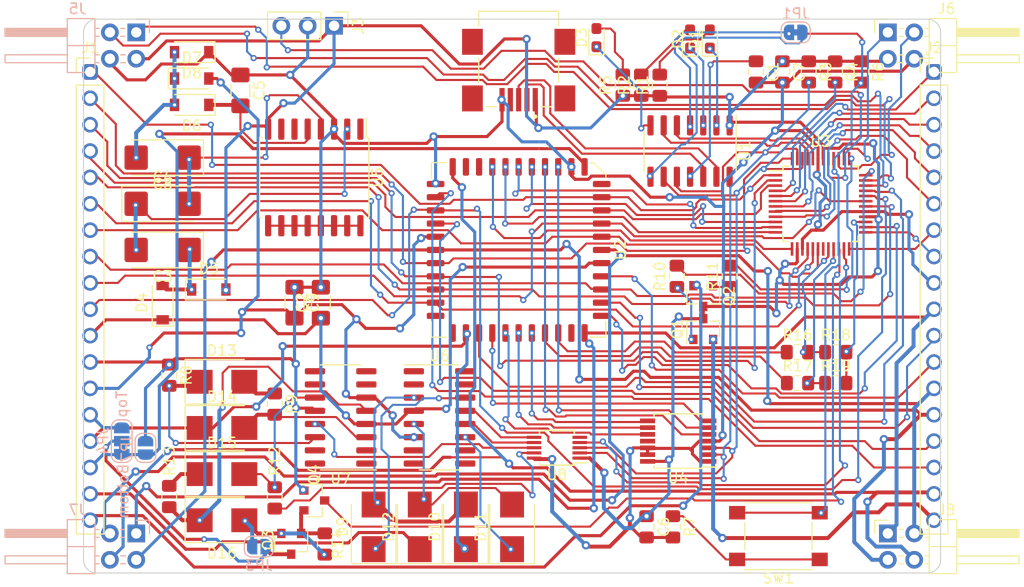
<source format=kicad_pcb>
(kicad_pcb (version 20171130) (host pcbnew "(5.1.9-0-10_14)")
  (layers (0 F.Cu signal) (31 B.Cu signal) (34 B.Paste user) (35 F.Paste user) (36 B.SilkS user) (37 F.SilkS user) (38 B.Mask user) (39 F.Mask user) (44 Edge.Cuts user))
  (net 0 "")
  (net 1 GND)
  (net 2 "Net-(C1-Pad1)")
  (net 3 +9V)
  (net 4 "Net-(C3-Pad2)")
  (net 5 "Net-(C3-Pad1)")
  (net 6 "Net-(C4-Pad2)")
  (net 7 "Net-(C5-Pad2)")
  (net 8 5V)
  (net 9 "Net-(C8-Pad2)")
  (net 10 -9V)
  (net 11 "Net-(D1-Pad2)")
  (net 12 "Net-(D1-Pad1)")
  (net 13 "Net-(D2-Pad2)")
  (net 14 "Net-(D2-Pad1)")
  (net 15 "Net-(D3-Pad2)")
  (net 16 "Net-(D3-Pad1)")
  (net 17 "Net-(D10-Pad2)")
  (net 18 "Net-(D9-Pad1)")
  (net 19 Pos_Top)
  (net 20 "Net-(D11-Pad2)")
  (net 21 "Net-(D11-Pad1)")
  (net 22 Pos_Bottom)
  (net 23 "Net-(D13-Pad2)")
  (net 24 "Net-(D13-Pad1)")
  (net 25 "Net-(D14-Pad2)")
  (net 26 "Net-(D15-Pad2)")
  (net 27 "Net-(D15-Pad1)")
  (net 28 "Net-(D16-Pad2)")
  (net 29 "Net-(D16-Pad1)")
  (net 30 Bottom_LEDs)
  (net 31 Neg_Bottom)
  (net 32 Neg_Top)
  (net 33 STROBE)
  (net 34 RESET)
  (net 35 DATA)
  (net 36 AY2)
  (net 37 AY1)
  (net 38 AY0)
  (net 39 AX3)
  (net 40 AX2)
  (net 41 AX1)
  (net 42 AX0)
  (net 43 Top_LEDs)
  (net 44 Unconnected_E)
  (net 45 48)
  (net 46 40)
  (net 47 Unconnected_H)
  (net 48 Unconnected_D)
  (net 49 16)
  (net 50 8)
  (net 51 Unconnected_A)
  (net 52 CS_H)
  (net 53 CS_G)
  (net 54 CS_F)
  (net 55 CS_E)
  (net 56 CS_D)
  (net 57 CS_C)
  (net 58 CS_B)
  (net 59 CS_A)
  (net 60 "Net-(J3-Pad3)")
  (net 61 "Net-(J4-Pad4)")
  (net 62 USB_D+)
  (net 63 USB_D-)
  (net 64 TX_IN)
  (net 65 RX_IN)
  (net 66 RX_OUT)
  (net 67 TX_OUT)
  (net 68 "Net-(JP1-Pad1)")
  (net 69 ATMega_Reset)
  (net 70 "Net-(JP3-Pad2)")
  (net 71 "Net-(Q1-Pad1)")
  (net 72 "Net-(Q2-Pad1)")
  (net 73 "Net-(Q3-Pad1)")
  (net 74 Neg_Pwr_en)
  (net 75 I2C_SCL)
  (net 76 I2C_SDA)
  (net 77 "Net-(R7-Pad1)")
  (net 78 Top_LED_Control)
  (net 79 Bottom_LED_Control)
  (net 80 "Net-(R12-Pad1)")
  (net 81 VDIV_0)
  (net 82 X0_ADC)
  (net 83 VDIV_1)
  (net 84 X1_ADC)
  (net 85 VREF_ADC_BIAS)
  (net 86 USB_Tx)
  (net 87 USB_Rx)
  (net 88 CS_I)
  (net 89 POT0_A)
  (net 90 POT0_W)
  (net 91 POT0_B)
  (net 92 POT1_A)
  (net 93 PE3)
  (net 94 POT1_B)
  (net 95 POT1_W)
  (net 96 LDAC)
  (net 97 "Net-(U3-Pad19)")
  (net 98 PC3)
  (net 99 PC2)
  (net 100 PC1)
  (net 101 PC0)
  (net 102 "Net-(U4-Pad11)")
  (net 103 "Net-(U5-Pad7)")
  (net 104 "Net-(U5-Pad6)")
  (net 105 "Net-(U5-Pad1)")
  (net 106 "Net-(U6-Pad16)")
  (net 107 "Net-(U6-Pad15)")
  (net 108 "Net-(U6-Pad13)")
  (net 109 "Net-(U6-Pad12)")
  (net 110 "Net-(U6-Pad10)")
  (net 111 "Net-(U6-Pad9)")
  (net 112 "Net-(U6-Pad8)")
  (net 113 "Net-(U6-Pad7)")
  (net 114 "Net-(U6-Pad2)")
  (net 115 "Net-(U6-Pad1)")
  (net 116 "Net-(U7-Pad16)")
  (net 117 "Net-(U7-Pad15)")
  (net 118 "Net-(U7-Pad13)")
  (net 119 "Net-(U7-Pad10)")
  (net 120 "Net-(U7-Pad9)")
  (net 121 "Net-(U7-Pad8)")
  (net 122 "Net-(U7-Pad7)")
  (net 123 "Net-(U7-Pad2)")
  (net 124 "Net-(U7-Pad1)")
  (net 125 "Net-(U8-Pad5)")
  (module Jumper:SolderJumper-2_P1.3mm_Bridged_RoundedPad1.0x1.5mm (layer B.Cu) (at 103.124 71.77 270)
    (fp_text reference JP7 (at 0 1.8 270) (layer B.SilkS) (effects (justify mirror)))
    (fp_text value Jumper_NC_Small)
    (pad 1 smd custom (at -0.65 0 270) (size 1 0.5) (layers B.Cu B.Mask) (net 1 GND) (options (clearance outline) (anchor rect)) (primitives (gr_circle (center 0 -0.25) (end 0.5 -0.25) (width 0)) (gr_circle (center 0 0.25) (end 0.5 0.25) (width 0)) (gr_poly (pts (xy 0 0.75) (xy 0.5 0.75) (xy 0.5 -0.75) (xy 0 -0.75)) (width 0))))
    (pad 2 smd custom (at 0.65 0 270) (size 1 0.5) (layers B.Cu B.Mask) (net 31 Neg_Bottom) (options (clearance outline) (anchor rect)) (primitives (gr_circle (center 0 -0.25) (end 0.5 -0.25) (width 0)) (gr_circle (center 0 0.25) (end 0.5 0.25) (width 0)) (gr_poly (pts (xy 0 0.75) (xy -0.5 0.75) (xy -0.5 -0.75) (xy 0 -0.75)) (width 0))))
  )
  (module Jumper:SolderJumper-3_P1.3mm_Bridged12_RoundedPad1.0x1.5mm_NumberLabels (layer B.Cu) (at 100.838 71.12 270)
    (fp_text reference JP4 (at 0 1.8 90) (layer B.SilkS) (effects (justify mirror)))
    (fp_text value Jumper_NC_Dual)
    (fp_poly (pts (xy 0.389 0.254) (xy 0.889 0.254) (xy 0.889 -0.346) (xy 0.389 -0.346)) (layer B.Cu) (width 0))
    (fp_text user Top (at -3.556 0 90) (layer B.SilkS) (effects (justify mirror)))
    (fp_text user Bottom (at 4.826 -0.127 90) (layer B.SilkS) (effects (justify mirror)))
    (pad 1 smd custom (at -1.3 0 270) (size 1 0.5) (layers B.Cu B.Mask) (net 32 Neg_Top) (options (clearance outline) (anchor rect)) (primitives (gr_poly (pts (xy 0.55 0.75) (xy 0 0.75) (xy 0 -0.75) (xy 0.55 -0.75)) (width 0)) (gr_circle (center 0 -0.25) (end 0.5 -0.25) (width 0)) (gr_circle (center 0 0.25) (end 0.5 0.25) (width 0))))
    (pad 2 smd rect (at 0 0 270) (size 1 1.5) (layers B.Cu B.Mask) (net 70 "Net-(JP3-Pad2)"))
    (pad 3 smd custom (at 1.3 0 270) (size 1 0.5) (layers B.Cu B.Mask) (net 31 Neg_Bottom) (options (clearance outline) (anchor rect)) (primitives (gr_circle (center 0 -0.25) (end 0.5 -0.25) (width 0)) (gr_circle (center 0 0.25) (end 0.5 0.25) (width 0)) (gr_poly (pts (xy -0.55 0.75) (xy 0 0.75) (xy 0 -0.75) (xy -0.55 -0.75)) (width 0))))
  )
  (module Jumper:SolderJumper-2_P1.3mm_Open_RoundedPad1.0x1.5mm (layer B.Cu) (at 114.046 81.28)
    (fp_text reference JP3 (at 0 1.8) (layer B.SilkS) (effects (justify mirror)))
    (fp_text value Jumper_NO_Small)
    (pad 2 smd custom (at 0.65 0) (size 1 0.5) (layers B.Cu B.Mask) (net 70 "Net-(JP3-Pad2)") (options (clearance outline) (anchor rect)) (primitives (gr_circle (center 0 -0.25) (end 0.5 -0.25) (width 0)) (gr_circle (center 0 0.25) (end 0.5 0.25) (width 0)) (gr_poly (pts (xy 0 0.75) (xy -0.5 0.75) (xy -0.5 -0.75) (xy 0 -0.75)) (width 0))))
    (pad 1 smd custom (at -0.65 0) (size 1 0.5) (layers B.Cu B.Mask) (net 28 "Net-(D16-Pad2)") (options (clearance outline) (anchor rect)) (primitives (gr_circle (center 0 -0.25) (end 0.5 -0.25) (width 0)) (gr_circle (center 0 0.25) (end 0.5 0.25) (width 0)) (gr_poly (pts (xy 0 0.75) (xy 0.5 0.75) (xy 0.5 -0.75) (xy 0 -0.75)) (width 0))))
  )
  (module Diode_SMD:D_SMB (layer F.Cu) (at 110.49 78.74)
    (fp_text reference D16 (at 0 3.175) (layer F.SilkS))
    (fp_text value D_Schottky_Small)
    (pad 2 smd rect (at 2.15 0) (size 2.5 2.3) (layers F.Cu F.Paste F.Mask) (net 28 "Net-(D16-Pad2)"))
    (pad 1 smd rect (at -2.15 0) (size 2.5 2.3) (layers F.Cu F.Paste F.Mask) (net 29 "Net-(D16-Pad1)"))
  )
  (module Diode_SMD:D_SMB (layer F.Cu) (at 110.49 74.295)
    (fp_text reference D15 (at 0 -3) (layer F.SilkS))
    (fp_text value D_Schottky_Small)
    (pad 2 smd rect (at 2.15 0) (size 2.5 2.3) (layers F.Cu F.Paste F.Mask) (net 26 "Net-(D15-Pad2)"))
    (pad 1 smd rect (at -2.15 0) (size 2.5 2.3) (layers F.Cu F.Paste F.Mask) (net 27 "Net-(D15-Pad1)"))
  )
  (module Diode_SMD:D_SMB (layer F.Cu) (at 110.49 69.85)
    (fp_text reference D14 (at 0 -3) (layer F.SilkS))
    (fp_text value D_Schottky_Small hide)
    (pad 2 smd rect (at 2.15 0) (size 2.5 2.3) (layers F.Cu F.Paste F.Mask) (net 25 "Net-(D14-Pad2)"))
    (pad 1 smd rect (at -2.15 0) (size 2.5 2.3) (layers F.Cu F.Paste F.Mask) (net 19 Pos_Top))
  )
  (module Diode_SMD:D_SMB (layer F.Cu) (at 110.49 65.405)
    (fp_text reference D13 (at 0 -3) (layer F.SilkS))
    (fp_text value D_Schottky_Small hide)
    (pad 2 smd rect (at 2.15 0) (size 2.5 2.3) (layers F.Cu F.Paste F.Mask) (net 23 "Net-(D13-Pad2)"))
    (pad 1 smd rect (at -2.15 0) (size 2.5 2.3) (layers F.Cu F.Paste F.Mask) (net 24 "Net-(D13-Pad1)"))
  )
  (module Diode_SMD:D_SMB (layer F.Cu) (at 129.54 79.375 90)
    (fp_text reference D12 (at 0 -3 90) (layer F.SilkS))
    (fp_text value D_Schottky_Small)
    (pad 2 smd rect (at 2.15 0 90) (size 2.5 2.3) (layers F.Cu F.Paste F.Mask) (net 20 "Net-(D11-Pad2)"))
    (pad 1 smd rect (at -2.15 0 90) (size 2.5 2.3) (layers F.Cu F.Paste F.Mask) (net 22 Pos_Bottom))
  )
  (module Diode_SMD:D_SMB (layer F.Cu) (at 138.43 79.375 90)
    (fp_text reference D11 (at 0 -3 90) (layer F.SilkS))
    (fp_text value D_Schottky_Small)
    (pad 2 smd rect (at 2.15 0 90) (size 2.5 2.3) (layers F.Cu F.Paste F.Mask) (net 20 "Net-(D11-Pad2)"))
    (pad 1 smd rect (at -2.15 0 90) (size 2.5 2.3) (layers F.Cu F.Paste F.Mask) (net 21 "Net-(D11-Pad1)"))
  )
  (module Diode_SMD:D_SMB (layer F.Cu) (at 133.985 79.375 90)
    (fp_text reference D10 (at 0 -3 90) (layer F.SilkS))
    (fp_text value D_Schottky_Small)
    (pad 2 smd rect (at 2.15 0 90) (size 2.5 2.3) (layers F.Cu F.Paste F.Mask) (net 17 "Net-(D10-Pad2)"))
    (pad 1 smd rect (at -2.15 0 90) (size 2.5 2.3) (layers F.Cu F.Paste F.Mask) (net 19 Pos_Top))
  )
  (module Diode_SMD:D_SMB (layer F.Cu) (at 125.095 79.375 90)
    (fp_text reference D9 (at 0 -3 90) (layer F.SilkS))
    (fp_text value D_Schottky_Small)
    (pad 2 smd rect (at 2.15 0 90) (size 2.5 2.3) (layers F.Cu F.Paste F.Mask) (net 17 "Net-(D10-Pad2)"))
    (pad 1 smd rect (at -2.15 0 90) (size 2.5 2.3) (layers F.Cu F.Paste F.Mask) (net 18 "Net-(D9-Pad1)"))
  )
  (module Package_SO:MSOP-10_3x3mm_P0.5mm (layer F.Cu) (at 142.748 71.755 180)
    (fp_text reference U8 (at 0 -2.6) (layer F.SilkS))
    (fp_text value MCP4728)
    (pad 10 smd rect (at 2.2 -1 180) (size 1.4 0.3) (layers F.Cu F.Paste F.Mask) (net 1 GND))
    (pad 9 smd rect (at 2.2 -0.5 180) (size 1.4 0.3) (layers F.Cu F.Paste F.Mask) (net 80 "Net-(R12-Pad1)"))
    (pad 8 smd rect (at 2.2 0 180) (size 1.4 0.3) (layers F.Cu F.Paste F.Mask) (net 118 "Net-(U7-Pad13)"))
    (pad 7 smd rect (at 2.2 0.5 180) (size 1.4 0.3) (layers F.Cu F.Paste F.Mask) (net 109 "Net-(U6-Pad12)"))
    (pad 6 smd rect (at 2.2 1 180) (size 1.4 0.3) (layers F.Cu F.Paste F.Mask) (net 108 "Net-(U6-Pad13)"))
    (pad 5 smd rect (at -2.2 1 180) (size 1.4 0.3) (layers F.Cu F.Paste F.Mask) (net 125 "Net-(U8-Pad5)"))
    (pad 4 smd rect (at -2.2 0.5 180) (size 1.4 0.3) (layers F.Cu F.Paste F.Mask) (net 96 LDAC))
    (pad 3 smd rect (at -2.2 0 180) (size 1.4 0.3) (layers F.Cu F.Paste F.Mask) (net 76 I2C_SDA))
    (pad 2 smd rect (at -2.2 -0.5 180) (size 1.4 0.3) (layers F.Cu F.Paste F.Mask) (net 75 I2C_SCL))
    (pad 1 smd rect (at -2.2 -1 180) (size 1.4 0.3) (layers F.Cu F.Paste F.Mask) (net 8 5V))
  )
  (module Package_SO:SOIC-16_3.9x9.9mm_P1.27mm (layer F.Cu) (at 121.92 68.834 180)
    (fp_text reference U7 (at 0 -5.9) (layer F.SilkS))
    (fp_text value L272D)
    (pad 16 smd roundrect (at 2.475 -4.445 180) (size 1.95 0.6) (layers F.Cu F.Paste F.Mask) (net 116 "Net-(U7-Pad16)"))
    (pad 15 smd roundrect (at 2.475 -3.175 180) (size 1.95 0.6) (layers F.Cu F.Paste F.Mask) (net 117 "Net-(U7-Pad15)"))
    (pad 14 smd roundrect (at 2.475 -1.905 180) (size 1.95 0.6) (layers F.Cu F.Paste F.Mask) (net 24 "Net-(D13-Pad1)"))
    (pad 13 smd roundrect (at 2.475 -0.635 180) (size 1.95 0.6) (layers F.Cu F.Paste F.Mask) (net 118 "Net-(U7-Pad13)"))
    (pad 12 smd roundrect (at 2.475 0.635 180) (size 1.95 0.6) (layers F.Cu F.Paste F.Mask) (net 1 GND))
    (pad 11 smd roundrect (at 2.475 1.905 180) (size 1.95 0.6) (layers F.Cu F.Paste F.Mask) (net 26 "Net-(D15-Pad2)"))
    (pad 10 smd roundrect (at 2.475 3.175 180) (size 1.95 0.6) (layers F.Cu F.Paste F.Mask) (net 119 "Net-(U7-Pad10)"))
    (pad 9 smd roundrect (at 2.475 4.445 180) (size 1.95 0.6) (layers F.Cu F.Paste F.Mask) (net 120 "Net-(U7-Pad9)"))
    (pad 8 smd roundrect (at -2.475 4.445 180) (size 1.95 0.6) (layers F.Cu F.Paste F.Mask) (net 121 "Net-(U7-Pad8)"))
    (pad 7 smd roundrect (at -2.475 3.175 180) (size 1.95 0.6) (layers F.Cu F.Paste F.Mask) (net 122 "Net-(U7-Pad7)"))
    (pad 6 smd roundrect (at -2.475 1.905 180) (size 1.95 0.6) (layers F.Cu F.Paste F.Mask) (net 10 -9V))
    (pad 5 smd roundrect (at -2.475 0.635 180) (size 1.95 0.6) (layers F.Cu F.Paste F.Mask) (net 29 "Net-(D16-Pad1)"))
    (pad 4 smd roundrect (at -2.475 -0.635 180) (size 1.95 0.6) (layers F.Cu F.Paste F.Mask) (net 3 +9V))
    (pad 3 smd roundrect (at -2.475 -1.905 180) (size 1.95 0.6) (layers F.Cu F.Paste F.Mask) (net 25 "Net-(D14-Pad2)"))
    (pad 2 smd roundrect (at -2.475 -3.175 180) (size 1.95 0.6) (layers F.Cu F.Paste F.Mask) (net 123 "Net-(U7-Pad2)"))
    (pad 1 smd roundrect (at -2.475 -4.445 180) (size 1.95 0.6) (layers F.Cu F.Paste F.Mask) (net 124 "Net-(U7-Pad1)"))
  )
  (module Package_SO:SOIC-16_3.9x9.9mm_P1.27mm (layer F.Cu) (at 131.445 68.834)
    (fp_text reference U6 (at 0 -5.9) (layer F.SilkS))
    (fp_text value L272D)
    (pad 16 smd roundrect (at 2.475 -4.445) (size 1.95 0.6) (layers F.Cu F.Paste F.Mask) (net 106 "Net-(U6-Pad16)"))
    (pad 15 smd roundrect (at 2.475 -3.175) (size 1.95 0.6) (layers F.Cu F.Paste F.Mask) (net 107 "Net-(U6-Pad15)"))
    (pad 14 smd roundrect (at 2.475 -1.905) (size 1.95 0.6) (layers F.Cu F.Paste F.Mask) (net 18 "Net-(D9-Pad1)"))
    (pad 13 smd roundrect (at 2.475 -0.635) (size 1.95 0.6) (layers F.Cu F.Paste F.Mask) (net 108 "Net-(U6-Pad13)"))
    (pad 12 smd roundrect (at 2.475 0.635) (size 1.95 0.6) (layers F.Cu F.Paste F.Mask) (net 109 "Net-(U6-Pad12)"))
    (pad 11 smd roundrect (at 2.475 1.905) (size 1.95 0.6) (layers F.Cu F.Paste F.Mask) (net 21 "Net-(D11-Pad1)"))
    (pad 10 smd roundrect (at 2.475 3.175) (size 1.95 0.6) (layers F.Cu F.Paste F.Mask) (net 110 "Net-(U6-Pad10)"))
    (pad 9 smd roundrect (at 2.475 4.445) (size 1.95 0.6) (layers F.Cu F.Paste F.Mask) (net 111 "Net-(U6-Pad9)"))
    (pad 8 smd roundrect (at -2.475 4.445) (size 1.95 0.6) (layers F.Cu F.Paste F.Mask) (net 112 "Net-(U6-Pad8)"))
    (pad 7 smd roundrect (at -2.475 3.175) (size 1.95 0.6) (layers F.Cu F.Paste F.Mask) (net 113 "Net-(U6-Pad7)"))
    (pad 6 smd roundrect (at -2.475 1.905) (size 1.95 0.6) (layers F.Cu F.Paste F.Mask) (net 10 -9V))
    (pad 5 smd roundrect (at -2.475 0.635) (size 1.95 0.6) (layers F.Cu F.Paste F.Mask) (net 20 "Net-(D11-Pad2)"))
    (pad 4 smd roundrect (at -2.475 -0.635) (size 1.95 0.6) (layers F.Cu F.Paste F.Mask) (net 3 +9V))
    (pad 3 smd roundrect (at -2.475 -1.905) (size 1.95 0.6) (layers F.Cu F.Paste F.Mask) (net 17 "Net-(D10-Pad2)"))
    (pad 2 smd roundrect (at -2.475 -3.175) (size 1.95 0.6) (layers F.Cu F.Paste F.Mask) (net 114 "Net-(U6-Pad2)"))
    (pad 1 smd roundrect (at -2.475 -4.445) (size 1.95 0.6) (layers F.Cu F.Paste F.Mask) (net 115 "Net-(U6-Pad1)"))
  )
  (module Package_SO:SOIC-16W_7.5x10.3mm_P1.27mm (layer F.Cu) (at 119.38 45.72 270)
    (fp_text reference U5 (at 0 -6.1 90) (layer F.SilkS))
    (fp_text value LT1054xSW)
    (pad 16 smd roundrect (at 4.65 -4.445 270) (size 2.05 0.6) (layers F.Cu F.Paste F.Mask))
    (pad 15 smd roundrect (at 4.65 -3.175 270) (size 2.05 0.6) (layers F.Cu F.Paste F.Mask))
    (pad 14 smd roundrect (at 4.65 -1.905 270) (size 2.05 0.6) (layers F.Cu F.Paste F.Mask))
    (pad 13 smd roundrect (at 4.65 -0.635 270) (size 2.05 0.6) (layers F.Cu F.Paste F.Mask))
    (pad 12 smd roundrect (at 4.65 0.635 270) (size 2.05 0.6) (layers F.Cu F.Paste F.Mask))
    (pad 11 smd roundrect (at 4.65 1.905 270) (size 2.05 0.6) (layers F.Cu F.Paste F.Mask))
    (pad 10 smd roundrect (at 4.65 3.175 270) (size 2.05 0.6) (layers F.Cu F.Paste F.Mask))
    (pad 9 smd roundrect (at 4.65 4.445 270) (size 2.05 0.6) (layers F.Cu F.Paste F.Mask))
    (pad 8 smd roundrect (at -4.65 4.445 270) (size 2.05 0.6) (layers F.Cu F.Paste F.Mask) (net 8 5V))
    (pad 7 smd roundrect (at -4.65 3.175 270) (size 2.05 0.6) (layers F.Cu F.Paste F.Mask) (net 103 "Net-(U5-Pad7)"))
    (pad 6 smd roundrect (at -4.65 1.905 270) (size 2.05 0.6) (layers F.Cu F.Paste F.Mask) (net 104 "Net-(U5-Pad6)"))
    (pad 5 smd roundrect (at -4.65 0.635 270) (size 2.05 0.6) (layers F.Cu F.Paste F.Mask) (net 7 "Net-(C5-Pad2)"))
    (pad 4 smd roundrect (at -4.65 -0.635 270) (size 2.05 0.6) (layers F.Cu F.Paste F.Mask) (net 6 "Net-(C4-Pad2)"))
    (pad 3 smd roundrect (at -4.65 -1.905 270) (size 2.05 0.6) (layers F.Cu F.Paste F.Mask) (net 1 GND))
    (pad 2 smd roundrect (at -4.65 -3.175 270) (size 2.05 0.6) (layers F.Cu F.Paste F.Mask) (net 4 "Net-(C3-Pad2)"))
    (pad 1 smd roundrect (at -4.65 -4.445 270) (size 2.05 0.6) (layers F.Cu F.Paste F.Mask) (net 105 "Net-(U5-Pad1)"))
  )
  (module Package_SO:TSSOP-14_4.4x5mm_P0.65mm (layer F.Cu) (at 154.432 71.12 180)
    (fp_text reference U4 (at 0 -3.55) (layer F.SilkS))
    (fp_text value MCP4661-104E_ST)
    (pad 14 smd rect (at 2.95 -1.95 180) (size 1.45 0.45) (layers F.Cu F.Paste F.Mask) (net 8 5V))
    (pad 13 smd rect (at 2.95 -1.3 180) (size 1.45 0.45) (layers F.Cu F.Paste F.Mask) (net 1 GND))
    (pad 12 smd rect (at 2.95 -0.65 180) (size 1.45 0.45) (layers F.Cu F.Paste F.Mask) (net 1 GND))
    (pad 11 smd rect (at 2.95 0 180) (size 1.45 0.45) (layers F.Cu F.Paste F.Mask) (net 102 "Net-(U4-Pad11)"))
    (pad 10 smd rect (at 2.95 0.65 180) (size 1.45 0.45) (layers F.Cu F.Paste F.Mask) (net 91 POT0_B))
    (pad 9 smd rect (at 2.95 1.3 180) (size 1.45 0.45) (layers F.Cu F.Paste F.Mask) (net 90 POT0_W))
    (pad 8 smd rect (at 2.95 1.95 180) (size 1.45 0.45) (layers F.Cu F.Paste F.Mask) (net 89 POT0_A))
    (pad 7 smd rect (at -2.95 1.95 180) (size 1.45 0.45) (layers F.Cu F.Paste F.Mask) (net 92 POT1_A))
    (pad 6 smd rect (at -2.95 1.3 180) (size 1.45 0.45) (layers F.Cu F.Paste F.Mask) (net 95 POT1_W))
    (pad 5 smd rect (at -2.95 0.65 180) (size 1.45 0.45) (layers F.Cu F.Paste F.Mask) (net 94 POT1_B))
    (pad 4 smd rect (at -2.95 0 180) (size 1.45 0.45) (layers F.Cu F.Paste F.Mask) (net 1 GND))
    (pad 3 smd rect (at -2.95 -0.65 180) (size 1.45 0.45) (layers F.Cu F.Paste F.Mask) (net 76 I2C_SDA))
    (pad 2 smd rect (at -2.95 -1.3 180) (size 1.45 0.45) (layers F.Cu F.Paste F.Mask) (net 75 I2C_SCL))
    (pad 1 smd rect (at -2.95 -1.95 180) (size 1.45 0.45) (layers F.Cu F.Paste F.Mask) (net 1 GND))
  )
  (module Package_QFP:TQFP-48_7x7mm_P0.5mm (layer F.Cu) (at 168.148 48.26)
    (fp_text reference U3 (at 0 -6) (layer F.SilkS))
    (fp_text value ATmega4809-A)
    (pad 48 smd rect (at -2.75 -4.35 90) (size 1.3 0.25) (layers F.Cu F.Paste F.Mask) (net 42 AX0))
    (pad 47 smd rect (at -2.25 -4.35 90) (size 1.3 0.25) (layers F.Cu F.Paste F.Mask) (net 75 I2C_SCL))
    (pad 46 smd rect (at -1.75 -4.35 90) (size 1.3 0.25) (layers F.Cu F.Paste F.Mask) (net 76 I2C_SDA))
    (pad 45 smd rect (at -1.25 -4.35 90) (size 1.3 0.25) (layers F.Cu F.Paste F.Mask) (net 86 USB_Tx))
    (pad 44 smd rect (at -0.75 -4.35 90) (size 1.3 0.25) (layers F.Cu F.Paste F.Mask) (net 87 USB_Rx))
    (pad 43 smd rect (at -0.25 -4.35 90) (size 1.3 0.25) (layers F.Cu F.Paste F.Mask) (net 1 GND))
    (pad 42 smd rect (at 0.25 -4.35 90) (size 1.3 0.25) (layers F.Cu F.Paste F.Mask) (net 8 5V))
    (pad 41 smd rect (at 0.75 -4.35 90) (size 1.3 0.25) (layers F.Cu F.Paste F.Mask) (net 60 "Net-(J3-Pad3)"))
    (pad 40 smd rect (at 1.25 -4.35 90) (size 1.3 0.25) (layers F.Cu F.Paste F.Mask) (net 69 ATMega_Reset))
    (pad 39 smd rect (at 1.75 -4.35 90) (size 1.3 0.25) (layers F.Cu F.Paste F.Mask) (net 66 RX_OUT))
    (pad 38 smd rect (at 2.25 -4.35 90) (size 1.3 0.25) (layers F.Cu F.Paste F.Mask) (net 67 TX_OUT))
    (pad 37 smd rect (at 2.75 -4.35 90) (size 1.3 0.25) (layers F.Cu F.Paste F.Mask) (net 79 Bottom_LED_Control))
    (pad 36 smd rect (at 4.35 -2.75) (size 1.3 0.25) (layers F.Cu F.Paste F.Mask) (net 78 Top_LED_Control))
    (pad 35 smd rect (at 4.35 -2.25) (size 1.3 0.25) (layers F.Cu F.Paste F.Mask) (net 65 RX_IN))
    (pad 34 smd rect (at 4.35 -1.75) (size 1.3 0.25) (layers F.Cu F.Paste F.Mask) (net 64 TX_IN))
    (pad 33 smd rect (at 4.35 -1.25) (size 1.3 0.25) (layers F.Cu F.Paste F.Mask) (net 93 PE3))
    (pad 32 smd rect (at 4.35 -0.75) (size 1.3 0.25) (layers F.Cu F.Paste F.Mask) (net 33 STROBE))
    (pad 31 smd rect (at 4.35 -0.25) (size 1.3 0.25) (layers F.Cu F.Paste F.Mask) (net 34 RESET))
    (pad 30 smd rect (at 4.35 0.25) (size 1.3 0.25) (layers F.Cu F.Paste F.Mask) (net 35 DATA))
    (pad 29 smd rect (at 4.35 0.75) (size 1.3 0.25) (layers F.Cu F.Paste F.Mask) (net 1 GND))
    (pad 28 smd rect (at 4.35 1.25) (size 1.3 0.25) (layers F.Cu F.Paste F.Mask) (net 8 5V))
    (pad 27 smd rect (at 4.35 1.75) (size 1.3 0.25) (layers F.Cu F.Paste F.Mask) (net 85 VREF_ADC_BIAS))
    (pad 26 smd rect (at 4.35 2.25) (size 1.3 0.25) (layers F.Cu F.Paste F.Mask) (net 88 CS_I))
    (pad 25 smd rect (at 4.35 2.75) (size 1.3 0.25) (layers F.Cu F.Paste F.Mask) (net 52 CS_H))
    (pad 24 smd rect (at 2.75 4.35 90) (size 1.3 0.25) (layers F.Cu F.Paste F.Mask) (net 53 CS_G))
    (pad 23 smd rect (at 2.25 4.35 90) (size 1.3 0.25) (layers F.Cu F.Paste F.Mask) (net 96 LDAC))
    (pad 22 smd rect (at 1.75 4.35 90) (size 1.3 0.25) (layers F.Cu F.Paste F.Mask) (net 74 Neg_Pwr_en))
    (pad 21 smd rect (at 1.25 4.35 90) (size 1.3 0.25) (layers F.Cu F.Paste F.Mask) (net 83 VDIV_1))
    (pad 20 smd rect (at 0.75 4.35 90) (size 1.3 0.25) (layers F.Cu F.Paste F.Mask) (net 81 VDIV_0))
    (pad 19 smd rect (at 0.25 4.35 90) (size 1.3 0.25) (layers F.Cu F.Paste F.Mask) (net 97 "Net-(U3-Pad19)"))
    (pad 18 smd rect (at -0.25 4.35 90) (size 1.3 0.25) (layers F.Cu F.Paste F.Mask) (net 36 AY2))
    (pad 17 smd rect (at -0.75 4.35 90) (size 1.3 0.25) (layers F.Cu F.Paste F.Mask) (net 37 AY1))
    (pad 16 smd rect (at -1.25 4.35 90) (size 1.3 0.25) (layers F.Cu F.Paste F.Mask) (net 38 AY0))
    (pad 15 smd rect (at -1.75 4.35 90) (size 1.3 0.25) (layers F.Cu F.Paste F.Mask) (net 1 GND))
    (pad 14 smd rect (at -2.25 4.35 90) (size 1.3 0.25) (layers F.Cu F.Paste F.Mask) (net 8 5V))
    (pad 13 smd rect (at -2.75 4.35 90) (size 1.3 0.25) (layers F.Cu F.Paste F.Mask) (net 98 PC3))
    (pad 12 smd rect (at -4.35 2.75) (size 1.3 0.25) (layers F.Cu F.Paste F.Mask) (net 99 PC2))
    (pad 11 smd rect (at -4.35 2.25) (size 1.3 0.25) (layers F.Cu F.Paste F.Mask) (net 100 PC1))
    (pad 10 smd rect (at -4.35 1.75) (size 1.3 0.25) (layers F.Cu F.Paste F.Mask) (net 101 PC0))
    (pad 9 smd rect (at -4.35 1.25) (size 1.3 0.25) (layers F.Cu F.Paste F.Mask) (net 54 CS_F))
    (pad 8 smd rect (at -4.35 0.75) (size 1.3 0.25) (layers F.Cu F.Paste F.Mask) (net 55 CS_E))
    (pad 7 smd rect (at -4.35 0.25) (size 1.3 0.25) (layers F.Cu F.Paste F.Mask) (net 56 CS_D))
    (pad 6 smd rect (at -4.35 -0.25) (size 1.3 0.25) (layers F.Cu F.Paste F.Mask) (net 57 CS_C))
    (pad 5 smd rect (at -4.35 -0.75) (size 1.3 0.25) (layers F.Cu F.Paste F.Mask) (net 58 CS_B))
    (pad 4 smd rect (at -4.35 -1.25) (size 1.3 0.25) (layers F.Cu F.Paste F.Mask) (net 59 CS_A))
    (pad 3 smd rect (at -4.35 -1.75) (size 1.3 0.25) (layers F.Cu F.Paste F.Mask) (net 39 AX3))
    (pad 2 smd rect (at -4.35 -2.25) (size 1.3 0.25) (layers F.Cu F.Paste F.Mask) (net 40 AX2))
    (pad 1 smd rect (at -4.35 -2.75) (size 1.3 0.25) (layers F.Cu F.Paste F.Mask) (net 41 AX1))
  )
  (module Package_LCC:PLCC-44_16.6x16.6mm_P1.27mm (layer F.Cu) (at 139.065 52.705 270)
    (fp_text reference U2 (at 0 -9.8 90) (layer F.SilkS))
    (fp_text value MT8816AP)
    (pad 44 smd roundrect (at 1.27 -8 270) (size 0.6 1.7) (layers F.Cu F.Paste F.Mask) (net 3 +9V))
    (pad 43 smd roundrect (at 2.54 -8 270) (size 0.6 1.7) (layers F.Cu F.Paste F.Mask) (net 49 16))
    (pad 42 smd roundrect (at 3.81 -8 270) (size 0.6 1.7) (layers F.Cu F.Paste F.Mask) (net 35 DATA))
    (pad 41 smd roundrect (at 5.08 -8 270) (size 0.6 1.7) (layers F.Cu F.Paste F.Mask) (net 50 8))
    (pad 40 smd roundrect (at 6.35 -8 270) (size 0.6 1.7) (layers F.Cu F.Paste F.Mask) (net 88 CS_I))
    (pad 39 smd roundrect (at 8 -6.35 270) (size 1.7 0.6) (layers F.Cu F.Paste F.Mask) (net 51 Unconnected_A))
    (pad 38 smd roundrect (at 8 -5.08 270) (size 1.7 0.6) (layers F.Cu F.Paste F.Mask))
    (pad 37 smd roundrect (at 8 -3.81 270) (size 1.7 0.6) (layers F.Cu F.Paste F.Mask) (net 82 X0_ADC))
    (pad 36 smd roundrect (at 8 -2.54 270) (size 1.7 0.6) (layers F.Cu F.Paste F.Mask) (net 84 X1_ADC))
    (pad 35 smd roundrect (at 8 -1.27 270) (size 1.7 0.6) (layers F.Cu F.Paste F.Mask) (net 89 POT0_A))
    (pad 34 smd roundrect (at 8 0 270) (size 1.7 0.6) (layers F.Cu F.Paste F.Mask) (net 90 POT0_W))
    (pad 33 smd roundrect (at 8 1.27 270) (size 1.7 0.6) (layers F.Cu F.Paste F.Mask) (net 91 POT0_B))
    (pad 32 smd roundrect (at 8 2.54 270) (size 1.7 0.6) (layers F.Cu F.Paste F.Mask) (net 92 POT1_A))
    (pad 31 smd roundrect (at 8 3.81 270) (size 1.7 0.6) (layers F.Cu F.Paste F.Mask) (net 93 PE3))
    (pad 30 smd roundrect (at 8 5.08 270) (size 1.7 0.6) (layers F.Cu F.Paste F.Mask) (net 19 Pos_Top))
    (pad 29 smd roundrect (at 8 6.35 270) (size 1.7 0.6) (layers F.Cu F.Paste F.Mask))
    (pad 28 smd roundrect (at 6.35 8 270) (size 0.6 1.7) (layers F.Cu F.Paste F.Mask))
    (pad 27 smd roundrect (at 5.08 8 270) (size 0.6 1.7) (layers F.Cu F.Paste F.Mask) (net 37 AY1))
    (pad 26 smd roundrect (at 3.81 8 270) (size 0.6 1.7) (layers F.Cu F.Paste F.Mask) (net 38 AY0))
    (pad 25 smd roundrect (at 2.54 8 270) (size 0.6 1.7) (layers F.Cu F.Paste F.Mask) (net 40 AX2))
    (pad 24 smd roundrect (at 1.27 8 270) (size 0.6 1.7) (layers F.Cu F.Paste F.Mask) (net 41 AX1))
    (pad 23 smd roundrect (at 0 8 270) (size 0.6 1.7) (layers F.Cu F.Paste F.Mask) (net 47 Unconnected_H))
    (pad 22 smd roundrect (at -1.27 8 270) (size 0.6 1.7) (layers F.Cu F.Paste F.Mask) (net 10 -9V))
    (pad 21 smd roundrect (at -2.54 8 270) (size 0.6 1.7) (layers F.Cu F.Paste F.Mask) (net 46 40))
    (pad 20 smd roundrect (at -3.81 8 270) (size 0.6 1.7) (layers F.Cu F.Paste F.Mask) (net 33 STROBE))
    (pad 19 smd roundrect (at -5.08 8 270) (size 0.6 1.7) (layers F.Cu F.Paste F.Mask) (net 45 48))
    (pad 18 smd roundrect (at -6.35 8 270) (size 0.6 1.7) (layers F.Cu F.Paste F.Mask) (net 1 GND))
    (pad 17 smd roundrect (at -8 6.35 270) (size 1.7 0.6) (layers F.Cu F.Paste F.Mask) (net 44 Unconnected_E))
    (pad 16 smd roundrect (at -8 5.08 270) (size 1.7 0.6) (layers F.Cu F.Paste F.Mask))
    (pad 15 smd roundrect (at -8 3.81 270) (size 1.7 0.6) (layers F.Cu F.Paste F.Mask))
    (pad 14 smd roundrect (at -8 2.54 270) (size 1.7 0.6) (layers F.Cu F.Paste F.Mask) (net 98 PC3))
    (pad 13 smd roundrect (at -8 1.27 270) (size 1.7 0.6) (layers F.Cu F.Paste F.Mask) (net 99 PC2))
    (pad 12 smd roundrect (at -8 0 270) (size 1.7 0.6) (layers F.Cu F.Paste F.Mask) (net 100 PC1))
    (pad 11 smd roundrect (at -8 -1.27 270) (size 1.7 0.6) (layers F.Cu F.Paste F.Mask) (net 101 PC0))
    (pad 10 smd roundrect (at -8 -2.54 270) (size 1.7 0.6) (layers F.Cu F.Paste F.Mask) (net 94 POT1_B))
    (pad 9 smd roundrect (at -8 -3.81 270) (size 1.7 0.6) (layers F.Cu F.Paste F.Mask) (net 95 POT1_W))
    (pad 8 smd roundrect (at -8 -5.08 270) (size 1.7 0.6) (layers F.Cu F.Paste F.Mask) (net 1 GND))
    (pad 7 smd roundrect (at -8 -6.35 270) (size 1.7 0.6) (layers F.Cu F.Paste F.Mask) (net 31 Neg_Bottom))
    (pad 6 smd roundrect (at -6.35 -8 270) (size 0.6 1.7) (layers F.Cu F.Paste F.Mask))
    (pad 5 smd roundrect (at -5.08 -8 270) (size 0.6 1.7) (layers F.Cu F.Paste F.Mask) (net 42 AX0))
    (pad 4 smd roundrect (at -3.81 -8 270) (size 0.6 1.7) (layers F.Cu F.Paste F.Mask) (net 39 AX3))
    (pad 3 smd roundrect (at -2.54 -8 270) (size 0.6 1.7) (layers F.Cu F.Paste F.Mask) (net 34 RESET))
    (pad 2 smd roundrect (at -1.27 -8 270) (size 0.6 1.7) (layers F.Cu F.Paste F.Mask) (net 36 AY2))
    (pad 1 smd roundrect (at 0 -8 270) (size 0.6 1.7) (layers F.Cu F.Paste F.Mask) (net 48 Unconnected_D))
  )
  (module Package_SO:SOIC-14_3.9x8.7mm_P1.27mm (layer F.Cu) (at 155.575 43.18 270)
    (fp_text reference U1 (at 0 -5.28 90) (layer F.SilkS))
    (fp_text value MCP2221A-I_SL)
    (pad 14 smd roundrect (at 2.475 -3.81 270) (size 1.95 0.6) (layers F.Cu F.Paste F.Mask) (net 1 GND))
    (pad 13 smd roundrect (at 2.475 -2.54 270) (size 1.95 0.6) (layers F.Cu F.Paste F.Mask) (net 62 USB_D+))
    (pad 12 smd roundrect (at 2.475 -1.27 270) (size 1.95 0.6) (layers F.Cu F.Paste F.Mask) (net 63 USB_D-))
    (pad 11 smd roundrect (at 2.475 0 270) (size 1.95 0.6) (layers F.Cu F.Paste F.Mask) (net 2 "Net-(C1-Pad1)"))
    (pad 10 smd roundrect (at 2.475 1.27 270) (size 1.95 0.6) (layers F.Cu F.Paste F.Mask) (net 75 I2C_SCL))
    (pad 9 smd roundrect (at 2.475 2.54 270) (size 1.95 0.6) (layers F.Cu F.Paste F.Mask) (net 76 I2C_SDA))
    (pad 8 smd roundrect (at 2.475 3.81 270) (size 1.95 0.6) (layers F.Cu F.Paste F.Mask) (net 68 "Net-(JP1-Pad1)"))
    (pad 7 smd roundrect (at -2.475 3.81 270) (size 1.95 0.6) (layers F.Cu F.Paste F.Mask) (net 16 "Net-(D3-Pad1)"))
    (pad 6 smd roundrect (at -2.475 2.54 270) (size 1.95 0.6) (layers F.Cu F.Paste F.Mask) (net 86 USB_Tx))
    (pad 5 smd roundrect (at -2.475 1.27 270) (size 1.95 0.6) (layers F.Cu F.Paste F.Mask) (net 87 USB_Rx))
    (pad 4 smd roundrect (at -2.475 0 270) (size 1.95 0.6) (layers F.Cu F.Paste F.Mask) (net 69 ATMega_Reset))
    (pad 3 smd roundrect (at -2.475 -1.27 270) (size 1.95 0.6) (layers F.Cu F.Paste F.Mask) (net 14 "Net-(D2-Pad1)"))
    (pad 2 smd roundrect (at -2.475 -2.54 270) (size 1.95 0.6) (layers F.Cu F.Paste F.Mask) (net 12 "Net-(D1-Pad1)"))
    (pad 1 smd roundrect (at -2.475 -3.81 270) (size 1.95 0.6) (layers F.Cu F.Paste F.Mask) (net 8 5V))
  )
  (module Button_Switch_SMD:SW_SPST_PTS645 (layer F.Cu) (at 164.084 80.264 180)
    (fp_text reference SW1 (at 0 -4.05) (layer F.SilkS))
    (fp_text value SW_Push)
    (pad 2 smd rect (at 3.98 2.25 180) (size 1.55 1.3) (layers F.Cu F.Paste F.Mask) (net 69 ATMega_Reset))
    (pad 1 smd rect (at 3.98 -2.25 180) (size 1.55 1.3) (layers F.Cu F.Paste F.Mask) (net 77 "Net-(R7-Pad1)"))
    (pad 1 smd rect (at -3.98 -2.25 180) (size 1.55 1.3) (layers F.Cu F.Paste F.Mask) (net 77 "Net-(R7-Pad1)"))
    (pad 2 smd rect (at -3.98 2.25 180) (size 1.55 1.3) (layers F.Cu F.Paste F.Mask) (net 69 ATMega_Reset))
  )
  (module Resistor_SMD:R_0805_2012Metric_Pad1.15x1.40mm_HandSolder (layer F.Cu) (at 169.6085 65.532)
    (fp_text reference R19 (at 0 -1.65) (layer F.SilkS))
    (fp_text value 14K)
    (pad 2 smd roundrect (at 1.025 0) (size 1.15 1.4) (layers F.Cu F.Paste F.Mask) (roundrect_rratio 0.217391) (net 85 VREF_ADC_BIAS))
    (pad 1 smd roundrect (at -1.025 0) (size 1.15 1.4) (layers F.Cu F.Paste F.Mask) (roundrect_rratio 0.217391) (net 83 VDIV_1))
  )
  (module Resistor_SMD:R_0805_2012Metric_Pad1.15x1.40mm_HandSolder (layer F.Cu) (at 169.6085 62.5475)
    (fp_text reference R18 (at 0 -1.65) (layer F.SilkS))
    (fp_text value 14K)
    (pad 2 smd roundrect (at 1.025 0) (size 1.15 1.4) (layers F.Cu F.Paste F.Mask) (roundrect_rratio 0.217391) (net 85 VREF_ADC_BIAS))
    (pad 1 smd roundrect (at -1.025 0) (size 1.15 1.4) (layers F.Cu F.Paste F.Mask) (roundrect_rratio 0.217391) (net 81 VDIV_0))
  )
  (module Resistor_SMD:R_0805_2012Metric_Pad1.15x1.40mm_HandSolder (layer F.Cu) (at 165.9255 65.532)
    (fp_text reference R17 (at 0 -1.65) (layer F.SilkS))
    (fp_text value 56.2K)
    (pad 2 smd roundrect (at 1.025 0) (size 1.15 1.4) (layers F.Cu F.Paste F.Mask) (roundrect_rratio 0.217391) (net 83 VDIV_1))
    (pad 1 smd roundrect (at -1.025 0) (size 1.15 1.4) (layers F.Cu F.Paste F.Mask) (roundrect_rratio 0.217391) (net 84 X1_ADC))
  )
  (module Resistor_SMD:R_0805_2012Metric_Pad1.15x1.40mm_HandSolder (layer F.Cu) (at 165.9165 62.5475)
    (fp_text reference R16 (at 0 -1.65) (layer F.SilkS))
    (fp_text value 56.2K)
    (pad 2 smd roundrect (at 1.025 0) (size 1.15 1.4) (layers F.Cu F.Paste F.Mask) (roundrect_rratio 0.217391) (net 81 VDIV_0))
    (pad 1 smd roundrect (at -1.025 0) (size 1.15 1.4) (layers F.Cu F.Paste F.Mask) (roundrect_rratio 0.217391) (net 82 X0_ADC))
  )
  (module Resistor_SMD:R_0805_2012Metric_Pad1.15x1.40mm_HandSolder (layer F.Cu) (at 120.396 81.026 90)
    (fp_text reference R14 (at 0 1.27 90) (layer F.SilkS))
    (fp_text value 100K)
    (pad 2 smd roundrect (at 1.025 0 90) (size 1.15 1.4) (layers F.Cu F.Paste F.Mask) (roundrect_rratio 0.217391) (net 73 "Net-(Q3-Pad1)"))
    (pad 1 smd roundrect (at -1.025 0 90) (size 1.15 1.4) (layers F.Cu F.Paste F.Mask) (roundrect_rratio 0.217391) (net 28 "Net-(D16-Pad2)"))
  )
  (module Resistor_SMD:R_0805_2012Metric_Pad1.15x1.40mm_HandSolder (layer F.Cu) (at 105.41 76.454 270)
    (fp_text reference R13 (at -3.42 0 90) (layer F.SilkS))
    (fp_text value 10K)
    (pad 2 smd roundrect (at 1.025 0 270) (size 1.15 1.4) (layers F.Cu F.Paste F.Mask) (roundrect_rratio 0.217391) (net 29 "Net-(D16-Pad1)"))
    (pad 1 smd roundrect (at -1.025 0 270) (size 1.15 1.4) (layers F.Cu F.Paste F.Mask) (roundrect_rratio 0.217391) (net 27 "Net-(D15-Pad1)"))
  )
  (module Resistor_SMD:R_0805_2012Metric_Pad1.15x1.40mm_HandSolder (layer F.Cu) (at 115.57 76.59 90)
    (fp_text reference R12 (at 3.565 0 90) (layer F.SilkS))
    (fp_text value 6.04K)
    (pad 2 smd roundrect (at 1.025 0 90) (size 1.15 1.4) (layers F.Cu F.Paste F.Mask) (roundrect_rratio 0.217391) (net 26 "Net-(D15-Pad2)"))
    (pad 1 smd roundrect (at -1.025 0 90) (size 1.15 1.4) (layers F.Cu F.Paste F.Mask) (roundrect_rratio 0.217391) (net 80 "Net-(R12-Pad1)"))
  )
  (module Resistor_SMD:R_0805_2012Metric_Pad1.15x1.40mm_HandSolder (layer F.Cu) (at 159.385 55.245 90)
    (fp_text reference R11 (at 0 -1.65 90) (layer F.SilkS))
    (fp_text value 1K)
    (pad 2 smd roundrect (at 1.025 0 90) (size 1.15 1.4) (layers F.Cu F.Paste F.Mask) (roundrect_rratio 0.217391) (net 79 Bottom_LED_Control))
    (pad 1 smd roundrect (at -1.025 0 90) (size 1.15 1.4) (layers F.Cu F.Paste F.Mask) (roundrect_rratio 0.217391) (net 72 "Net-(Q2-Pad1)"))
  )
  (module Resistor_SMD:R_0805_2012Metric_Pad1.15x1.40mm_HandSolder (layer F.Cu) (at 154.305 55.245 90)
    (fp_text reference R10 (at 0 -1.65 90) (layer F.SilkS))
    (fp_text value 1K)
    (pad 2 smd roundrect (at 1.025 0 90) (size 1.15 1.4) (layers F.Cu F.Paste F.Mask) (roundrect_rratio 0.217391) (net 78 Top_LED_Control))
    (pad 1 smd roundrect (at -1.025 0 90) (size 1.15 1.4) (layers F.Cu F.Paste F.Mask) (roundrect_rratio 0.217391) (net 71 "Net-(Q1-Pad1)"))
  )
  (module Resistor_SMD:R_0805_2012Metric_Pad1.15x1.40mm_HandSolder (layer F.Cu) (at 115.57 67.555 270)
    (fp_text reference R9 (at 0 -1.65 90) (layer F.SilkS))
    (fp_text value 6.04K)
    (pad 2 smd roundrect (at 1.025 0 270) (size 1.15 1.4) (layers F.Cu F.Paste F.Mask) (roundrect_rratio 0.217391) (net 25 "Net-(D14-Pad2)"))
    (pad 1 smd roundrect (at -1.025 0 270) (size 1.15 1.4) (layers F.Cu F.Paste F.Mask) (roundrect_rratio 0.217391) (net 23 "Net-(D13-Pad2)"))
  )
  (module Resistor_SMD:R_0805_2012Metric_Pad1.15x1.40mm_HandSolder (layer F.Cu) (at 105.41 64.77 270)
    (fp_text reference R8 (at 0 -1.65 90) (layer F.SilkS))
    (fp_text value 10K)
    (pad 2 smd roundrect (at 1.025 0 270) (size 1.15 1.4) (layers F.Cu F.Paste F.Mask) (roundrect_rratio 0.217391) (net 24 "Net-(D13-Pad1)"))
    (pad 1 smd roundrect (at -1.025 0 270) (size 1.15 1.4) (layers F.Cu F.Paste F.Mask) (roundrect_rratio 0.217391) (net 1 GND))
  )
  (module Resistor_SMD:R_0805_2012Metric_Pad1.15x1.40mm_HandSolder (layer F.Cu) (at 153.924 79.375 270)
    (fp_text reference R7 (at 0 -1.65 90) (layer F.SilkS))
    (fp_text value 100R)
    (pad 2 smd roundrect (at 1.025 0 270) (size 1.15 1.4) (layers F.Cu F.Paste F.Mask) (roundrect_rratio 0.217391) (net 1 GND))
    (pad 1 smd roundrect (at -1.025 0 270) (size 1.15 1.4) (layers F.Cu F.Paste F.Mask) (roundrect_rratio 0.217391) (net 77 "Net-(R7-Pad1)"))
  )
  (module Resistor_SMD:R_0805_2012Metric_Pad1.15x1.40mm_HandSolder (layer F.Cu) (at 172.085 35.56 270)
    (fp_text reference R6 (at 0 -1.65 90) (layer F.SilkS))
    (fp_text value 10K)
    (pad 2 smd roundrect (at 1.025 0 270) (size 1.15 1.4) (layers F.Cu F.Paste F.Mask) (roundrect_rratio 0.217391) (net 69 ATMega_Reset))
    (pad 1 smd roundrect (at -1.025 0 270) (size 1.15 1.4) (layers F.Cu F.Paste F.Mask) (roundrect_rratio 0.217391) (net 8 5V))
  )
  (module Resistor_SMD:R_0805_2012Metric_Pad1.15x1.40mm_HandSolder (layer F.Cu) (at 149.098 36.83 90)
    (fp_text reference R5 (at 0 -1.65 90) (layer F.SilkS))
    (fp_text value 220R)
    (pad 2 smd roundrect (at 1.025 0 90) (size 1.15 1.4) (layers F.Cu F.Paste F.Mask) (roundrect_rratio 0.217391) (net 15 "Net-(D3-Pad2)"))
    (pad 1 smd roundrect (at -1.025 0 90) (size 1.15 1.4) (layers F.Cu F.Paste F.Mask) (roundrect_rratio 0.217391) (net 8 5V))
  )
  (module Resistor_SMD:R_0805_2012Metric_Pad1.15x1.40mm_HandSolder (layer F.Cu) (at 169.545 35.56 270)
    (fp_text reference R4 (at 0 -1.65 90) (layer F.SilkS))
    (fp_text value 10K)
    (pad 2 smd roundrect (at 1.025 0 270) (size 1.15 1.4) (layers F.Cu F.Paste F.Mask) (roundrect_rratio 0.217391) (net 76 I2C_SDA))
    (pad 1 smd roundrect (at -1.025 0 270) (size 1.15 1.4) (layers F.Cu F.Paste F.Mask) (roundrect_rratio 0.217391) (net 8 5V))
  )
  (module Resistor_SMD:R_0805_2012Metric_Pad1.15x1.40mm_HandSolder (layer F.Cu) (at 167.005 35.56 270)
    (fp_text reference R3 (at 0 -1.65 90) (layer F.SilkS))
    (fp_text value 10K)
    (pad 2 smd roundrect (at 1.025 0 270) (size 1.15 1.4) (layers F.Cu F.Paste F.Mask) (roundrect_rratio 0.217391) (net 75 I2C_SCL))
    (pad 1 smd roundrect (at -1.025 0 270) (size 1.15 1.4) (layers F.Cu F.Paste F.Mask) (roundrect_rratio 0.217391) (net 8 5V))
  )
  (module Resistor_SMD:R_0805_2012Metric_Pad1.15x1.40mm_HandSolder (layer F.Cu) (at 150.876 36.839 90)
    (fp_text reference R2 (at 0 -1.65 90) (layer F.SilkS))
    (fp_text value 220R)
    (pad 2 smd roundrect (at 1.025 0 90) (size 1.15 1.4) (layers F.Cu F.Paste F.Mask) (roundrect_rratio 0.217391) (net 13 "Net-(D2-Pad2)"))
    (pad 1 smd roundrect (at -1.025 0 90) (size 1.15 1.4) (layers F.Cu F.Paste F.Mask) (roundrect_rratio 0.217391) (net 8 5V))
  )
  (module Resistor_SMD:R_0805_2012Metric_Pad1.15x1.40mm_HandSolder (layer F.Cu) (at 152.654 36.839 90)
    (fp_text reference R1 (at 0 -1.65 90) (layer F.SilkS))
    (fp_text value 220R)
    (pad 2 smd roundrect (at 1.025 0 90) (size 1.15 1.4) (layers F.Cu F.Paste F.Mask) (roundrect_rratio 0.217391) (net 11 "Net-(D1-Pad2)"))
    (pad 1 smd roundrect (at -1.025 0 90) (size 1.15 1.4) (layers F.Cu F.Paste F.Mask) (roundrect_rratio 0.217391) (net 8 5V))
  )
  (module Package_TO_SOT_SMD:SOT-23 (layer F.Cu) (at 119.38 76.835)
    (fp_text reference Q4 (at 0 -2.5 270) (layer F.SilkS))
    (fp_text value Q_PNP_BCE)
    (pad 3 smd rect (at 1 0) (size 0.9 0.8) (layers F.Cu F.Paste F.Mask) (net 74 Neg_Pwr_en))
    (pad 2 smd rect (at -1 0.95) (size 0.9 0.8) (layers F.Cu F.Paste F.Mask) (net 73 "Net-(Q3-Pad1)"))
    (pad 1 smd rect (at -1 -0.95) (size 0.9 0.8) (layers F.Cu F.Paste F.Mask) (net 1 GND))
  )
  (module Package_TO_SOT_SMD:SOT-23 (layer F.Cu) (at 117.16 81.01 270)
    (fp_text reference Q3 (at -0.365 2.225 90) (layer F.SilkS))
    (fp_text value Q_NMOS_GSD)
    (pad 3 smd rect (at 1 0 270) (size 0.9 0.8) (layers F.Cu F.Paste F.Mask) (net 70 "Net-(JP3-Pad2)"))
    (pad 2 smd rect (at -1 0.95 270) (size 0.9 0.8) (layers F.Cu F.Paste F.Mask) (net 28 "Net-(D16-Pad2)"))
    (pad 1 smd rect (at -1 -0.95 270) (size 0.9 0.8) (layers F.Cu F.Paste F.Mask) (net 73 "Net-(Q3-Pad1)"))
  )
  (module Package_TO_SOT_SMD:SOT-23 (layer F.Cu) (at 156.845 57.15 270)
    (fp_text reference Q2 (at 0 -2.5 90) (layer F.SilkS))
    (fp_text value Q_PNP_BCE)
    (pad 3 smd rect (at 1 0 270) (size 0.9 0.8) (layers F.Cu F.Paste F.Mask) (net 8 5V))
    (pad 2 smd rect (at -1 0.95 270) (size 0.9 0.8) (layers F.Cu F.Paste F.Mask) (net 30 Bottom_LEDs))
    (pad 1 smd rect (at -1 -0.95 270) (size 0.9 0.8) (layers F.Cu F.Paste F.Mask) (net 72 "Net-(Q2-Pad1)"))
  )
  (module Package_TO_SOT_SMD:SOT-23 (layer F.Cu) (at 156.845 60.325 90)
    (fp_text reference Q1 (at 0 -2.5 90) (layer F.SilkS))
    (fp_text value Q_PNP_BCE)
    (pad 3 smd rect (at 1 0 90) (size 0.9 0.8) (layers F.Cu F.Paste F.Mask) (net 8 5V))
    (pad 2 smd rect (at -1 0.95 90) (size 0.9 0.8) (layers F.Cu F.Paste F.Mask) (net 43 Top_LEDs))
    (pad 1 smd rect (at -1 -0.95 90) (size 0.9 0.8) (layers F.Cu F.Paste F.Mask) (net 71 "Net-(Q1-Pad1)"))
  )
  (module Jumper:SolderJumper-2_P1.3mm_Bridged_RoundedPad1.0x1.5mm (layer B.Cu) (at 165.75 31.75 180)
    (fp_text reference JP1 (at 0 1.8) (layer B.SilkS) (effects (justify mirror)))
    (fp_text value Jumper_NC_Small hide)
    (fp_poly (pts (xy 0.25 0.3) (xy -0.25 0.3) (xy -0.25 -0.3) (xy 0.25 -0.3)) (layer B.Cu) (width 0))
    (pad 1 smd custom (at -0.65 0 180) (size 1 0.5) (layers B.Cu B.Mask) (net 68 "Net-(JP1-Pad1)") (options (clearance outline) (anchor rect)) (primitives (gr_circle (center 0 -0.25) (end 0.5 -0.25) (width 0)) (gr_circle (center 0 0.25) (end 0.5 0.25) (width 0)) (gr_poly (pts (xy 0 0.75) (xy 0.5 0.75) (xy 0.5 -0.75) (xy 0 -0.75)) (width 0))))
    (pad 2 smd custom (at 0.65 0 180) (size 1 0.5) (layers B.Cu B.Mask) (net 69 ATMega_Reset) (options (clearance outline) (anchor rect)) (primitives (gr_circle (center 0 -0.25) (end 0.5 -0.25) (width 0)) (gr_circle (center 0 0.25) (end 0.5 0.25) (width 0)) (gr_poly (pts (xy 0 0.75) (xy -0.5 0.75) (xy -0.5 -0.75) (xy 0 -0.75)) (width 0))))
  )
  (module Connector_PinHeader_2.54mm:PinHeader_2x02_P2.54mm_Horizontal (layer F.Cu) (at 174.625 80.01)
    (fp_text reference J8 (at 5.655 -2.27) (layer F.SilkS))
    (fp_text value Conn_01x04_Male)
    (pad 4 thru_hole oval (at 2.54 2.54) (size 1.7 1.7) (drill 1) (layers *.Cu *.Mask) (net 44 Unconnected_E))
    (pad 3 thru_hole oval (at 0 2.54) (size 1.7 1.7) (drill 1) (layers *.Cu *.Mask) (net 47 Unconnected_H))
    (pad 2 thru_hole oval (at 2.54 0) (size 1.7 1.7) (drill 1) (layers *.Cu *.Mask) (net 48 Unconnected_D))
    (pad 1 thru_hole rect (at 0 0) (size 1.7 1.7) (drill 1) (layers *.Cu *.Mask) (net 51 Unconnected_A))
  )
  (module Connector_PinHeader_2.54mm:PinHeader_2x02_P2.54mm_Horizontal (layer B.Cu) (at 102.235 80.01 180)
    (fp_text reference J7 (at 5.655 2.27) (layer B.SilkS) (effects (justify mirror)))
    (fp_text value Conn_01x04_Female)
    (pad 4 thru_hole oval (at 2.54 -2.54 180) (size 1.7 1.7) (drill 1) (layers *.Cu *.Mask) (net 44 Unconnected_E))
    (pad 3 thru_hole oval (at 0 -2.54 180) (size 1.7 1.7) (drill 1) (layers *.Cu *.Mask) (net 47 Unconnected_H))
    (pad 2 thru_hole oval (at 2.54 0 180) (size 1.7 1.7) (drill 1) (layers *.Cu *.Mask) (net 48 Unconnected_D))
    (pad 1 thru_hole rect (at 0 0 180) (size 1.7 1.7) (drill 1) (layers *.Cu *.Mask) (net 51 Unconnected_A))
  )
  (module Connector_PinHeader_2.54mm:PinHeader_2x02_P2.54mm_Horizontal (layer F.Cu) (at 174.625 31.75)
    (fp_text reference J6 (at 5.655 -2.27) (layer F.SilkS))
    (fp_text value Conn_01x04_Male)
    (pad 1 thru_hole rect (at 0 0) (size 1.7 1.7) (drill 1) (layers *.Cu *.Mask) (net 67 TX_OUT))
    (pad 2 thru_hole oval (at 2.54 0) (size 1.7 1.7) (drill 1) (layers *.Cu *.Mask) (net 66 RX_OUT))
    (pad 3 thru_hole oval (at 0 2.54) (size 1.7 1.7) (drill 1) (layers *.Cu *.Mask) (net 8 5V))
    (pad 4 thru_hole oval (at 2.54 2.54) (size 1.7 1.7) (drill 1) (layers *.Cu *.Mask) (net 1 GND))
  )
  (module Connector_PinHeader_2.54mm:PinHeader_2x02_P2.54mm_Horizontal (layer B.Cu) (at 102.235 31.75 180)
    (fp_text reference J5 (at 5.655 2.27) (layer B.SilkS) (effects (justify mirror)))
    (fp_text value Conn_01x04_Female)
    (pad 4 thru_hole oval (at 2.54 -2.54 180) (size 1.7 1.7) (drill 1) (layers *.Cu *.Mask) (net 1 GND))
    (pad 3 thru_hole oval (at 0 -2.54 180) (size 1.7 1.7) (drill 1) (layers *.Cu *.Mask) (net 8 5V))
    (pad 2 thru_hole oval (at 2.54 0 180) (size 1.7 1.7) (drill 1) (layers *.Cu *.Mask) (net 64 TX_IN))
    (pad 1 thru_hole rect (at 0 0 180) (size 1.7 1.7) (drill 1) (layers *.Cu *.Mask) (net 65 RX_IN))
  )
  (module 10033526-N3212LF:AMPHENOL_10033526-N3212LF (layer F.Cu) (at 139.065 35.56 180)
    (fp_text reference J4 (at -2.325 -7.135) (layer F.SilkS) (effects (font (thickness 0.015))))
    (fp_text value USB_B_Mini)
    (pad None np_thru_hole circle (at -2.2 0 180) (size 0.95 0.95) (drill 0.95) (layers *.Cu *.Mask))
    (pad None np_thru_hole circle (at 2.2 0 180) (size 0.95 0.95) (drill 0.95) (layers *.Cu *.Mask))
    (pad S2 smd rect (at 4.45 -2.55 180) (size 2 2.5) (layers F.Cu F.Paste F.Mask))
    (pad S1 smd rect (at -4.45 -2.55 180) (size 2 2.5) (layers F.Cu F.Paste F.Mask))
    (pad S3 smd rect (at -4.45 2.9 180) (size 2 2.5) (layers F.Cu F.Paste F.Mask))
    (pad S4 smd rect (at 4.45 2.9 180) (size 2 2.5) (layers F.Cu F.Paste F.Mask))
    (pad 5 smd rect (at 1.6 -2.675 180) (size 0.5 2.25) (layers F.Cu F.Paste F.Mask) (net 1 GND))
    (pad 4 smd rect (at 0.8 -2.675 180) (size 0.5 2.25) (layers F.Cu F.Paste F.Mask) (net 61 "Net-(J4-Pad4)"))
    (pad 3 smd rect (at 0 -2.675 180) (size 0.5 2.25) (layers F.Cu F.Paste F.Mask) (net 62 USB_D+))
    (pad 2 smd rect (at -0.8 -2.675 180) (size 0.5 2.25) (layers F.Cu F.Paste F.Mask) (net 63 USB_D-))
    (pad 1 smd rect (at -1.6 -2.675 180) (size 0.5 2.25) (layers F.Cu F.Paste F.Mask) (net 8 5V))
  )
  (module Connector_PinHeader_2.54mm:PinHeader_1x03_P2.54mm_Vertical (layer F.Cu) (at 121.285 31.115 270)
    (fp_text reference J3 (at 0 -2.33 90) (layer F.SilkS))
    (fp_text value UPDI)
    (pad 3 thru_hole oval (at 0 5.08 270) (size 1.7 1.7) (drill 1) (layers *.Cu *.Mask) (net 60 "Net-(J3-Pad3)"))
    (pad 2 thru_hole oval (at 0 2.54 270) (size 1.7 1.7) (drill 1) (layers *.Cu *.Mask) (net 1 GND))
    (pad 1 thru_hole rect (at 0 0 270) (size 1.7 1.7) (drill 1) (layers *.Cu *.Mask) (net 8 5V))
  )
  (module Connector_PinHeader_2.54mm:PinHeader_1x18_P2.54mm_Vertical (layer F.Cu) (at 179.07 35.56)
    (fp_text reference J2 (at 0 -2.33) (layer F.SilkS))
    (fp_text value Chip_Select_Measurement)
    (pad 18 thru_hole oval (at 0 43.18) (size 1.5 1.5) (drill 1) (layers *.Cu *.Mask) (net 43 Top_LEDs))
    (pad 17 thru_hole oval (at 0 40.64) (size 1.5 1.5) (drill 1) (layers *.Cu *.Mask) (net 44 Unconnected_E))
    (pad 16 thru_hole oval (at 0 38.1) (size 1.5 1.5) (drill 1) (layers *.Cu *.Mask) (net 45 48))
    (pad 15 thru_hole oval (at 0 35.56) (size 1.5 1.5) (drill 1) (layers *.Cu *.Mask) (net 46 40))
    (pad 14 thru_hole oval (at 0 33.02) (size 1.5 1.5) (drill 1) (layers *.Cu *.Mask) (net 47 Unconnected_H))
    (pad 13 thru_hole oval (at 0 30.48) (size 1.5 1.5) (drill 1) (layers *.Cu *.Mask) (net 48 Unconnected_D))
    (pad 12 thru_hole oval (at 0 27.94) (size 1.5 1.5) (drill 1) (layers *.Cu *.Mask) (net 49 16))
    (pad 11 thru_hole oval (at 0 25.4) (size 1.5 1.5) (drill 1) (layers *.Cu *.Mask) (net 50 8))
    (pad 10 thru_hole oval (at 0 22.86) (size 1.5 1.5) (drill 1) (layers *.Cu *.Mask) (net 51 Unconnected_A))
    (pad 9 thru_hole oval (at 0 20.32) (size 1.5 1.5) (drill 1) (layers *.Cu *.Mask) (net 1 GND))
    (pad 8 thru_hole oval (at 0 17.78) (size 1.5 1.5) (drill 1) (layers *.Cu *.Mask) (net 52 CS_H))
    (pad 7 thru_hole oval (at 0 15.24) (size 1.5 1.5) (drill 1) (layers *.Cu *.Mask) (net 53 CS_G))
    (pad 6 thru_hole oval (at 0 12.7) (size 1.5 1.5) (drill 1) (layers *.Cu *.Mask) (net 54 CS_F))
    (pad 5 thru_hole oval (at 0 10.16) (size 1.5 1.5) (drill 1) (layers *.Cu *.Mask) (net 55 CS_E))
    (pad 4 thru_hole oval (at 0 7.62) (size 1.5 1.5) (drill 1) (layers *.Cu *.Mask) (net 56 CS_D))
    (pad 3 thru_hole oval (at 0 5.08) (size 1.5 1.5) (drill 1) (layers *.Cu *.Mask) (net 57 CS_C))
    (pad 2 thru_hole oval (at 0 2.54) (size 1.5 1.5) (drill 1) (layers *.Cu *.Mask) (net 58 CS_B))
    (pad 1 thru_hole roundrect (at 0 0) (size 1.5 1.5) (drill 1) (layers *.Cu *.Mask) (net 59 CS_A))
  )
  (module Connector_PinHeader_2.54mm:PinHeader_1x18_P2.54mm_Vertical (layer F.Cu) (at 97.79 35.56)
    (fp_text reference J1 (at 0 -2.33) (layer F.SilkS))
    (fp_text value Address_Control_Power)
    (pad 18 thru_hole oval (at 0 43.18) (size 1.5 1.5) (drill 1) (layers *.Cu *.Mask) (net 30 Bottom_LEDs))
    (pad 17 thru_hole oval (at 0 40.64) (size 1.5 1.5) (drill 1) (layers *.Cu *.Mask) (net 22 Pos_Bottom))
    (pad 16 thru_hole oval (at 0 38.1) (size 1.5 1.5) (drill 1) (layers *.Cu *.Mask) (net 31 Neg_Bottom))
    (pad 15 thru_hole oval (at 0 35.56) (size 1.5 1.5) (drill 1) (layers *.Cu *.Mask) (net 19 Pos_Top))
    (pad 14 thru_hole oval (at 0 33.02) (size 1.5 1.5) (drill 1) (layers *.Cu *.Mask) (net 32 Neg_Top))
    (pad 13 thru_hole oval (at 0 30.48) (size 1.5 1.5) (drill 1) (layers *.Cu *.Mask) (net 10 -9V))
    (pad 12 thru_hole oval (at 0 27.94) (size 1.5 1.5) (drill 1) (layers *.Cu *.Mask) (net 1 GND))
    (pad 11 thru_hole oval (at 0 25.4) (size 1.5 1.5) (drill 1) (layers *.Cu *.Mask) (net 3 +9V))
    (pad 10 thru_hole oval (at 0 22.86) (size 1.5 1.5) (drill 1) (layers *.Cu *.Mask) (net 33 STROBE))
    (pad 9 thru_hole oval (at 0 20.32) (size 1.5 1.5) (drill 1) (layers *.Cu *.Mask) (net 34 RESET))
    (pad 8 thru_hole oval (at 0 17.78) (size 1.5 1.5) (drill 1) (layers *.Cu *.Mask) (net 35 DATA))
    (pad 7 thru_hole oval (at 0 15.24) (size 1.5 1.5) (drill 1) (layers *.Cu *.Mask) (net 36 AY2))
    (pad 6 thru_hole oval (at 0 12.7) (size 1.5 1.5) (drill 1) (layers *.Cu *.Mask) (net 37 AY1))
    (pad 5 thru_hole oval (at 0 10.16) (size 1.5 1.5) (drill 1) (layers *.Cu *.Mask) (net 38 AY0))
    (pad 4 thru_hole oval (at 0 7.62) (size 1.5 1.5) (drill 1) (layers *.Cu *.Mask) (net 39 AX3))
    (pad 3 thru_hole oval (at 0 5.08) (size 1.5 1.5) (drill 1) (layers *.Cu *.Mask) (net 40 AX2))
    (pad 2 thru_hole oval (at 0 2.54) (size 1.5 1.5) (drill 1) (layers *.Cu *.Mask) (net 41 AX1))
    (pad 1 thru_hole roundrect (at 0 0) (size 1.5 1.5) (drill 1) (layers *.Cu *.Mask) (net 42 AX0))
  )
  (module Diode_SMD:D_SOD-123 (layer F.Cu) (at 107.569 33.655 180)
    (fp_text reference D8 (at 0 -2) (layer F.SilkS))
    (fp_text value 1N4001)
    (pad 2 smd rect (at 1.65 0 180) (size 0.9 1.2) (layers F.Cu F.Paste F.Mask) (net 9 "Net-(C8-Pad2)"))
    (pad 1 smd rect (at -1.65 0 180) (size 0.9 1.2) (layers F.Cu F.Paste F.Mask) (net 1 GND))
  )
  (module Diode_SMD:D_SOD-123 (layer F.Cu) (at 107.569 36.195)
    (fp_text reference D7 (at 0 -2) (layer F.SilkS))
    (fp_text value 1N4001)
    (pad 2 smd rect (at 1.65 0) (size 0.9 1.2) (layers F.Cu F.Paste F.Mask) (net 10 -9V))
    (pad 1 smd rect (at -1.65 0) (size 0.9 1.2) (layers F.Cu F.Paste F.Mask) (net 9 "Net-(C8-Pad2)"))
  )
  (module Diode_SMD:D_SOD-123 (layer F.Cu) (at 107.569 38.735 180)
    (fp_text reference D6 (at 0 -2) (layer F.SilkS))
    (fp_text value 1N4001)
    (pad 2 smd rect (at 1.65 0 180) (size 0.9 1.2) (layers F.Cu F.Paste F.Mask) (net 9 "Net-(C8-Pad2)"))
    (pad 1 smd rect (at -1.65 0 180) (size 0.9 1.2) (layers F.Cu F.Paste F.Mask) (net 7 "Net-(C5-Pad2)"))
  )
  (module Diode_SMD:D_SOD-123 (layer F.Cu) (at 109.22 56.515)
    (fp_text reference D5 (at 0 -2) (layer F.SilkS))
    (fp_text value 1N4001)
    (pad 2 smd rect (at 1.65 0) (size 0.9 1.2) (layers F.Cu F.Paste F.Mask) (net 8 5V))
    (pad 1 smd rect (at -1.65 0) (size 0.9 1.2) (layers F.Cu F.Paste F.Mask) (net 5 "Net-(C3-Pad1)"))
  )
  (module Diode_SMD:D_SOD-123 (layer F.Cu) (at 104.775 57.785 90)
    (fp_text reference D4 (at 0 -2 90) (layer F.SilkS))
    (fp_text value 1N4001)
    (pad 2 smd rect (at 1.65 0 90) (size 0.9 1.2) (layers F.Cu F.Paste F.Mask) (net 5 "Net-(C3-Pad1)"))
    (pad 1 smd rect (at -1.65 0 90) (size 0.9 1.2) (layers F.Cu F.Paste F.Mask) (net 3 +9V))
  )
  (module Diode_SMD:D_0603_1608Metric_Pad1.05x0.95mm_HandSolder (layer F.Cu) (at 146.558 32.258 90)
    (fp_text reference D3 (at 0 -1.43 90) (layer F.SilkS))
    (fp_text value USB)
    (pad 2 smd roundrect (at 0.875 0 90) (size 1.05 0.95) (layers F.Cu F.Paste F.Mask) (net 15 "Net-(D3-Pad2)"))
    (pad 1 smd roundrect (at -0.875 0 90) (size 1.05 0.95) (layers F.Cu F.Paste F.Mask) (net 16 "Net-(D3-Pad1)"))
  )
  (module Diode_SMD:D_0603_1608Metric_Pad1.05x0.95mm_HandSolder (layer F.Cu) (at 155.575 32.385 90)
    (fp_text reference D2 (at 0 -1.143 90) (layer F.SilkS))
    (fp_text value Tx)
    (pad 2 smd roundrect (at 0.875 0 90) (size 1.05 0.95) (layers F.Cu F.Paste F.Mask) (net 13 "Net-(D2-Pad2)"))
    (pad 1 smd roundrect (at -0.875 0 90) (size 1.05 0.95) (layers F.Cu F.Paste F.Mask) (net 14 "Net-(D2-Pad1)"))
  )
  (module Diode_SMD:D_0603_1608Metric_Pad1.05x0.95mm_HandSolder (layer F.Cu) (at 157.48 32.385 90)
    (fp_text reference D1 (at 0 -1.43 90) (layer F.SilkS))
    (fp_text value Rx)
    (pad 2 smd roundrect (at 0.875 0 90) (size 1.05 0.95) (layers F.Cu F.Paste F.Mask) (net 11 "Net-(D1-Pad2)"))
    (pad 1 smd roundrect (at -0.875 0 90) (size 1.05 0.95) (layers F.Cu F.Paste F.Mask) (net 12 "Net-(D1-Pad1)"))
  )
  (module Capacitor_SMD:C_1206_3216Metric_Pad1.42x1.75mm_HandSolder (layer F.Cu) (at 117.475 57.785 270)
    (fp_text reference C9 (at 0 -1.82 90) (layer F.SilkS))
    (fp_text value 100uF)
    (pad 2 smd roundrect (at 1.4875 0 270) (size 1.425 1.75) (layers F.Cu F.Paste F.Mask) (roundrect_rratio 0.175439) (net 10 -9V))
    (pad 1 smd roundrect (at -1.4875 0 270) (size 1.425 1.75) (layers F.Cu F.Paste F.Mask) (roundrect_rratio 0.175439) (net 1 GND))
  )
  (module Capacitor_Tantalum_SMD:CP_EIA-6032-20_AVX-F_Pad2.25x2.35mm_HandSolder (layer F.Cu) (at 104.775 43.815 180)
    (fp_text reference C8 (at 0 -2.55) (layer F.SilkS))
    (fp_text value 10uF)
    (pad 2 smd roundrect (at 2.55 0 180) (size 2.25 2.35) (layers F.Cu F.Paste F.Mask) (roundrect_rratio 0.111111) (net 9 "Net-(C8-Pad2)"))
    (pad 1 smd roundrect (at -2.55 0 180) (size 2.25 2.35) (layers F.Cu F.Paste F.Mask) (roundrect_rratio 0.111111) (net 6 "Net-(C4-Pad2)"))
  )
  (module Capacitor_SMD:C_0805_2012Metric_Pad1.15x1.40mm_HandSolder (layer F.Cu) (at 164.465 35.56 270)
    (fp_text reference C7 (at 0 -1.65 90) (layer F.SilkS))
    (fp_text value 10uF)
    (pad 2 smd roundrect (at 1.025 0 270) (size 1.15 1.4) (layers F.Cu F.Paste F.Mask) (roundrect_rratio 0.217391) (net 1 GND))
    (pad 1 smd roundrect (at -1.025 0 270) (size 1.15 1.4) (layers F.Cu F.Paste F.Mask) (roundrect_rratio 0.217391) (net 8 5V))
  )
  (module Capacitor_SMD:C_0805_2012Metric_Pad1.15x1.40mm_HandSolder (layer F.Cu) (at 151.384 79.375 270)
    (fp_text reference C6 (at 0 -1.65 90) (layer F.SilkS))
    (fp_text value 10uF)
    (pad 2 smd roundrect (at 1.025 0 270) (size 1.15 1.4) (layers F.Cu F.Paste F.Mask) (roundrect_rratio 0.217391) (net 1 GND))
    (pad 1 smd roundrect (at -1.025 0 270) (size 1.15 1.4) (layers F.Cu F.Paste F.Mask) (roundrect_rratio 0.217391) (net 8 5V))
  )
  (module Capacitor_SMD:C_1206_3216Metric_Pad1.42x1.75mm_HandSolder (layer F.Cu) (at 112.268 37.338 270)
    (fp_text reference C5 (at 0 -1.82 90) (layer F.SilkS))
    (fp_text value 100uF)
    (pad 2 smd roundrect (at 1.4875 0 270) (size 1.425 1.75) (layers F.Cu F.Paste F.Mask) (roundrect_rratio 0.175439) (net 7 "Net-(C5-Pad2)"))
    (pad 1 smd roundrect (at -1.4875 0 270) (size 1.425 1.75) (layers F.Cu F.Paste F.Mask) (roundrect_rratio 0.175439) (net 1 GND))
  )
  (module Capacitor_Tantalum_SMD:CP_EIA-6032-20_AVX-F_Pad2.25x2.35mm_HandSolder (layer F.Cu) (at 104.775 48.26)
    (fp_text reference C4 (at 0 -2.55) (layer F.SilkS))
    (fp_text value 10uF)
    (pad 2 smd roundrect (at 2.55 0) (size 2.25 2.35) (layers F.Cu F.Paste F.Mask) (roundrect_rratio 0.111111) (net 6 "Net-(C4-Pad2)"))
    (pad 1 smd roundrect (at -2.55 0) (size 2.25 2.35) (layers F.Cu F.Paste F.Mask) (roundrect_rratio 0.111111) (net 4 "Net-(C3-Pad2)"))
  )
  (module Capacitor_Tantalum_SMD:CP_EIA-6032-20_AVX-F_Pad2.25x2.35mm_HandSolder (layer F.Cu) (at 104.775 52.705 180)
    (fp_text reference C3 (at 0 -2.55) (layer F.SilkS))
    (fp_text value 10uF)
    (pad 2 smd roundrect (at 2.55 0 180) (size 2.25 2.35) (layers F.Cu F.Paste F.Mask) (roundrect_rratio 0.111111) (net 4 "Net-(C3-Pad2)"))
    (pad 1 smd roundrect (at -2.55 0 180) (size 2.25 2.35) (layers F.Cu F.Paste F.Mask) (roundrect_rratio 0.111111) (net 5 "Net-(C3-Pad1)"))
  )
  (module Capacitor_SMD:C_1206_3216Metric_Pad1.42x1.75mm_HandSolder (layer F.Cu) (at 120.015 57.785 90)
    (fp_text reference C2 (at 0 -1.82 90) (layer F.SilkS))
    (fp_text value 100uF)
    (pad 2 smd roundrect (at 1.4875 0 90) (size 1.425 1.75) (layers F.Cu F.Paste F.Mask) (roundrect_rratio 0.175439) (net 1 GND))
    (pad 1 smd roundrect (at -1.4875 0 90) (size 1.425 1.75) (layers F.Cu F.Paste F.Mask) (roundrect_rratio 0.175439) (net 3 +9V))
  )
  (module Capacitor_SMD:C_0805_2012Metric_Pad1.15x1.40mm_HandSolder (layer F.Cu) (at 161.925 35.56 270)
    (fp_text reference C1 (at 0 -1.65 90) (layer F.SilkS))
    (fp_text value 1uF)
    (pad 2 smd roundrect (at 1.025 0 270) (size 1.15 1.4) (layers F.Cu F.Paste F.Mask) (roundrect_rratio 0.217391) (net 1 GND))
    (pad 1 smd roundrect (at -1.025 0 270) (size 1.15 1.4) (layers F.Cu F.Paste F.Mask) (roundrect_rratio 0.217391) (net 2 "Net-(C1-Pad1)"))
  )
  (gr_line (start 97.155 31.75) (end 97.155 82.55) (layer Edge.Cuts) (width 0.1))
  (gr_line (start 98.425 83.82) (end 178.435 83.82) (layer Edge.Cuts) (width 0.1))
  (gr_line (start 179.705 82.55) (end 179.705 31.75) (layer Edge.Cuts) (width 0.1))
  (gr_line (start 178.435 30.48) (end 98.425 30.48) (layer Edge.Cuts) (width 0.1))
  (gr_arc (start 98.425 31.75) (end 98.425 30.48) (angle -90) (layer Edge.Cuts) (width 0.1))
  (gr_arc (start 98.425 82.55) (end 97.155 82.55) (angle -90) (layer Edge.Cuts) (width 0.1))
  (gr_arc (start 178.435 82.55) (end 178.435 83.82) (angle -90) (layer Edge.Cuts) (width 0.1))
  (gr_arc (start 178.435 31.75) (end 179.705 31.75) (angle -90) (layer Edge.Cuts) (width 0.1))
  (segment (start 114.935 50.37) (end 123.825 50.37) (width 0.2) (layer F.Cu) (net 0))
  (segment (start 117.475 56.2975) (end 120.015 56.2975) (width 0.3) (layer F.Cu) (net 1))
  (segment (start 161.925 36.585) (end 164.465 36.585) (width 0.3) (layer F.Cu) (net 1))
  (segment (start 151.384 80.4) (end 153.924 80.4) (width 0.3) (layer F.Cu) (net 1))
  (segment (start 105.165 63.5) (end 105.41 63.745) (width 0.3) (layer F.Cu) (net 1))
  (segment (start 97.79 63.5) (end 105.165 63.5) (width 0.3) (layer F.Cu) (net 1))
  (segment (start 111.4145 35.8505) (end 109.219 33.655) (width 0.3) (layer F.Cu) (net 1))
  (segment (start 112.268 35.8505) (end 111.4145 35.8505) (width 0.3) (layer F.Cu) (net 1))
  (segment (start 164.465 36.585) (end 165.0275 36.585) (width 0.3) (layer F.Cu) (net 1))
  (segment (start 166.122499 35.490001) (end 175.964999 35.490001) (width 0.3) (layer F.Cu) (net 1))
  (segment (start 175.964999 35.490001) (end 177.165 34.29) (width 0.3) (layer F.Cu) (net 1))
  (segment (start 165.0275 36.585) (end 166.122499 35.490001) (width 0.3) (layer F.Cu) (net 1))
  (via (at 160.7185 44.2595) (size 0.8) (drill 0.4) (layers F.Cu B.Cu) (net 1))
  (segment (start 159.385 45.593) (end 160.7185 44.2595) (width 0.3) (layer F.Cu) (net 1))
  (segment (start 159.385 45.655) (end 159.385 45.593) (width 0.3) (layer F.Cu) (net 1))
  (via (at 164.465 36.585) (size 0.8) (drill 0.4) (layers F.Cu B.Cu) (net 1))
  (segment (start 164.465 40.513) (end 164.465 36.585) (width 0.3) (layer B.Cu) (net 1))
  (segment (start 167.898 43.91) (end 167.898 42.81162) (width 0.3) (layer F.Cu) (net 1))
  (segment (start 166.29788 41.2115) (end 163.7665 41.2115) (width 0.3) (layer F.Cu) (net 1))
  (segment (start 167.898 42.81162) (end 166.29788 41.2115) (width 0.3) (layer F.Cu) (net 1))
  (segment (start 163.7665 41.2115) (end 164.465 40.513) (width 0.3) (layer B.Cu) (net 1))
  (segment (start 160.7185 44.2595) (end 163.7665 41.2115) (width 0.3) (layer B.Cu) (net 1))
  (via (at 163.7665 41.2115) (size 0.8) (drill 0.4) (layers F.Cu B.Cu) (net 1))
  (segment (start 172.498 49.01) (end 170.192 49.01) (width 0.3) (layer F.Cu) (net 1))
  (segment (start 170.192 49.01) (end 168.402 50.8) (width 0.3) (layer F.Cu) (net 1))
  (segment (start 166.398 51.66) (end 166.398 52.61) (width 0.3) (layer F.Cu) (net 1))
  (segment (start 167.258 50.8) (end 166.398 51.66) (width 0.3) (layer F.Cu) (net 1))
  (segment (start 151.482 71.77) (end 151.482 72.42) (width 0.3) (layer F.Cu) (net 1))
  (via (at 149.7965 72.0725) (size 0.8) (drill 0.4) (layers F.Cu B.Cu) (net 1))
  (segment (start 150.099 71.77) (end 149.7965 72.0725) (width 0.3) (layer F.Cu) (net 1))
  (segment (start 151.482 71.77) (end 150.099 71.77) (width 0.3) (layer F.Cu) (net 1))
  (segment (start 156.451998 71.12) (end 157.382 71.12) (width 0.3) (layer F.Cu) (net 1))
  (segment (start 155.801998 71.77) (end 156.451998 71.12) (width 0.3) (layer F.Cu) (net 1))
  (via (at 158.707002 70.5485) (size 0.8) (drill 0.4) (layers F.Cu B.Cu) (net 1))
  (segment (start 158.407 71.12) (end 158.707002 70.819998) (width 0.3) (layer F.Cu) (net 1))
  (segment (start 158.707002 70.819998) (end 158.707002 70.5485) (width 0.3) (layer F.Cu) (net 1))
  (segment (start 157.382 71.12) (end 158.407 71.12) (width 0.3) (layer F.Cu) (net 1))
  (via (at 160.7185 44.2595) (size 0.8) (drill 0.4) (layers F.Cu B.Cu) (net 1))
  (segment (start 158.707002 46.270998) (end 160.7185 44.2595) (width 0.3) (layer B.Cu) (net 1))
  (segment (start 158.707002 47.540998) (end 158.792998 47.540998) (width 0.3) (layer B.Cu) (net 1))
  (segment (start 158.792998 47.540998) (end 158.8135 47.5615) (width 0.3) (layer B.Cu) (net 1))
  (segment (start 158.707002 47.540998) (end 158.707002 46.270998) (width 0.3) (layer B.Cu) (net 1))
  (segment (start 158.809108 48.509608) (end 158.8135 47.5615) (width 0.3) (layer B.Cu) (net 1))
  (segment (start 158.707002 70.5485) (end 158.809108 48.509608) (width 0.3) (layer B.Cu) (net 1))
  (segment (start 157.983608 48.509608) (end 157.0355 47.5615) (width 0.3) (layer B.Cu) (net 1))
  (segment (start 158.809108 48.509608) (end 157.983608 48.509608) (width 0.3) (layer B.Cu) (net 1))
  (via (at 153.6065 47.625) (size 0.8) (drill 0.4) (layers F.Cu B.Cu) (net 1))
  (segment (start 156.972 47.625) (end 153.6065 47.625) (width 0.3) (layer B.Cu) (net 1))
  (segment (start 157.0355 47.5615) (end 156.972 47.625) (width 0.3) (layer B.Cu) (net 1))
  (via (at 144.145 44.705) (size 0.8) (drill 0.4) (layers F.Cu B.Cu) (net 1))
  (via (at 137.414998 38.235) (size 0.8) (drill 0.4) (layers F.Cu B.Cu) (net 1))
  (segment (start 138.049 40.9575) (end 138.049 38.869002) (width 0.3) (layer B.Cu) (net 1))
  (segment (start 139.3825 42.291) (end 138.049 40.9575) (width 0.3) (layer B.Cu) (net 1))
  (segment (start 138.049 38.869002) (end 137.414998 38.235) (width 0.3) (layer B.Cu) (net 1))
  (segment (start 141.731 42.291) (end 139.3825 42.291) (width 0.3) (layer B.Cu) (net 1))
  (segment (start 144.145 44.705) (end 141.731 42.291) (width 0.3) (layer B.Cu) (net 1))
  (via (at 120.015 56.2975) (size 0.8) (drill 0.4) (layers F.Cu B.Cu) (net 1))
  (via (at 121.285 41.07) (size 0.8) (drill 0.4) (layers F.Cu B.Cu) (net 1))
  (segment (start 120.015 42.34) (end 121.285 41.07) (width 0.3) (layer B.Cu) (net 1))
  (segment (start 120.015 56.2975) (end 120.015 42.34) (width 0.3) (layer B.Cu) (net 1))
  (segment (start 131.065 46.2925) (end 131.064 46.2915) (width 0.3) (layer F.Cu) (net 1))
  (via (at 131.064 46.2915) (size 0.8) (drill 0.4) (layers F.Cu B.Cu) (net 1))
  (segment (start 131.065 46.355) (end 131.065 46.2925) (width 0.3) (layer F.Cu) (net 1))
  (via (at 130.8735 41.783) (size 0.8) (drill 0.4) (layers F.Cu B.Cu) (net 1))
  (segment (start 131.064 41.9735) (end 130.8735 41.783) (width 0.3) (layer B.Cu) (net 1))
  (segment (start 131.064 46.2915) (end 131.064 41.9735) (width 0.3) (layer B.Cu) (net 1))
  (segment (start 122.197886 42.44501) (end 121.285 41.532124) (width 0.3) (layer F.Cu) (net 1))
  (segment (start 121.285 41.532124) (end 121.285 41.07) (width 0.3) (layer F.Cu) (net 1))
  (segment (start 130.21149 42.44501) (end 122.197886 42.44501) (width 0.3) (layer F.Cu) (net 1))
  (segment (start 130.8735 41.783) (end 130.21149 42.44501) (width 0.3) (layer F.Cu) (net 1))
  (segment (start 137.465 40.335) (end 137.465 38.235) (width 0.3) (layer F.Cu) (net 1))
  (segment (start 136.017 41.783) (end 137.465 40.335) (width 0.3) (layer F.Cu) (net 1))
  (segment (start 130.8735 41.783) (end 136.017 41.783) (width 0.3) (layer F.Cu) (net 1))
  (via (at 105.41 63.745) (size 0.8) (drill 0.4) (layers F.Cu B.Cu) (net 1))
  (segment (start 103.124 66.031) (end 105.41 63.745) (width 0.3) (layer B.Cu) (net 1))
  (segment (start 103.124 71.12) (end 103.124 66.031) (width 0.3) (layer B.Cu) (net 1))
  (via (at 117.475 56.2975) (size 0.8) (drill 0.4) (layers F.Cu B.Cu) (net 1))
  (via (at 117.602 67.945) (size 0.8) (drill 0.4) (layers F.Cu B.Cu) (net 1))
  (segment (start 119.191 67.945) (end 119.445 68.199) (width 0.3) (layer F.Cu) (net 1))
  (segment (start 117.602 67.945) (end 119.191 67.945) (width 0.3) (layer F.Cu) (net 1))
  (via (at 117.602 63.67851) (size 0.8) (drill 0.4) (layers F.Cu B.Cu) (net 1))
  (segment (start 117.475 63.55151) (end 117.602 63.67851) (width 0.3) (layer B.Cu) (net 1))
  (segment (start 117.602 67.945) (end 117.602 63.67851) (width 0.3) (layer B.Cu) (net 1))
  (segment (start 117.475 56.2975) (end 117.475 63.55151) (width 0.3) (layer B.Cu) (net 1))
  (via (at 149.779144 78.515706) (size 0.8) (drill 0.4) (layers F.Cu B.Cu) (net 1))
  (segment (start 149.7965 72.0725) (end 149.7965 78.49835) (width 0.3) (layer B.Cu) (net 1))
  (segment (start 149.7965 78.49835) (end 149.779144 78.515706) (width 0.3) (layer B.Cu) (net 1))
  (via (at 142.2908 72.8472) (size 0.8) (drill 0.4) (layers F.Cu B.Cu) (net 1))
  (segment (start 140.6402 72.8472) (end 140.588501 72.795501) (width 0.381) (layer F.Cu) (net 1))
  (segment (start 142.2908 72.8472) (end 140.6402 72.8472) (width 0.381) (layer F.Cu) (net 1))
  (segment (start 167.7416 50.8) (end 167.7416 50.3936) (width 0.3) (layer F.Cu) (net 1))
  (segment (start 168.402 50.8) (end 167.7416 50.8) (width 0.3) (layer F.Cu) (net 1))
  (segment (start 167.7416 50.8) (end 167.258 50.8) (width 0.3) (layer F.Cu) (net 1))
  (segment (start 167.7416 50.3936) (end 167.894 50.2412) (width 0.3) (layer F.Cu) (net 1))
  (via (at 167.894 50.2412) (size 0.8) (drill 0.4) (layers F.Cu B.Cu) (net 1))
  (segment (start 167.898 43.91) (end 167.898 45.352597) (width 0.3) (layer F.Cu) (net 1))
  (segment (start 167.898 45.352597) (end 167.784597 45.466) (width 0.3) (layer F.Cu) (net 1))
  (via (at 167.784597 45.466) (size 0.8) (drill 0.4) (layers F.Cu B.Cu) (net 1))
  (segment (start 167.894 50.2412) (end 168.0972 50.038) (width 0.3) (layer B.Cu) (net 1))
  (segment (start 168.625167 47.630433) (end 168.625167 46.552767) (width 0.3) (layer B.Cu) (net 1))
  (segment (start 167.784597 45.712197) (end 167.784597 45.466) (width 0.3) (layer B.Cu) (net 1))
  (segment (start 168.625167 46.552767) (end 167.784597 45.712197) (width 0.3) (layer B.Cu) (net 1))
  (segment (start 168.0972 48.1584) (end 168.625167 47.630433) (width 0.3) (layer B.Cu) (net 1))
  (segment (start 168.0972 50.038) (end 168.0972 48.1584) (width 0.3) (layer B.Cu) (net 1))
  (segment (start 144.145 45.555) (end 144.145 44.705) (width 0.3) (layer F.Cu) (net 1))
  (segment (start 144.49501 45.90501) (end 144.145 45.555) (width 0.3) (layer F.Cu) (net 1))
  (segment (start 145.772114 45.90501) (end 144.49501 45.90501) (width 0.3) (layer F.Cu) (net 1))
  (segment (start 149.733 45.593) (end 146.084124 45.593) (width 0.3) (layer F.Cu) (net 1))
  (segment (start 146.084124 45.593) (end 145.772114 45.90501) (width 0.3) (layer F.Cu) (net 1))
  (segment (start 151.765 47.625) (end 149.733 45.593) (width 0.3) (layer F.Cu) (net 1))
  (segment (start 153.6065 47.625) (end 151.765 47.625) (width 0.3) (layer F.Cu) (net 1))
  (segment (start 117.10599 63.1825) (end 117.602 63.67851) (width 0.3) (layer F.Cu) (net 1))
  (segment (start 105.9725 63.1825) (end 117.10599 63.1825) (width 0.3) (layer F.Cu) (net 1))
  (segment (start 105.41 63.745) (end 105.9725 63.1825) (width 0.3) (layer F.Cu) (net 1))
  (via (at 176.657 49.276) (size 0.8) (drill 0.4) (layers F.Cu B.Cu) (net 1))
  (segment (start 176.657 49.276) (end 174.625 49.276) (width 0.3) (layer F.Cu) (net 1))
  (segment (start 174.359 49.01) (end 172.498 49.01) (width 0.3) (layer F.Cu) (net 1))
  (segment (start 174.625 49.276) (end 174.359 49.01) (width 0.3) (layer F.Cu) (net 1))
  (segment (start 150.885 80.4) (end 149.779144 79.294144) (width 0.3) (layer F.Cu) (net 1))
  (segment (start 149.779144 79.294144) (end 149.779144 78.515706) (width 0.3) (layer F.Cu) (net 1))
  (segment (start 151.384 80.4) (end 150.885 80.4) (width 0.3) (layer F.Cu) (net 1))
  (segment (start 117.602 67.945) (end 117.602 75.10851) (width 0.3) (layer B.Cu) (net 1))
  (via (at 118.3005 75.80701) (size 0.8) (drill 0.4) (layers F.Cu B.Cu) (net 1))
  (segment (start 118.38 75.885) (end 118.30201 75.80701) (width 0.3) (layer F.Cu) (net 1))
  (segment (start 118.30201 75.80701) (end 118.3005 75.80701) (width 0.3) (layer F.Cu) (net 1))
  (segment (start 117.602 75.10851) (end 118.3005 75.80701) (width 0.3) (layer B.Cu) (net 1))
  (segment (start 155.801998 72.353502) (end 155.801998 71.77) (width 0.3) (layer F.Cu) (net 1))
  (segment (start 156.518496 73.07) (end 155.801998 72.353502) (width 0.3) (layer F.Cu) (net 1))
  (segment (start 157.382 73.07) (end 156.518496 73.07) (width 0.3) (layer F.Cu) (net 1))
  (segment (start 155.801998 72.099502) (end 155.801998 71.77) (width 0.3) (layer F.Cu) (net 1))
  (segment (start 155.520996 71.8185) (end 155.801998 72.099502) (width 0.3) (layer F.Cu) (net 1))
  (segment (start 151.5305 71.8185) (end 155.520996 71.8185) (width 0.3) (layer F.Cu) (net 1))
  (segment (start 151.482 71.77) (end 151.5305 71.8185) (width 0.3) (layer F.Cu) (net 1))
  (segment (start 176.657 52.6415) (end 176.657 49.276) (width 0.3) (layer B.Cu) (net 1))
  (segment (start 177.038 53.0225) (end 176.657 52.6415) (width 0.3) (layer B.Cu) (net 1))
  (segment (start 177.038 54.102) (end 177.038 53.0225) (width 0.3) (layer B.Cu) (net 1))
  (segment (start 178.816 55.88) (end 177.038 54.102) (width 0.3) (layer B.Cu) (net 1))
  (segment (start 179.07 55.88) (end 178.816 55.88) (width 0.3) (layer B.Cu) (net 1))
  (via (at 145.541999 81.153001) (size 0.8) (drill 0.4) (layers F.Cu B.Cu) (net 1))
  (segment (start 142.2908 72.8472) (end 142.2908 77.901802) (width 0.381) (layer B.Cu) (net 1))
  (segment (start 142.2908 77.901802) (end 145.541999 81.153001) (width 0.381) (layer B.Cu) (net 1))
  (segment (start 145.668998 81.28) (end 145.541999 81.153001) (width 0.381) (layer F.Cu) (net 1))
  (segment (start 147.828 81.28) (end 145.668998 81.28) (width 0.381) (layer F.Cu) (net 1))
  (segment (start 149.779144 79.328856) (end 147.828 81.28) (width 0.381) (layer F.Cu) (net 1))
  (segment (start 149.779144 78.515706) (end 149.779144 79.328856) (width 0.381) (layer F.Cu) (net 1))
  (segment (start 108.076 34.798) (end 109.219 33.655) (width 0.3) (layer F.Cu) (net 1))
  (segment (start 104.648 34.798) (end 108.076 34.798) (width 0.3) (layer F.Cu) (net 1))
  (segment (start 101.346 36.322) (end 103.124 36.322) (width 0.3) (layer F.Cu) (net 1))
  (segment (start 99.695 34.671) (end 101.346 36.322) (width 0.3) (layer F.Cu) (net 1))
  (segment (start 103.124 36.322) (end 104.648 34.798) (width 0.3) (layer F.Cu) (net 1))
  (segment (start 99.695 34.29) (end 99.695 34.671) (width 0.3) (layer F.Cu) (net 1))
  (segment (start 112.268 35.8505) (end 117.0575 35.8505) (width 0.3) (layer F.Cu) (net 1))
  (via (at 117.057503 35.850497) (size 0.8) (drill 0.4) (layers F.Cu B.Cu) (net 1))
  (segment (start 118.745 34.163) (end 117.057503 35.850497) (width 0.3) (layer B.Cu) (net 1))
  (segment (start 121.285 40.077994) (end 117.057503 35.850497) (width 0.3) (layer F.Cu) (net 1))
  (segment (start 121.285 41.07) (end 121.285 40.077994) (width 0.3) (layer F.Cu) (net 1))
  (segment (start 117.0575 35.8505) (end 117.057503 35.850497) (width 0.3) (layer F.Cu) (net 1))
  (segment (start 118.745 31.115) (end 118.745 34.163) (width 0.3) (layer B.Cu) (net 1))
  (via (at 155.575 45.593) (size 0.6) (drill 0.3) (layers F.Cu B.Cu) (net 2))
  (segment (start 155.575 45.655) (end 155.575 45.593) (width 0.2) (layer F.Cu) (net 2))
  (segment (start 157.479992 34.925008) (end 157.5435 34.8615) (width 0.2) (layer B.Cu) (net 2))
  (segment (start 157.87 34.535) (end 157.5435 34.8615) (width 0.2) (layer F.Cu) (net 2))
  (via (at 157.5435 34.8615) (size 0.6) (drill 0.3) (layers F.Cu B.Cu) (net 2))
  (segment (start 161.925 34.535) (end 157.87 34.535) (width 0.2) (layer F.Cu) (net 2))
  (segment (start 155.575 45.593) (end 157.479992 43.688008) (width 0.2) (layer B.Cu) (net 2))
  (segment (start 157.479992 43.688008) (end 157.479992 34.925008) (width 0.2) (layer B.Cu) (net 2))
  (segment (start 127.254 69.469) (end 124.395 69.469) (width 0.3) (layer F.Cu) (net 3))
  (segment (start 128.524 68.199) (end 127.254 69.469) (width 0.3) (layer F.Cu) (net 3))
  (segment (start 128.97 68.199) (end 128.524 68.199) (width 0.3) (layer F.Cu) (net 3))
  (via (at 122.428 68.6435) (size 0.8) (drill 0.4) (layers F.Cu B.Cu) (net 3))
  (segment (start 123.2535 69.469) (end 122.428 68.6435) (width 0.3) (layer F.Cu) (net 3))
  (segment (start 124.395 69.469) (end 123.2535 69.469) (width 0.3) (layer F.Cu) (net 3))
  (via (at 120.015 59.2725) (size 0.8) (drill 0.4) (layers F.Cu B.Cu) (net 3))
  (segment (start 120.015 66.2305) (end 120.015 59.2725) (width 0.3) (layer B.Cu) (net 3))
  (segment (start 122.428 68.6435) (end 120.015 66.2305) (width 0.3) (layer B.Cu) (net 3))
  (segment (start 99.315 59.435) (end 97.79 60.96) (width 0.3) (layer F.Cu) (net 3))
  (segment (start 104.775 59.435) (end 99.315 59.435) (width 0.3) (layer F.Cu) (net 3))
  (via (at 132.08 68.0085) (size 0.8) (drill 0.4) (layers F.Cu B.Cu) (net 3))
  (segment (start 129.1605 68.0085) (end 128.97 68.199) (width 0.3) (layer F.Cu) (net 3))
  (segment (start 132.08 68.0085) (end 129.1605 68.0085) (width 0.3) (layer F.Cu) (net 3))
  (via (at 133.6675 54.356) (size 0.8) (drill 0.4) (layers F.Cu B.Cu) (net 3))
  (segment (start 132.08 68.0085) (end 132.479999 67.608501) (width 0.3) (layer B.Cu) (net 3))
  (segment (start 132.479999 55.543501) (end 133.6675 54.356) (width 0.3) (layer B.Cu) (net 3))
  (segment (start 132.479999 67.608501) (end 132.479999 55.543501) (width 0.3) (layer B.Cu) (net 3))
  (segment (start 145.8595 53.975) (end 145.4785 54.356) (width 0.3) (layer F.Cu) (net 3))
  (segment (start 145.4785 54.356) (end 133.6675 54.356) (width 0.3) (layer F.Cu) (net 3))
  (segment (start 147.065 53.975) (end 145.8595 53.975) (width 0.3) (layer F.Cu) (net 3))
  (segment (start 118.518 60.7695) (end 120.015 59.2725) (width 0.3) (layer F.Cu) (net 3))
  (segment (start 114.553 59.435) (end 115.8875 60.7695) (width 0.3) (layer F.Cu) (net 3))
  (segment (start 115.8875 60.7695) (end 118.518 60.7695) (width 0.3) (layer F.Cu) (net 3))
  (segment (start 104.775 59.435) (end 114.553 59.435) (width 0.3) (layer F.Cu) (net 3))
  (via (at 102.1715 48.387) (size 0.6) (drill 0.3) (layers F.Cu B.Cu) (net 4))
  (segment (start 102.225 48.3335) (end 102.1715 48.387) (width 0.2) (layer F.Cu) (net 4))
  (segment (start 102.225 48.26) (end 102.225 48.3335) (width 0.2) (layer F.Cu) (net 4))
  (via (at 102.225 52.705) (size 0.6) (drill 0.3) (layers F.Cu B.Cu) (net 4))
  (via (at 122.301 47.3075) (size 0.6) (drill 0.3) (layers F.Cu B.Cu) (net 4))
  (segment (start 122.301 41.324) (end 122.555 41.07) (width 0.2) (layer B.Cu) (net 4))
  (via (at 122.555 41.07) (size 0.6) (drill 0.3) (layers F.Cu B.Cu) (net 4))
  (segment (start 122.301 47.3075) (end 122.301 41.324) (width 0.2) (layer B.Cu) (net 4))
  (segment (start 113.157 47.3075) (end 122.301 47.3075) (width 0.2) (layer F.Cu) (net 4))
  (segment (start 110.72949 49.73501) (end 113.157 47.3075) (width 0.2) (layer F.Cu) (net 4))
  (segment (start 103.70001 49.73501) (end 110.72949 49.73501) (width 0.2) (layer F.Cu) (net 4))
  (segment (start 102.225 48.26) (end 103.70001 49.73501) (width 0.2) (layer F.Cu) (net 4))
  (segment (start 102.1715 52.6515) (end 102.225 52.705) (width 0.381) (layer B.Cu) (net 4))
  (segment (start 102.1715 48.387) (end 102.1715 52.6515) (width 0.381) (layer B.Cu) (net 4))
  (via (at 107.3785 52.6415) (size 0.6) (drill 0.3) (layers F.Cu B.Cu) (net 5))
  (segment (start 107.325 52.695) (end 107.3785 52.6415) (width 0.2) (layer F.Cu) (net 5))
  (segment (start 107.325 52.705) (end 107.325 52.695) (width 0.2) (layer F.Cu) (net 5))
  (via (at 107.57 56.515) (size 0.6) (drill 0.3) (layers F.Cu B.Cu) (net 5))
  (segment (start 105.155 56.515) (end 104.775 56.135) (width 0.381) (layer F.Cu) (net 5))
  (segment (start 107.57 56.515) (end 105.155 56.515) (width 0.381) (layer F.Cu) (net 5))
  (segment (start 107.3785 56.3235) (end 107.57 56.515) (width 0.381) (layer B.Cu) (net 5))
  (segment (start 107.3785 52.6415) (end 107.3785 56.3235) (width 0.381) (layer B.Cu) (net 5))
  (via (at 114.808 38.1) (size 0.6) (drill 0.3) (layers F.Cu B.Cu) (net 6))
  (via (at 107.325 43.9955) (size 0.6) (drill 0.3) (layers F.Cu B.Cu) (net 6))
  (segment (start 107.325 43.815) (end 107.325 43.9955) (width 0.2) (layer F.Cu) (net 6))
  (segment (start 107.325 43.815) (end 114.614889 43.815) (width 0.2) (layer F.Cu) (net 6))
  (via (at 114.678389 43.7515) (size 0.6) (drill 0.3) (layers F.Cu B.Cu) (net 6))
  (segment (start 114.808 43.621889) (end 114.678389 43.7515) (width 0.2) (layer B.Cu) (net 6))
  (segment (start 114.808 38.1) (end 114.808 43.621889) (width 0.2) (layer B.Cu) (net 6))
  (segment (start 114.614889 43.815) (end 114.678389 43.7515) (width 0.2) (layer F.Cu) (net 6))
  (via (at 107.325 48.26) (size 0.6) (drill 0.3) (layers F.Cu B.Cu) (net 6))
  (segment (start 107.325 43.9955) (end 107.325 48.26) (width 0.381) (layer B.Cu) (net 6))
  (segment (start 120.015 41.07) (end 120.015 40.045) (width 0.2) (layer F.Cu) (net 6))
  (segment (start 120.015 40.045) (end 117.770001 37.800001) (width 0.2) (layer F.Cu) (net 6))
  (segment (start 115.107999 37.800001) (end 114.808 38.1) (width 0.2) (layer F.Cu) (net 6))
  (segment (start 117.770001 37.800001) (end 115.107999 37.800001) (width 0.2) (layer F.Cu) (net 6))
  (segment (start 118.44499 42.39501) (end 113.558508 42.39501) (width 0.2) (layer F.Cu) (net 7))
  (segment (start 118.745 42.095) (end 118.44499 42.39501) (width 0.2) (layer F.Cu) (net 7))
  (segment (start 118.745 41.07) (end 118.745 42.095) (width 0.2) (layer F.Cu) (net 7))
  (segment (start 112.266499 41.103001) (end 112.266499 38.827001) (width 0.2) (layer F.Cu) (net 7))
  (segment (start 113.558508 42.39501) (end 112.266499 41.103001) (width 0.2) (layer F.Cu) (net 7))
  (segment (start 112.266499 38.827001) (end 112.268 38.8255) (width 0.2) (layer F.Cu) (net 7))
  (segment (start 112.1775 38.735) (end 112.268 38.8255) (width 0.381) (layer F.Cu) (net 7))
  (segment (start 109.219 38.735) (end 112.1775 38.735) (width 0.381) (layer F.Cu) (net 7))
  (segment (start 167.005 34.535) (end 172.085 34.535) (width 0.3) (layer F.Cu) (net 8))
  (segment (start 174.38 34.535) (end 174.625 34.29) (width 0.3) (layer F.Cu) (net 8))
  (segment (start 172.085 34.535) (end 174.38 34.535) (width 0.3) (layer F.Cu) (net 8))
  (segment (start 164.465 34.535) (end 167.005 34.535) (width 0.3) (layer F.Cu) (net 8))
  (segment (start 152.645 37.855) (end 152.654 37.864) (width 0.3) (layer F.Cu) (net 8))
  (segment (start 149.098 37.855) (end 152.645 37.855) (width 0.3) (layer F.Cu) (net 8))
  (segment (start 156.845 58.15) (end 156.845 59.325) (width 0.3) (layer F.Cu) (net 8))
  (via (at 116.4155 38.5645) (size 0.8) (drill 0.4) (layers F.Cu B.Cu) (net 8))
  (segment (start 114.935 40.045) (end 116.4155 38.5645) (width 0.3) (layer F.Cu) (net 8))
  (segment (start 114.935 41.07) (end 114.935 40.045) (width 0.3) (layer F.Cu) (net 8))
  (segment (start 119.8245 32.5755) (end 121.285 31.115) (width 0.3) (layer F.Cu) (net 8))
  (segment (start 102.235 34.29) (end 103.437081 34.29) (width 0.3) (layer F.Cu) (net 8))
  (segment (start 105.151581 32.5755) (end 119.8245 32.5755) (width 0.3) (layer F.Cu) (net 8))
  (segment (start 103.437081 34.29) (end 105.151581 32.5755) (width 0.3) (layer F.Cu) (net 8))
  (segment (start 110.87 56.5775) (end 110.871 56.5785) (width 0.3) (layer F.Cu) (net 8))
  (via (at 110.871 56.5785) (size 0.8) (drill 0.4) (layers F.Cu B.Cu) (net 8))
  (segment (start 110.87 56.515) (end 110.87 56.5775) (width 0.3) (layer F.Cu) (net 8))
  (segment (start 114.935 41.07) (end 114.63201 40.76701) (width 0.3) (layer F.Cu) (net 8))
  (segment (start 114.63201 40.76701) (end 112.9665 40.76701) (width 0.3) (layer F.Cu) (net 8))
  (via (at 112.9665 40.76701) (size 0.8) (drill 0.4) (layers F.Cu B.Cu) (net 8))
  (segment (start 110.871 56.5785) (end 110.871 42.86251) (width 0.3) (layer B.Cu) (net 8))
  (segment (start 110.871 42.86251) (end 112.9665 40.76701) (width 0.3) (layer B.Cu) (net 8))
  (via (at 164.465 34.535) (size 0.8) (drill 0.4) (layers F.Cu B.Cu) (net 8))
  (via (at 159.385 40.705) (size 0.8) (drill 0.4) (layers F.Cu B.Cu) (net 8))
  (segment (start 159.385 40.705) (end 159.385 37.973) (width 0.3) (layer B.Cu) (net 8))
  (via (at 159.385 37.973) (size 0.8) (drill 0.4) (layers F.Cu B.Cu) (net 8))
  (segment (start 152.763 37.973) (end 152.654 37.864) (width 0.3) (layer F.Cu) (net 8))
  (segment (start 159.385 37.973) (end 152.763 37.973) (width 0.3) (layer F.Cu) (net 8))
  (segment (start 164.465 34.535) (end 159.385 39.615) (width 0.3) (layer B.Cu) (net 8))
  (segment (start 159.385 39.615) (end 159.385 40.705) (width 0.3) (layer B.Cu) (net 8))
  (segment (start 159.385 40.705) (end 159.685 40.405) (width 0.3) (layer F.Cu) (net 8))
  (segment (start 166.198502 40.405) (end 168.398 42.604498) (width 0.3) (layer F.Cu) (net 8))
  (segment (start 159.685 40.405) (end 166.198502 40.405) (width 0.3) (layer F.Cu) (net 8))
  (via (at 173.6725 54.737) (size 0.8) (drill 0.4) (layers F.Cu B.Cu) (net 8))
  (via (at 164.211 55.626) (size 0.8) (drill 0.4) (layers F.Cu B.Cu) (net 8))
  (segment (start 164.211 55.626) (end 164.211 54.6735) (width 0.3) (layer B.Cu) (net 8))
  (via (at 164.719 54.0385) (size 0.8) (drill 0.4) (layers F.Cu B.Cu) (net 8))
  (segment (start 164.719 54.1655) (end 164.719 54.0385) (width 0.3) (layer B.Cu) (net 8))
  (segment (start 164.211 54.6735) (end 164.719 54.1655) (width 0.3) (layer B.Cu) (net 8))
  (segment (start 164.719 54.0385) (end 165.735 54.0385) (width 0.3) (layer F.Cu) (net 8))
  (segment (start 165.898 53.8755) (end 165.898 52.61) (width 0.3) (layer F.Cu) (net 8))
  (segment (start 165.735 54.0385) (end 165.898 53.8755) (width 0.3) (layer F.Cu) (net 8))
  (via (at 163.8935 58.801) (size 0.8) (drill 0.4) (layers F.Cu B.Cu) (net 8))
  (segment (start 156.845 58.15) (end 163.2425 58.15) (width 0.3) (layer F.Cu) (net 8))
  (segment (start 163.2425 58.15) (end 163.8935 58.801) (width 0.3) (layer F.Cu) (net 8))
  (segment (start 163.8935 55.9435) (end 164.211 55.626) (width 0.3) (layer B.Cu) (net 8))
  (segment (start 163.8935 58.801) (end 163.8935 55.9435) (width 0.3) (layer B.Cu) (net 8))
  (via (at 154.4955 59.1185) (size 0.8) (drill 0.4) (layers F.Cu B.Cu) (net 8))
  (segment (start 154.702 59.325) (end 154.4955 59.1185) (width 0.3) (layer F.Cu) (net 8))
  (segment (start 156.845 59.325) (end 154.702 59.325) (width 0.3) (layer F.Cu) (net 8))
  (segment (start 154.4955 59.1185) (end 153.924 59.69) (width 0.3) (layer B.Cu) (net 8))
  (segment (start 153.924 59.69) (end 153.924 72.517) (width 0.3) (layer B.Cu) (net 8))
  (via (at 153.543 72.898) (size 0.8) (drill 0.4) (layers F.Cu B.Cu) (net 8))
  (segment (start 153.924 72.517) (end 153.543 72.898) (width 0.3) (layer B.Cu) (net 8))
  (segment (start 153.371 73.07) (end 151.482 73.07) (width 0.3) (layer F.Cu) (net 8))
  (segment (start 153.543 72.898) (end 153.371 73.07) (width 0.3) (layer F.Cu) (net 8))
  (via (at 151.384 78.35) (size 0.8) (drill 0.4) (layers F.Cu B.Cu) (net 8))
  (segment (start 153.543 76.191) (end 151.384 78.35) (width 0.3) (layer B.Cu) (net 8))
  (segment (start 153.543 72.898) (end 153.543 76.191) (width 0.3) (layer B.Cu) (net 8))
  (via (at 139.827 32.385) (size 0.8) (drill 0.4) (layers F.Cu B.Cu) (net 8))
  (via (at 140.97 40.9575) (size 0.8) (drill 0.4) (layers F.Cu B.Cu) (net 8))
  (segment (start 139.827 39.8145) (end 140.97 40.9575) (width 0.3) (layer B.Cu) (net 8))
  (segment (start 139.827 32.385) (end 139.827 39.8145) (width 0.3) (layer B.Cu) (net 8))
  (via (at 147.32 74.168) (size 0.8) (drill 0.4) (layers F.Cu B.Cu) (net 8))
  (segment (start 151.0628 78.35) (end 149.9108 79.502) (width 0.381) (layer B.Cu) (net 8))
  (segment (start 151.384 78.35) (end 151.0628 78.35) (width 0.381) (layer B.Cu) (net 8))
  (segment (start 149.9108 79.502) (end 149.1996 79.502) (width 0.381) (layer B.Cu) (net 8))
  (segment (start 149.098 79.4004) (end 147.2692 77.5716) (width 0.381) (layer B.Cu) (net 8))
  (segment (start 149.098 79.4004) (end 149.1996 79.502) (width 0.2032) (layer B.Cu) (net 8))
  (segment (start 147.2692 74.2188) (end 147.32 74.168) (width 0.381) (layer B.Cu) (net 8))
  (segment (start 147.2692 77.5716) (end 147.2692 74.2188) (width 0.381) (layer B.Cu) (net 8))
  (segment (start 147.32 74.168) (end 145.907 72.755) (width 0.381) (layer F.Cu) (net 8))
  (segment (start 168.398 42.8204) (end 168.398 43.91) (width 0.3) (layer F.Cu) (net 8))
  (segment (start 168.398 42.604498) (end 168.398 42.8204) (width 0.3) (layer F.Cu) (net 8))
  (via (at 149.098 37.855) (size 0.8) (drill 0.4) (layers F.Cu B.Cu) (net 8))
  (segment (start 145.9955 40.9575) (end 149.098 37.855) (width 0.3) (layer B.Cu) (net 8))
  (segment (start 140.97 40.9575) (end 145.9955 40.9575) (width 0.3) (layer B.Cu) (net 8))
  (segment (start 140.7668 38.3368) (end 140.665 38.235) (width 0.3) (layer F.Cu) (net 8))
  (segment (start 140.7668 40.7543) (end 140.7668 38.3368) (width 0.3) (layer F.Cu) (net 8))
  (segment (start 140.97 40.9575) (end 140.7668 40.7543) (width 0.3) (layer F.Cu) (net 8))
  (segment (start 173.126283 42.509988) (end 173.214177 42.422094) (width 0.3) (layer F.Cu) (net 8))
  (segment (start 168.487599 42.909999) (end 169.946588 42.909999) (width 0.3) (layer F.Cu) (net 8))
  (segment (start 169.946588 42.909999) (end 170.346599 42.509988) (width 0.3) (layer F.Cu) (net 8))
  (via (at 173.214177 42.422094) (size 0.8) (drill 0.4) (layers F.Cu B.Cu) (net 8))
  (segment (start 168.398 42.8204) (end 168.487599 42.909999) (width 0.3) (layer F.Cu) (net 8))
  (segment (start 170.346599 42.509988) (end 173.126283 42.509988) (width 0.3) (layer F.Cu) (net 8))
  (via (at 173.734844 49.76001) (size 0.8) (drill 0.4) (layers F.Cu B.Cu) (net 8))
  (segment (start 172.498 49.51) (end 173.484834 49.51) (width 0.3) (layer F.Cu) (net 8))
  (segment (start 173.214177 42.422094) (end 173.335976 42.543893) (width 0.3) (layer B.Cu) (net 8))
  (segment (start 173.335976 42.543893) (end 173.335976 43.973327) (width 0.3) (layer B.Cu) (net 8))
  (segment (start 173.734844 44.372195) (end 173.734844 49.76001) (width 0.3) (layer B.Cu) (net 8))
  (segment (start 173.484834 49.51) (end 173.734844 49.76001) (width 0.3) (layer F.Cu) (net 8))
  (segment (start 173.6725 49.822354) (end 173.734844 49.76001) (width 0.3) (layer B.Cu) (net 8))
  (segment (start 173.6725 54.737) (end 173.6725 49.822354) (width 0.3) (layer B.Cu) (net 8))
  (segment (start 173.335976 43.973327) (end 173.734844 44.372195) (width 0.3) (layer B.Cu) (net 8))
  (segment (start 144.948 72.755) (end 145.907 72.755) (width 0.3) (layer F.Cu) (net 8))
  (segment (start 164.610999 56.025999) (end 164.211 55.626) (width 0.3) (layer F.Cu) (net 8))
  (segment (start 170.161001 56.025999) (end 164.610999 56.025999) (width 0.3) (layer F.Cu) (net 8))
  (segment (start 173.101 55.3085) (end 170.8785 55.3085) (width 0.3) (layer F.Cu) (net 8))
  (segment (start 170.8785 55.3085) (end 170.161001 56.025999) (width 0.3) (layer F.Cu) (net 8))
  (segment (start 173.6725 54.737) (end 173.101 55.3085) (width 0.3) (layer F.Cu) (net 8))
  (segment (start 133.35 34.798) (end 135.277887 34.798) (width 0.3) (layer F.Cu) (net 8))
  (segment (start 135.277887 34.798) (end 137.690887 32.385) (width 0.3) (layer F.Cu) (net 8))
  (segment (start 137.690887 32.385) (end 139.827 32.385) (width 0.3) (layer F.Cu) (net 8))
  (segment (start 121.285 31.115) (end 129.667 31.115) (width 0.3) (layer F.Cu) (net 8))
  (segment (start 129.667 31.115) (end 133.35 34.798) (width 0.3) (layer F.Cu) (net 8))
  (segment (start 121.285 34.765002) (end 117.485502 38.5645) (width 0.3) (layer B.Cu) (net 8))
  (segment (start 121.285 31.115) (end 121.285 34.765002) (width 0.3) (layer B.Cu) (net 8))
  (segment (start 117.485502 38.5645) (end 116.4155 38.5645) (width 0.3) (layer B.Cu) (net 8))
  (via (at 102.225 43.815) (size 0.6) (drill 0.3) (layers F.Cu B.Cu) (net 9))
  (via (at 105.919 36.195) (size 0.6) (drill 0.3) (layers F.Cu B.Cu) (net 9))
  (via (at 105.919 33.655) (size 0.6) (drill 0.3) (layers F.Cu B.Cu) (net 9))
  (via (at 105.919 38.735) (size 0.6) (drill 0.3) (layers F.Cu B.Cu) (net 9))
  (segment (start 105.919 36.195) (end 105.919 38.735) (width 0.381) (layer B.Cu) (net 9))
  (segment (start 105.919 36.195) (end 105.919 33.655) (width 0.381) (layer B.Cu) (net 9))
  (segment (start 104.902 38.735) (end 102.225 41.412) (width 0.381) (layer B.Cu) (net 9))
  (segment (start 105.919 38.735) (end 104.902 38.735) (width 0.381) (layer B.Cu) (net 9))
  (segment (start 102.225 41.412) (end 102.225 43.815) (width 0.381) (layer B.Cu) (net 9))
  (via (at 126.9365 68.6435) (size 0.8) (drill 0.4) (layers F.Cu B.Cu) (net 10))
  (segment (start 125.222 66.929) (end 126.9365 68.6435) (width 0.3) (layer F.Cu) (net 10))
  (segment (start 124.395 66.929) (end 125.222 66.929) (width 0.3) (layer F.Cu) (net 10))
  (via (at 128.97 70.739) (size 0.8) (drill 0.4) (layers F.Cu B.Cu) (net 10))
  (segment (start 127.635 70.739) (end 128.97 70.739) (width 0.3) (layer B.Cu) (net 10))
  (segment (start 126.9365 70.0405) (end 127.635 70.739) (width 0.3) (layer B.Cu) (net 10))
  (segment (start 126.9365 68.6435) (end 126.9365 70.0405) (width 0.3) (layer B.Cu) (net 10))
  (via (at 122.428 66.548) (size 0.8) (drill 0.4) (layers F.Cu B.Cu) (net 10))
  (segment (start 122.809 66.929) (end 122.428 66.548) (width 0.3) (layer F.Cu) (net 10))
  (segment (start 124.395 66.929) (end 122.809 66.929) (width 0.3) (layer F.Cu) (net 10))
  (segment (start 129.794 51.435) (end 129.667 51.562) (width 0.3) (layer F.Cu) (net 10))
  (via (at 129.667 51.562) (size 0.8) (drill 0.4) (layers F.Cu B.Cu) (net 10))
  (segment (start 131.065 51.435) (end 129.794 51.435) (width 0.3) (layer F.Cu) (net 10))
  (segment (start 129.667 51.562) (end 128.9685 52.2605) (width 0.3) (layer B.Cu) (net 10))
  (segment (start 128.9685 52.2605) (end 128.9685 58.928) (width 0.3) (layer B.Cu) (net 10))
  (via (at 127.635 60.2615) (size 0.8) (drill 0.4) (layers F.Cu B.Cu) (net 10))
  (segment (start 128.9685 58.928) (end 127.635 60.2615) (width 0.3) (layer B.Cu) (net 10))
  (via (at 110.363 36.576) (size 0.8) (drill 0.4) (layers F.Cu B.Cu) (net 10))
  (via (at 112.427031 58.68499) (size 0.8) (drill 0.4) (layers F.Cu B.Cu) (net 10))
  (via (at 112.3315 60.706) (size 0.8) (drill 0.4) (layers F.Cu B.Cu) (net 10))
  (segment (start 112.3315 58.780521) (end 112.427031 58.68499) (width 0.3) (layer B.Cu) (net 10))
  (segment (start 112.3315 60.706) (end 112.3315 58.780521) (width 0.3) (layer B.Cu) (net 10))
  (segment (start 113.970502 40.183502) (end 113.970502 57.141519) (width 0.3) (layer B.Cu) (net 10))
  (segment (start 113.970502 57.141519) (end 112.427031 58.68499) (width 0.3) (layer B.Cu) (net 10))
  (segment (start 110.363 36.576) (end 113.970502 40.183502) (width 0.3) (layer B.Cu) (net 10))
  (segment (start 122.428 60.3885) (end 123.444 59.3725) (width 0.3) (layer B.Cu) (net 10))
  (segment (start 122.428 66.548) (end 122.428 60.3885) (width 0.3) (layer B.Cu) (net 10))
  (segment (start 124.333 60.2615) (end 123.444 59.3725) (width 0.3) (layer F.Cu) (net 10))
  (segment (start 127.635 60.2615) (end 124.333 60.2615) (width 0.3) (layer F.Cu) (net 10))
  (via (at 123.444 59.3725) (size 0.8) (drill 0.4) (layers F.Cu B.Cu) (net 10))
  (segment (start 112.628521 58.4835) (end 112.427031 58.68499) (width 0.3) (layer F.Cu) (net 10))
  (segment (start 116.686 58.4835) (end 112.628521 58.4835) (width 0.3) (layer F.Cu) (net 10))
  (segment (start 117.475 59.2725) (end 116.686 58.4835) (width 0.3) (layer F.Cu) (net 10))
  (segment (start 112.3315 60.706) (end 104.901998 60.706) (width 0.3) (layer F.Cu) (net 10))
  (via (at 103.505 62.102998) (size 0.6) (drill 0.3) (layers F.Cu B.Cu) (net 10))
  (segment (start 104.901998 60.706) (end 103.505 62.102998) (width 0.3) (layer F.Cu) (net 10))
  (segment (start 103.505 63.0555) (end 103.505 62.102998) (width 0.3) (layer B.Cu) (net 10))
  (segment (start 100.5205 66.04) (end 103.505 63.0555) (width 0.3) (layer B.Cu) (net 10))
  (segment (start 97.79 66.04) (end 100.5205 66.04) (width 0.3) (layer B.Cu) (net 10))
  (segment (start 117.475 59.2725) (end 118.772 57.9755) (width 0.3) (layer F.Cu) (net 10))
  (segment (start 118.772 57.9755) (end 122.047 57.9755) (width 0.3) (layer F.Cu) (net 10))
  (segment (start 122.047 57.9755) (end 123.444 59.3725) (width 0.3) (layer F.Cu) (net 10))
  (segment (start 109.982 36.195) (end 110.363 36.576) (width 0.3) (layer F.Cu) (net 10))
  (segment (start 109.219 36.195) (end 109.982 36.195) (width 0.3) (layer F.Cu) (net 10))
  (segment (start 152.654 35.814) (end 152.654 34.6017) (width 0.2) (layer F.Cu) (net 11))
  (segment (start 154.82071 32.43499) (end 156.55501 32.43499) (width 0.2) (layer F.Cu) (net 11))
  (segment (start 152.654 34.6017) (end 154.82071 32.43499) (width 0.2) (layer F.Cu) (net 11))
  (segment (start 156.55501 32.43499) (end 157.48 31.51) (width 0.2) (layer F.Cu) (net 11))
  (via (at 157.48 33.3375) (size 0.6) (drill 0.3) (layers F.Cu B.Cu) (net 12))
  (segment (start 157.48 33.26) (end 157.48 33.3375) (width 0.2) (layer F.Cu) (net 12))
  (via (at 158.115 40.705) (size 0.6) (drill 0.3) (layers F.Cu B.Cu) (net 12))
  (segment (start 158.1785 40.6415) (end 158.115 40.705) (width 0.2) (layer B.Cu) (net 12))
  (segment (start 158.1785 34.036) (end 158.1785 40.6415) (width 0.2) (layer B.Cu) (net 12))
  (segment (start 157.48 33.3375) (end 158.1785 34.036) (width 0.2) (layer B.Cu) (net 12))
  (segment (start 155.18 31.51) (end 155.575 31.51) (width 0.2) (layer F.Cu) (net 13))
  (segment (start 150.876 35.814) (end 155.18 31.51) (width 0.2) (layer F.Cu) (net 13))
  (via (at 155.575 33.274) (size 0.6) (drill 0.3) (layers F.Cu B.Cu) (net 14))
  (segment (start 155.575 33.26) (end 155.575 33.274) (width 0.2) (layer F.Cu) (net 14))
  (via (at 156.845 40.705) (size 0.6) (drill 0.3) (layers F.Cu B.Cu) (net 14))
  (segment (start 156.845 34.544) (end 156.845 40.705) (width 0.2) (layer B.Cu) (net 14))
  (segment (start 155.575 33.274) (end 156.845 34.544) (width 0.2) (layer B.Cu) (net 14))
  (segment (start 149.098 34.387844) (end 148.336 33.625844) (width 0.2) (layer F.Cu) (net 15))
  (segment (start 149.098 35.805) (end 149.098 34.387844) (width 0.2) (layer F.Cu) (net 15))
  (segment (start 148.336 33.625844) (end 148.336 31.8135) (width 0.2) (layer F.Cu) (net 15))
  (segment (start 147.9055 31.383) (end 146.558 31.383) (width 0.2) (layer F.Cu) (net 15))
  (segment (start 148.336 31.8135) (end 147.9055 31.383) (width 0.2) (layer F.Cu) (net 15))
  (via (at 150.876 40.9956) (size 0.6) (drill 0.3) (layers F.Cu B.Cu) (net 16))
  (segment (start 151.765 40.705) (end 151.1666 40.705) (width 0.2) (layer F.Cu) (net 16))
  (segment (start 146.558 33.133) (end 150.876 37.451) (width 0.2) (layer B.Cu) (net 16))
  (segment (start 150.876 37.451) (end 150.876 40.9956) (width 0.2) (layer B.Cu) (net 16))
  (segment (start 151.1666 40.705) (end 150.876 40.9956) (width 0.2) (layer F.Cu) (net 16))
  (via (at 146.558 33.133) (size 0.6) (drill 0.3) (layers F.Cu B.Cu) (net 16))
  (segment (start 132.434999 78.775001) (end 126.645001 78.775001) (width 0.2) (layer F.Cu) (net 17))
  (segment (start 126.645001 78.775001) (end 125.095 77.225) (width 0.2) (layer F.Cu) (net 17))
  (segment (start 133.985 77.225) (end 132.434999 78.775001) (width 0.2) (layer F.Cu) (net 17))
  (via (at 125.476 77.0255) (size 0.6) (drill 0.3) (layers F.Cu B.Cu) (net 17))
  (segment (start 125.2765 77.225) (end 125.476 77.0255) (width 0.2) (layer F.Cu) (net 17))
  (segment (start 125.095 77.225) (end 125.2765 77.225) (width 0.2) (layer F.Cu) (net 17))
  (via (at 128.970005 66.929005) (size 0.6) (drill 0.3) (layers F.Cu B.Cu) (net 17))
  (segment (start 125.476 77.0255) (end 125.176001 76.725501) (width 0.2) (layer B.Cu) (net 17))
  (segment (start 125.176001 68.054499) (end 126.301495 66.929005) (width 0.2) (layer B.Cu) (net 17))
  (segment (start 125.176001 76.725501) (end 125.176001 68.054499) (width 0.2) (layer B.Cu) (net 17))
  (segment (start 126.301495 66.929005) (end 128.970005 66.929005) (width 0.2) (layer B.Cu) (net 17))
  (segment (start 127.316001 78.865501) (end 132.344499 78.865501) (width 0.381) (layer F.Cu) (net 17))
  (segment (start 132.344499 78.865501) (end 133.985 77.225) (width 0.381) (layer F.Cu) (net 17))
  (segment (start 125.476 77.0255) (end 127.316001 78.865501) (width 0.381) (layer F.Cu) (net 17))
  (via (at 125.2855 81.4705) (size 0.6) (drill 0.3) (layers F.Cu B.Cu) (net 18))
  (segment (start 125.231 81.525) (end 125.2855 81.4705) (width 0.2) (layer F.Cu) (net 18))
  (segment (start 125.095 81.525) (end 125.231 81.525) (width 0.2) (layer F.Cu) (net 18))
  (via (at 131.3815 66.9925) (size 0.6) (drill 0.3) (layers F.Cu B.Cu) (net 18))
  (segment (start 133.8565 66.9925) (end 133.92 66.929) (width 0.2) (layer F.Cu) (net 18))
  (segment (start 131.3815 66.9925) (end 133.8565 66.9925) (width 0.2) (layer F.Cu) (net 18))
  (segment (start 129.794506 66.9925) (end 131.3815 66.9925) (width 0.2) (layer B.Cu) (net 18))
  (segment (start 126.5555 72.5805) (end 125.857 71.882) (width 0.2) (layer B.Cu) (net 18))
  (segment (start 129.159506 67.6275) (end 129.794506 66.9925) (width 0.2) (layer B.Cu) (net 18))
  (segment (start 126.9365 67.6275) (end 129.159506 67.6275) (width 0.2) (layer B.Cu) (net 18))
  (segment (start 125.857 71.882) (end 125.857 68.707) (width 0.2) (layer B.Cu) (net 18))
  (segment (start 126.5555 80.2005) (end 126.5555 72.5805) (width 0.2) (layer B.Cu) (net 18))
  (segment (start 125.857 68.707) (end 126.9365 67.6275) (width 0.2) (layer B.Cu) (net 18))
  (segment (start 125.2855 81.4705) (end 126.5555 80.2005) (width 0.2) (layer B.Cu) (net 18))
  (via (at 133.858 81.4705) (size 0.8) (drill 0.4) (layers F.Cu B.Cu) (net 19))
  (segment (start 133.9125 81.525) (end 133.858 81.4705) (width 0.3) (layer F.Cu) (net 19))
  (segment (start 133.985 81.525) (end 133.9125 81.525) (width 0.3) (layer F.Cu) (net 19))
  (segment (start 99.06 69.85) (end 97.79 71.12) (width 0.3) (layer F.Cu) (net 19))
  (segment (start 108.34 69.85) (end 99.06 69.85) (width 0.3) (layer F.Cu) (net 19))
  (via (at 116.332 61.976) (size 0.8) (drill 0.4) (layers F.Cu B.Cu) (net 19))
  (segment (start 133.165011 64.6331) (end 134.08454 63.713571) (width 0.3) (layer B.Cu) (net 19))
  (segment (start 116.332 61.976) (end 133.564 61.976) (width 0.3) (layer F.Cu) (net 19))
  (segment (start 133.564 61.976) (end 134.08454 61.45546) (width 0.3) (layer F.Cu) (net 19))
  (segment (start 133.165011 80.777511) (end 133.165011 64.6331) (width 0.3) (layer B.Cu) (net 19))
  (segment (start 133.858 81.4705) (end 133.165011 80.777511) (width 0.3) (layer B.Cu) (net 19))
  (segment (start 134.08454 63.713571) (end 134.08454 60.786994) (width 0.3) (layer B.Cu) (net 19))
  (segment (start 134.08454 61.45546) (end 134.08454 60.786994) (width 0.3) (layer F.Cu) (net 19))
  (via (at 134.08454 60.786994) (size 0.8) (drill 0.4) (layers F.Cu B.Cu) (net 19))
  (via (at 113.789027 67.798801) (size 0.8) (drill 0.4) (layers F.Cu B.Cu) (net 19))
  (segment (start 108.34 69.85) (end 109.609998 69.85) (width 0.3) (layer F.Cu) (net 19))
  (segment (start 111.661197 67.798801) (end 113.789027 67.798801) (width 0.3) (layer F.Cu) (net 19))
  (segment (start 116.332 61.976) (end 116.332 65.255828) (width 0.3) (layer B.Cu) (net 19))
  (segment (start 109.609998 69.85) (end 111.661197 67.798801) (width 0.3) (layer F.Cu) (net 19))
  (segment (start 116.332 65.255828) (end 113.789027 67.798801) (width 0.3) (layer B.Cu) (net 19))
  (segment (start 129.54 77.089) (end 129.921 76.708) (width 0.2) (layer F.Cu) (net 20))
  (via (at 129.921 76.708) (size 0.6) (drill 0.3) (layers F.Cu B.Cu) (net 20))
  (segment (start 129.54 77.225) (end 129.54 77.089) (width 0.2) (layer F.Cu) (net 20))
  (via (at 128.97 69.469) (size 0.6) (drill 0.3) (layers F.Cu B.Cu) (net 20))
  (segment (start 129.921 76.708) (end 129.921 70.42) (width 0.2) (layer B.Cu) (net 20))
  (segment (start 129.921 70.42) (end 128.97 69.469) (width 0.2) (layer B.Cu) (net 20))
  (segment (start 130.75025 77.225) (end 129.54 77.225) (width 0.2) (layer F.Cu) (net 20))
  (segment (start 132.338206 75.637044) (end 130.75025 77.225) (width 0.2) (layer F.Cu) (net 20))
  (segment (start 136.842044 75.637044) (end 132.338206 75.637044) (width 0.2) (layer F.Cu) (net 20))
  (segment (start 138.43 77.225) (end 136.842044 75.637044) (width 0.2) (layer F.Cu) (net 20))
  (via (at 138.303 81.534) (size 0.6) (drill 0.3) (layers F.Cu B.Cu) (net 21))
  (segment (start 138.312 81.525) (end 138.303 81.534) (width 0.2) (layer F.Cu) (net 21))
  (segment (start 138.43 81.525) (end 138.312 81.525) (width 0.2) (layer F.Cu) (net 21))
  (segment (start 138.303 81.534) (end 135.382 78.613) (width 0.2) (layer B.Cu) (net 21))
  (via (at 133.92 70.739) (size 0.6) (drill 0.3) (layers F.Cu B.Cu) (net 21))
  (segment (start 135.382 72.201) (end 133.92 70.739) (width 0.2) (layer B.Cu) (net 21))
  (segment (start 135.382 78.613) (end 135.382 72.201) (width 0.2) (layer B.Cu) (net 21))
  (segment (start 106.9975 81.534) (end 101.6635 76.2) (width 0.3) (layer F.Cu) (net 22))
  (segment (start 109.828002 81.534) (end 106.9975 81.534) (width 0.3) (layer F.Cu) (net 22))
  (segment (start 110.541503 80.820499) (end 109.828002 81.534) (width 0.3) (layer F.Cu) (net 22))
  (segment (start 114.993001 80.820499) (end 110.541503 80.820499) (width 0.3) (layer F.Cu) (net 22))
  (segment (start 101.6635 76.2) (end 97.79 76.2) (width 0.3) (layer F.Cu) (net 22))
  (segment (start 127.939999 79.924999) (end 123.664999 79.924999) (width 0.3) (layer F.Cu) (net 22))
  (segment (start 115.098512 80.92601) (end 114.993001 80.820499) (width 0.3) (layer F.Cu) (net 22))
  (segment (start 129.54 81.525) (end 127.939999 79.924999) (width 0.3) (layer F.Cu) (net 22))
  (segment (start 122.663988 80.92601) (end 115.098512 80.92601) (width 0.3) (layer F.Cu) (net 22))
  (segment (start 123.664999 79.924999) (end 122.663988 80.92601) (width 0.3) (layer F.Cu) (net 22))
  (segment (start 113.765 66.53) (end 112.64 65.405) (width 0.381) (layer F.Cu) (net 23))
  (segment (start 115.57 66.53) (end 113.765 66.53) (width 0.381) (layer F.Cu) (net 23))
  (via (at 105.41 65.795) (size 0.6) (drill 0.3) (layers F.Cu B.Cu) (net 24))
  (segment (start 105.41 70.670989) (end 106.034501 71.29549) (width 0.2) (layer B.Cu) (net 24))
  (via (at 106.034501 71.29549) (size 0.6) (drill 0.3) (layers F.Cu B.Cu) (net 24))
  (segment (start 119.445 70.739) (end 118.883999 71.300001) (width 0.2) (layer F.Cu) (net 24))
  (segment (start 105.41 65.795) (end 105.41 70.670989) (width 0.2) (layer B.Cu) (net 24))
  (segment (start 106.039012 71.300001) (end 106.034501 71.29549) (width 0.2) (layer F.Cu) (net 24))
  (segment (start 118.883999 71.300001) (end 106.039012 71.300001) (width 0.2) (layer F.Cu) (net 24))
  (segment (start 107.95 65.795) (end 108.34 65.405) (width 0.381) (layer F.Cu) (net 24))
  (segment (start 105.41 65.795) (end 107.95 65.795) (width 0.381) (layer F.Cu) (net 24))
  (segment (start 115.78901 68.79901) (end 115.57 68.58) (width 0.2) (layer F.Cu) (net 25))
  (segment (start 121.48001 68.79901) (end 115.78901 68.79901) (width 0.2) (layer F.Cu) (net 25))
  (segment (start 123.42 70.739) (end 121.48001 68.79901) (width 0.2) (layer F.Cu) (net 25))
  (segment (start 124.395 70.739) (end 123.42 70.739) (width 0.2) (layer F.Cu) (net 25))
  (segment (start 115.57 68.58) (end 113.91 68.58) (width 0.381) (layer F.Cu) (net 25))
  (segment (start 113.91 68.58) (end 112.64 69.85) (width 0.381) (layer F.Cu) (net 25))
  (via (at 115.57 75.565) (size 0.6) (drill 0.3) (layers F.Cu B.Cu) (net 26))
  (segment (start 114.3 74.295) (end 115.57 75.565) (width 0.2) (layer F.Cu) (net 26))
  (segment (start 112.64 74.295) (end 114.3 74.295) (width 0.2) (layer F.Cu) (net 26))
  (via (at 116.839362 67.467083) (size 0.6) (drill 0.3) (layers F.Cu B.Cu) (net 26))
  (segment (start 117.377445 66.929) (end 116.839362 67.467083) (width 0.2) (layer F.Cu) (net 26))
  (segment (start 119.445 66.929) (end 117.377445 66.929) (width 0.2) (layer F.Cu) (net 26))
  (segment (start 115.57 68.736445) (end 116.839362 67.467083) (width 0.2) (layer B.Cu) (net 26))
  (segment (start 115.57 75.565) (end 115.57 68.736445) (width 0.2) (layer B.Cu) (net 26))
  (segment (start 105.41 75.429) (end 106.544 74.295) (width 0.381) (layer F.Cu) (net 27))
  (segment (start 106.544 74.295) (end 108.34 74.295) (width 0.381) (layer F.Cu) (net 27))
  (via (at 112.7125 78.8035) (size 0.6) (drill 0.3) (layers F.Cu B.Cu) (net 28))
  (segment (start 112.649 78.74) (end 112.7125 78.8035) (width 0.2) (layer F.Cu) (net 28))
  (segment (start 112.64 78.74) (end 112.649 78.74) (width 0.2) (layer F.Cu) (net 28))
  (via (at 120.3325 82.042) (size 0.6) (drill 0.3) (layers F.Cu B.Cu) (net 28))
  (segment (start 120.3415 82.051) (end 120.3325 82.042) (width 0.2) (layer F.Cu) (net 28))
  (segment (start 120.396 82.051) (end 120.3415 82.051) (width 0.2) (layer F.Cu) (net 28))
  (via (at 116.21 80.01) (size 0.6) (drill 0.3) (layers F.Cu B.Cu) (net 28))
  (segment (start 113.91 80.01) (end 112.64 78.74) (width 0.381) (layer F.Cu) (net 28))
  (segment (start 116.21 80.01) (end 113.91 80.01) (width 0.381) (layer F.Cu) (net 28))
  (segment (start 113.396 79.487) (end 112.7125 78.8035) (width 0.381) (layer B.Cu) (net 28))
  (segment (start 113.396 81.28) (end 113.396 79.487) (width 0.381) (layer B.Cu) (net 28))
  (segment (start 118.3005 80.01) (end 120.3325 82.042) (width 0.381) (layer B.Cu) (net 28))
  (segment (start 116.21 80.01) (end 118.3005 80.01) (width 0.381) (layer B.Cu) (net 28))
  (via (at 110.5535 67.8815) (size 0.6) (drill 0.3) (layers F.Cu B.Cu) (net 29))
  (via (at 108.34 78.74) (size 0.6) (drill 0.3) (layers F.Cu B.Cu) (net 29))
  (segment (start 121.726402 67.59899) (end 120.456402 66.32899) (width 0.2) (layer F.Cu) (net 29))
  (segment (start 124.395 68.199) (end 123.79499 67.59899) (width 0.2) (layer F.Cu) (net 29))
  (segment (start 123.79499 67.59899) (end 121.726402 67.59899) (width 0.2) (layer F.Cu) (net 29))
  (segment (start 117.323844 66.32899) (end 114.949853 63.954999) (width 0.2) (layer F.Cu) (net 29))
  (segment (start 106.671 78.74) (end 105.41 77.479) (width 0.381) (layer F.Cu) (net 29))
  (segment (start 108.34 78.74) (end 106.671 78.74) (width 0.381) (layer F.Cu) (net 29))
  (segment (start 108.34 78.74) (end 110.236 76.844) (width 0.381) (layer B.Cu) (net 29))
  (segment (start 110.236 68.199) (end 110.5535 67.8815) (width 0.381) (layer B.Cu) (net 29))
  (segment (start 110.236 76.844) (end 110.236 68.199) (width 0.381) (layer B.Cu) (net 29))
  (segment (start 120.456402 66.32899) (end 117.323844 66.32899) (width 0.2) (layer F.Cu) (net 29))
  (segment (start 111.149999 63.954999) (end 110.5535 64.551498) (width 0.2) (layer F.Cu) (net 29))
  (segment (start 114.949853 63.954999) (end 111.149999 63.954999) (width 0.2) (layer F.Cu) (net 29))
  (segment (start 110.5535 64.551498) (end 110.5535 67.8815) (width 0.2) (layer F.Cu) (net 29))
  (via (at 156.21 56.0705) (size 0.8) (drill 0.4) (layers F.Cu B.Cu) (net 30))
  (segment (start 156.1305 56.15) (end 156.21 56.0705) (width 0.3) (layer F.Cu) (net 30))
  (segment (start 155.895 56.15) (end 156.1305 56.15) (width 0.3) (layer F.Cu) (net 30))
  (via (at 154.907446 77.34451) (size 0.8) (drill 0.4) (layers F.Cu B.Cu) (net 30))
  (segment (start 156.21 56.0705) (end 156.609999 56.470499) (width 0.3) (layer B.Cu) (net 30))
  (segment (start 156.609999 56.470499) (end 156.609999 75.641957) (width 0.3) (layer B.Cu) (net 30))
  (segment (start 156.609999 75.641957) (end 154.907446 77.34451) (width 0.3) (layer B.Cu) (net 30))
  (segment (start 144.564802 80.225198) (end 146.959648 80.225198) (width 0.3) (layer F.Cu) (net 30))
  (segment (start 141.5415 83.2485) (end 144.564802 80.225198) (width 0.3) (layer F.Cu) (net 30))
  (segment (start 98.2345 78.2955) (end 102.850502 78.2955) (width 0.3) (layer F.Cu) (net 30))
  (segment (start 146.959648 80.225198) (end 149.840336 77.34451) (width 0.3) (layer F.Cu) (net 30))
  (segment (start 107.803502 83.2485) (end 141.5415 83.2485) (width 0.3) (layer F.Cu) (net 30))
  (segment (start 102.850502 78.2955) (end 107.803502 83.2485) (width 0.3) (layer F.Cu) (net 30))
  (segment (start 149.840336 77.34451) (end 154.907446 77.34451) (width 0.3) (layer F.Cu) (net 30))
  (segment (start 97.79 78.74) (end 98.2345 78.2955) (width 0.3) (layer F.Cu) (net 30))
  (via (at 104.4575 41.529) (size 0.8) (drill 0.4) (layers F.Cu B.Cu) (net 31))
  (segment (start 103.124 72.42) (end 100.838 72.42) (width 0.3) (layer B.Cu) (net 31))
  (segment (start 99.03 72.42) (end 97.79 73.66) (width 0.3) (layer B.Cu) (net 31))
  (segment (start 100.838 72.42) (end 99.03 72.42) (width 0.3) (layer B.Cu) (net 31))
  (segment (start 113.472107 42.94502) (end 112.056087 41.529) (width 0.3) (layer F.Cu) (net 31))
  (segment (start 145.415 44.417876) (end 143.942144 42.94502) (width 0.3) (layer F.Cu) (net 31))
  (segment (start 145.415 44.705) (end 145.415 44.417876) (width 0.3) (layer F.Cu) (net 31))
  (segment (start 143.942144 42.94502) (end 113.472107 42.94502) (width 0.3) (layer F.Cu) (net 31))
  (segment (start 112.056087 41.529) (end 104.4575 41.529) (width 0.3) (layer F.Cu) (net 31))
  (segment (start 104.4575 41.529) (end 106.160002 43.231502) (width 0.3) (layer B.Cu) (net 31))
  (segment (start 106.160002 43.231502) (end 106.160002 64.105002) (width 0.3) (layer B.Cu) (net 31))
  (segment (start 106.160002 64.105002) (end 104.4575 65.807504) (width 0.3) (layer B.Cu) (net 31))
  (segment (start 104.4575 71.834092) (end 103.871592 72.42) (width 0.3) (layer B.Cu) (net 31))
  (segment (start 104.4575 65.807504) (end 104.4575 71.834092) (width 0.3) (layer B.Cu) (net 31))
  (segment (start 103.871592 72.42) (end 103.124 72.42) (width 0.3) (layer B.Cu) (net 31))
  (segment (start 99.03 69.82) (end 97.79 68.58) (width 0.3) (layer B.Cu) (net 32))
  (segment (start 100.838 69.82) (end 99.03 69.82) (width 0.3) (layer B.Cu) (net 32))
  (via (at 137.4775 69.85) (size 0.6) (drill 0.3) (layers F.Cu B.Cu) (net 33))
  (via (at 171.7675 74.8665) (size 0.6) (drill 0.3) (layers F.Cu B.Cu) (net 33))
  (segment (start 134.901216 48.895) (end 135.056726 48.73949) (width 0.2) (layer F.Cu) (net 33))
  (via (at 135.056726 48.73949) (size 0.6) (drill 0.3) (layers F.Cu B.Cu) (net 33))
  (segment (start 131.065 48.895) (end 134.901216 48.895) (width 0.2) (layer F.Cu) (net 33))
  (via (at 126.873 58.9915) (size 0.6) (drill 0.3) (layers F.Cu B.Cu) (net 33))
  (via (at 128.9685 48.8315) (size 0.6) (drill 0.3) (layers F.Cu B.Cu) (net 33))
  (segment (start 131.0015 48.8315) (end 131.065 48.895) (width 0.2) (layer F.Cu) (net 33))
  (segment (start 128.9685 48.8315) (end 131.0015 48.8315) (width 0.2) (layer F.Cu) (net 33))
  (segment (start 126.873 58.9915) (end 128.518489 57.346011) (width 0.2) (layer B.Cu) (net 33))
  (segment (start 128.518489 57.346011) (end 128.518489 49.281511) (width 0.2) (layer B.Cu) (net 33))
  (segment (start 128.518489 49.281511) (end 128.9685 48.8315) (width 0.2) (layer B.Cu) (net 33))
  (segment (start 171.7675 62.9285) (end 174.072001 60.623999) (width 0.2) (layer B.Cu) (net 33))
  (segment (start 171.7675 74.8665) (end 171.7675 62.9285) (width 0.2) (layer B.Cu) (net 33))
  (segment (start 173.647011 47.809011) (end 174.38601 47.809011) (width 0.2) (layer F.Cu) (net 33))
  (segment (start 173.348 47.51) (end 173.647011 47.809011) (width 0.2) (layer F.Cu) (net 33))
  (segment (start 172.498 47.51) (end 173.348 47.51) (width 0.2) (layer F.Cu) (net 33))
  (segment (start 174.436001 49.257499) (end 174.38601 49.207508) (width 0.2) (layer B.Cu) (net 33))
  (segment (start 174.436001 55.009503) (end 174.436001 49.257499) (width 0.2) (layer B.Cu) (net 33))
  (segment (start 174.38601 49.207508) (end 174.38601 47.809011) (width 0.2) (layer B.Cu) (net 33))
  (segment (start 174.072001 55.373503) (end 174.436001 55.009503) (width 0.2) (layer B.Cu) (net 33))
  (via (at 174.38601 47.809011) (size 0.6) (drill 0.3) (layers F.Cu B.Cu) (net 33))
  (segment (start 174.072001 60.623999) (end 174.072001 55.373503) (width 0.2) (layer B.Cu) (net 33))
  (segment (start 137.4775 69.85) (end 135.356725 67.729225) (width 0.2) (layer B.Cu) (net 33))
  (segment (start 135.356725 67.729225) (end 135.356725 49.039489) (width 0.2) (layer B.Cu) (net 33))
  (segment (start 135.356725 49.039489) (end 135.056726 48.73949) (width 0.2) (layer B.Cu) (net 33))
  (segment (start 97.79 58.42) (end 98.684511 57.525489) (width 0.2) (layer F.Cu) (net 33))
  (segment (start 126.448736 58.9915) (end 126.873 58.9915) (width 0.2) (layer F.Cu) (net 33))
  (segment (start 98.684511 57.525489) (end 124.982725 57.525489) (width 0.2) (layer F.Cu) (net 33))
  (segment (start 124.982725 57.525489) (end 126.448736 58.9915) (width 0.2) (layer F.Cu) (net 33))
  (segment (start 146.293476 75.490478) (end 156.2018 75.490478) (width 0.2) (layer F.Cu) (net 33))
  (segment (start 156.2018 75.490478) (end 156.461311 75.749989) (width 0.2) (layer F.Cu) (net 33))
  (segment (start 137.4775 69.85) (end 137.932499 70.304999) (width 0.2) (layer F.Cu) (net 33))
  (segment (start 141.540846 70.304999) (end 141.9225 70.686653) (width 0.2) (layer F.Cu) (net 33))
  (segment (start 141.9225 70.686653) (end 141.9225 71.119502) (width 0.2) (layer F.Cu) (net 33))
  (segment (start 137.932499 70.304999) (end 141.540846 70.304999) (width 0.2) (layer F.Cu) (net 33))
  (segment (start 169.349099 75.749989) (end 170.232588 74.8665) (width 0.2) (layer F.Cu) (net 33))
  (segment (start 141.9225 71.119502) (end 146.293476 75.490478) (width 0.2) (layer F.Cu) (net 33))
  (segment (start 170.232588 74.8665) (end 171.7675 74.8665) (width 0.2) (layer F.Cu) (net 33))
  (segment (start 156.461311 75.749989) (end 169.349099 75.749989) (width 0.2) (layer F.Cu) (net 33))
  (via (at 140.335 50.927) (size 0.6) (drill 0.3) (layers F.Cu B.Cu) (net 34))
  (via (at 167.024377 50.009301) (size 0.6) (drill 0.3) (layers F.Cu B.Cu) (net 34))
  (segment (start 167.024377 50.009301) (end 167.647189 49.386489) (width 0.2) (layer B.Cu) (net 34))
  (segment (start 167.647189 47.292027) (end 167.975157 46.964059) (width 0.2) (layer B.Cu) (net 34))
  (segment (start 172.498 48.01) (end 169.021098 48.01) (width 0.2) (layer F.Cu) (net 34))
  (via (at 167.975157 46.964059) (size 0.6) (drill 0.3) (layers F.Cu B.Cu) (net 34))
  (segment (start 167.647189 49.386489) (end 167.647189 47.292027) (width 0.2) (layer B.Cu) (net 34))
  (segment (start 169.021098 48.01) (end 167.975157 46.964059) (width 0.2) (layer F.Cu) (net 34))
  (via (at 139.5095 57.530996) (size 0.6) (drill 0.3) (layers F.Cu B.Cu) (net 34))
  (segment (start 140.335 56.705496) (end 139.5095 57.530996) (width 0.2) (layer B.Cu) (net 34))
  (segment (start 140.335 50.927) (end 140.335 56.705496) (width 0.2) (layer B.Cu) (net 34))
  (segment (start 140.589 50.927) (end 140.335 50.927) (width 0.2) (layer F.Cu) (net 34))
  (segment (start 141.351 50.165) (end 140.589 50.927) (width 0.2) (layer F.Cu) (net 34))
  (segment (start 147.065 50.165) (end 141.351 50.165) (width 0.2) (layer F.Cu) (net 34))
  (segment (start 139.146005 57.167501) (end 139.5095 57.530996) (width 0.2) (layer F.Cu) (net 34))
  (segment (start 127.081001 57.167501) (end 139.146005 57.167501) (width 0.2) (layer F.Cu) (net 34))
  (segment (start 125.095 55.1815) (end 127.081001 57.167501) (width 0.2) (layer F.Cu) (net 34))
  (segment (start 101.1555 55.1815) (end 125.095 55.1815) (width 0.2) (layer F.Cu) (net 34))
  (segment (start 100.457 55.88) (end 101.1555 55.1815) (width 0.2) (layer F.Cu) (net 34))
  (segment (start 97.79 55.88) (end 100.457 55.88) (width 0.2) (layer F.Cu) (net 34))
  (segment (start 165.471678 51.562) (end 167.024377 50.009301) (width 0.2) (layer F.Cu) (net 34))
  (segment (start 162.515511 51.390511) (end 162.687 51.562) (width 0.2) (layer F.Cu) (net 34))
  (segment (start 150.202311 51.390511) (end 162.515511 51.390511) (width 0.2) (layer F.Cu) (net 34))
  (segment (start 162.687 51.562) (end 165.471678 51.562) (width 0.2) (layer F.Cu) (net 34))
  (segment (start 148.9768 50.165) (end 150.202311 51.390511) (width 0.2) (layer F.Cu) (net 34))
  (segment (start 147.065 50.165) (end 148.9768 50.165) (width 0.2) (layer F.Cu) (net 34))
  (via (at 174.84401 56.9595) (size 0.6) (drill 0.3) (layers F.Cu B.Cu) (net 35))
  (via (at 174.98602 48.5775) (size 0.6) (drill 0.3) (layers F.Cu B.Cu) (net 35))
  (segment (start 174.91852 48.51) (end 174.98602 48.5775) (width 0.2) (layer F.Cu) (net 35))
  (segment (start 172.498 48.51) (end 174.91852 48.51) (width 0.2) (layer F.Cu) (net 35))
  (segment (start 174.84401 48.71951) (end 174.98602 48.5775) (width 0.2) (layer B.Cu) (net 35))
  (segment (start 174.84401 56.9595) (end 174.84401 48.71951) (width 0.2) (layer B.Cu) (net 35))
  (segment (start 173.761487 58.042023) (end 174.84401 56.9595) (width 0.2) (layer F.Cu) (net 35))
  (segment (start 166.723076 57.299978) (end 167.465121 58.042023) (width 0.2) (layer F.Cu) (net 35))
  (segment (start 167.465121 58.042023) (end 173.761487 58.042023) (width 0.2) (layer F.Cu) (net 35))
  (segment (start 157.95068 57.299978) (end 166.723076 57.299978) (width 0.2) (layer F.Cu) (net 35))
  (segment (start 157.65069 56.999988) (end 157.95068 57.299978) (width 0.2) (layer F.Cu) (net 35))
  (segment (start 149.86 56.515) (end 150.49001 57.14501) (width 0.2) (layer F.Cu) (net 35))
  (segment (start 155.33179 57.14501) (end 155.476812 56.999988) (width 0.2) (layer F.Cu) (net 35))
  (segment (start 155.476812 56.999988) (end 157.65069 56.999988) (width 0.2) (layer F.Cu) (net 35))
  (segment (start 150.49001 57.14501) (end 155.33179 57.14501) (width 0.2) (layer F.Cu) (net 35))
  (segment (start 147.065 56.515) (end 149.86 56.515) (width 0.2) (layer F.Cu) (net 35))
  (segment (start 147.0015 56.4515) (end 147.065 56.515) (width 0.2) (layer F.Cu) (net 35))
  (segment (start 145.51349 55.91499) (end 146.05 56.4515) (width 0.2) (layer F.Cu) (net 35))
  (segment (start 146.05 56.4515) (end 147.0015 56.4515) (width 0.2) (layer F.Cu) (net 35))
  (segment (start 126.069546 54.102) (end 127.882536 55.91499) (width 0.2) (layer F.Cu) (net 35))
  (segment (start 110.871 54.61) (end 111.379 54.102) (width 0.2) (layer F.Cu) (net 35))
  (segment (start 98.4885 53.34) (end 99.7585 54.61) (width 0.2) (layer F.Cu) (net 35))
  (segment (start 99.7585 54.61) (end 110.871 54.61) (width 0.2) (layer F.Cu) (net 35))
  (segment (start 111.379 54.102) (end 126.069546 54.102) (width 0.2) (layer F.Cu) (net 35))
  (segment (start 127.882536 55.91499) (end 145.51349 55.91499) (width 0.2) (layer F.Cu) (net 35))
  (segment (start 97.79 53.34) (end 98.4885 53.34) (width 0.2) (layer F.Cu) (net 35))
  (segment (start 165.446998 55.288512) (end 166.023002 55.288512) (width 0.2) (layer F.Cu) (net 36))
  (segment (start 149.489933 52.190533) (end 161.681933 52.190533) (width 0.2) (layer F.Cu) (net 36))
  (segment (start 165.114488 54.956002) (end 165.446998 55.288512) (width 0.2) (layer F.Cu) (net 36))
  (segment (start 148.7344 51.435) (end 149.489933 52.190533) (width 0.2) (layer F.Cu) (net 36))
  (segment (start 167.873754 54.37525) (end 167.873754 52.634246) (width 0.2) (layer F.Cu) (net 36))
  (segment (start 147.065 51.435) (end 148.7344 51.435) (width 0.2) (layer F.Cu) (net 36))
  (segment (start 164.447402 54.956002) (end 165.114488 54.956002) (width 0.2) (layer F.Cu) (net 36))
  (segment (start 166.335002 54.976512) (end 167.272492 54.976512) (width 0.2) (layer F.Cu) (net 36))
  (segment (start 167.873754 52.634246) (end 167.898 52.61) (width 0.2) (layer F.Cu) (net 36))
  (segment (start 167.272492 54.976512) (end 167.873754 54.37525) (width 0.2) (layer F.Cu) (net 36))
  (segment (start 166.023002 55.288512) (end 166.335002 54.976512) (width 0.2) (layer F.Cu) (net 36))
  (segment (start 161.681933 52.190533) (end 164.447402 54.956002) (width 0.2) (layer F.Cu) (net 36))
  (segment (start 124.011412 48.895) (end 113.9074 48.895) (width 0.2) (layer F.Cu) (net 36))
  (segment (start 125.916412 50.8) (end 124.011412 48.895) (width 0.2) (layer F.Cu) (net 36))
  (segment (start 113.9074 48.895) (end 112.0024 50.8) (width 0.2) (layer F.Cu) (net 36))
  (segment (start 147.065 51.435) (end 142.3035 51.435) (width 0.2) (layer F.Cu) (net 36))
  (segment (start 132.252206 50.8) (end 125.916412 50.8) (width 0.2) (layer F.Cu) (net 36))
  (segment (start 133.522206 52.07) (end 132.252206 50.8) (width 0.2) (layer F.Cu) (net 36))
  (segment (start 142.3035 51.435) (end 141.6685 52.07) (width 0.2) (layer F.Cu) (net 36))
  (segment (start 112.0024 50.8) (end 97.79 50.8) (width 0.2) (layer F.Cu) (net 36))
  (segment (start 141.6685 52.07) (end 133.522206 52.07) (width 0.2) (layer F.Cu) (net 36))
  (via (at 125.73 57.023) (size 0.6) (drill 0.3) (layers F.Cu B.Cu) (net 37))
  (segment (start 126.492 57.785) (end 125.73 57.023) (width 0.2) (layer F.Cu) (net 37))
  (segment (start 131.065 57.785) (end 126.492 57.785) (width 0.2) (layer F.Cu) (net 37))
  (segment (start 125.73 57.023) (end 124.841 56.134) (width 0.2) (layer B.Cu) (net 37))
  (via (at 124.841 48.006) (size 0.6) (drill 0.3) (layers F.Cu B.Cu) (net 37))
  (segment (start 124.841 56.134) (end 124.841 48.006) (width 0.2) (layer B.Cu) (net 37))
  (via (at 166.049468 58.039) (size 0.6) (drill 0.3) (layers F.Cu B.Cu) (net 37))
  (segment (start 166.049468 58.039) (end 166.049468 55.222586) (width 0.2) (layer B.Cu) (net 37))
  (via (at 166.908699 54.363355) (size 0.6) (drill 0.3) (layers F.Cu B.Cu) (net 37))
  (segment (start 167.398 52.61) (end 167.398 53.874054) (width 0.2) (layer F.Cu) (net 37))
  (segment (start 166.049468 55.222586) (end 166.908699 54.363355) (width 0.2) (layer B.Cu) (net 37))
  (segment (start 167.398 53.874054) (end 166.908699 54.363355) (width 0.2) (layer F.Cu) (net 37))
  (segment (start 98.425 48.26) (end 97.79 48.26) (width 0.2) (layer F.Cu) (net 37))
  (segment (start 100.300021 50.135021) (end 98.425 48.26) (width 0.2) (layer F.Cu) (net 37))
  (segment (start 111.472479 50.135021) (end 100.300021 50.135021) (width 0.2) (layer F.Cu) (net 37))
  (segment (start 113.6015 48.006) (end 111.472479 50.135021) (width 0.2) (layer F.Cu) (net 37))
  (segment (start 124.841 48.006) (end 113.6015 48.006) (width 0.2) (layer F.Cu) (net 37))
  (segment (start 164.013468 60.075) (end 166.049468 58.039) (width 0.2) (layer F.Cu) (net 37))
  (segment (start 148.43449 58.45499) (end 150.0545 60.075) (width 0.2) (layer F.Cu) (net 37))
  (segment (start 150.0545 60.075) (end 164.013468 60.075) (width 0.2) (layer F.Cu) (net 37))
  (segment (start 131.73499 58.45499) (end 148.43449 58.45499) (width 0.2) (layer F.Cu) (net 37))
  (segment (start 131.065 57.785) (end 131.73499 58.45499) (width 0.2) (layer F.Cu) (net 37))
  (via (at 125.57449 47.625) (size 0.6) (drill 0.3) (layers F.Cu B.Cu) (net 38))
  (via (at 127.131885 56.052341) (size 0.6) (drill 0.3) (layers F.Cu B.Cu) (net 38))
  (segment (start 125.57449 54.494946) (end 127.131885 56.052341) (width 0.2) (layer B.Cu) (net 38))
  (segment (start 127.594544 56.515) (end 127.131885 56.052341) (width 0.2) (layer F.Cu) (net 38))
  (segment (start 131.065 56.515) (end 127.594544 56.515) (width 0.2) (layer F.Cu) (net 38))
  (segment (start 125.57449 47.625) (end 125.57449 54.494946) (width 0.2) (layer B.Cu) (net 38))
  (via (at 165.150462 58.089462) (size 0.6) (drill 0.3) (layers F.Cu B.Cu) (net 38))
  (via (at 165.735 54.68851) (size 0.6) (drill 0.3) (layers F.Cu B.Cu) (net 38))
  (segment (start 165.150462 55.273048) (end 165.735 54.68851) (width 0.2) (layer B.Cu) (net 38))
  (segment (start 166.898 53.52551) (end 165.735 54.68851) (width 0.2) (layer F.Cu) (net 38))
  (segment (start 166.898 52.61) (end 166.898 53.52551) (width 0.2) (layer F.Cu) (net 38))
  (segment (start 165.150462 58.089462) (end 165.150462 55.273048) (width 0.2) (layer B.Cu) (net 38))
  (segment (start 157.485001 57.399999) (end 157.784991 57.699989) (width 0.2) (layer F.Cu) (net 38))
  (segment (start 149.25419 57.18499) (end 149.9812 57.912) (width 0.2) (layer F.Cu) (net 38))
  (segment (start 149.9812 57.912) (end 155.1305 57.912) (width 0.2) (layer F.Cu) (net 38))
  (segment (start 131.065 56.515) (end 140.392012 56.515) (width 0.2) (layer F.Cu) (net 38))
  (segment (start 141.062002 57.18499) (end 149.25419 57.18499) (width 0.2) (layer F.Cu) (net 38))
  (segment (start 140.392012 56.515) (end 141.062002 57.18499) (width 0.2) (layer F.Cu) (net 38))
  (segment (start 155.1305 57.912) (end 155.642501 57.399999) (width 0.2) (layer F.Cu) (net 38))
  (segment (start 155.642501 57.399999) (end 157.485001 57.399999) (width 0.2) (layer F.Cu) (net 38))
  (segment (start 164.760989 57.699989) (end 165.150462 58.089462) (width 0.2) (layer F.Cu) (net 38))
  (segment (start 157.784991 57.699989) (end 164.760989 57.699989) (width 0.2) (layer F.Cu) (net 38))
  (segment (start 124.62199 46.6725) (end 125.57449 47.625) (width 0.2) (layer F.Cu) (net 38))
  (segment (start 99.5045 46.6725) (end 124.62199 46.6725) (width 0.2) (layer F.Cu) (net 38))
  (segment (start 98.552 45.72) (end 99.5045 46.6725) (width 0.2) (layer F.Cu) (net 38))
  (segment (start 97.79 45.72) (end 98.552 45.72) (width 0.2) (layer F.Cu) (net 38))
  (segment (start 97.79 43.8785) (end 97.79 43.18) (width 0.2) (layer F.Cu) (net 39))
  (segment (start 125.049911 46.228) (end 100.1395 46.228) (width 0.2) (layer F.Cu) (net 39))
  (segment (start 100.1395 46.228) (end 97.79 43.8785) (width 0.2) (layer F.Cu) (net 39))
  (segment (start 126.226738 47.404827) (end 125.049911 46.228) (width 0.2) (layer F.Cu) (net 39))
  (segment (start 126.226738 48.566238) (end 126.226738 47.404827) (width 0.2) (layer F.Cu) (net 39))
  (segment (start 127.1905 49.53) (end 126.226738 48.566238) (width 0.2) (layer F.Cu) (net 39))
  (segment (start 140.0175 49.53) (end 127.1905 49.53) (width 0.2) (layer F.Cu) (net 39))
  (segment (start 140.6525 48.895) (end 140.0175 49.53) (width 0.2) (layer F.Cu) (net 39))
  (segment (start 147.065 48.895) (end 140.6525 48.895) (width 0.2) (layer F.Cu) (net 39))
  (segment (start 150.069511 49.739511) (end 149.225 48.895) (width 0.2) (layer F.Cu) (net 39))
  (segment (start 156.131654 49.739511) (end 150.069511 49.739511) (width 0.2) (layer F.Cu) (net 39))
  (segment (start 156.620643 49.250522) (end 156.131654 49.739511) (width 0.2) (layer F.Cu) (net 39))
  (segment (start 161.886978 49.250522) (end 156.620643 49.250522) (width 0.2) (layer F.Cu) (net 39))
  (segment (start 162.398002 47.209698) (end 162.398002 48.739498) (width 0.2) (layer F.Cu) (net 39))
  (segment (start 163.798 46.51) (end 163.0977 46.51) (width 0.2) (layer F.Cu) (net 39))
  (segment (start 163.0977 46.51) (end 162.398002 47.209698) (width 0.2) (layer F.Cu) (net 39))
  (segment (start 149.225 48.895) (end 147.065 48.895) (width 0.2) (layer F.Cu) (net 39))
  (segment (start 162.398002 48.739498) (end 161.886978 49.250522) (width 0.2) (layer F.Cu) (net 39))
  (segment (start 163.798 46.01) (end 163.032 46.01) (width 0.2) (layer F.Cu) (net 40))
  (segment (start 161.798 47.244) (end 161.798 48.1965) (width 0.2) (layer F.Cu) (net 40))
  (segment (start 163.032 46.01) (end 161.798 47.244) (width 0.2) (layer F.Cu) (net 40))
  (via (at 161.798 48.1965) (size 0.6) (drill 0.3) (layers F.Cu B.Cu) (net 40))
  (via (at 161.798 64.0715) (size 0.6) (drill 0.3) (layers F.Cu B.Cu) (net 40))
  (segment (start 161.798 48.1965) (end 161.798 64.0715) (width 0.2) (layer B.Cu) (net 40))
  (via (at 137.287 63.881) (size 0.6) (drill 0.3) (layers F.Cu B.Cu) (net 40))
  (segment (start 137.287 63.881) (end 137.16 63.754) (width 0.2) (layer B.Cu) (net 40))
  (segment (start 137.16 63.754) (end 137.16 55.3085) (width 0.2) (layer B.Cu) (net 40))
  (via (at 137.16 55.3085) (size 0.6) (drill 0.3) (layers F.Cu B.Cu) (net 40))
  (via (at 127.762 54.864) (size 0.6) (drill 0.3) (layers F.Cu B.Cu) (net 40))
  (segment (start 128.143 55.245) (end 127.762 54.864) (width 0.2) (layer F.Cu) (net 40))
  (segment (start 131.065 55.245) (end 128.143 55.245) (width 0.2) (layer F.Cu) (net 40))
  (segment (start 126.826739 53.928739) (end 126.826739 47.243826) (width 0.2) (layer B.Cu) (net 40))
  (segment (start 127.762 54.864) (end 126.826739 53.928739) (width 0.2) (layer B.Cu) (net 40))
  (via (at 126.826739 47.243826) (size 0.6) (drill 0.3) (layers F.Cu B.Cu) (net 40))
  (segment (start 131.130002 55.310002) (end 131.065 55.245) (width 0.2) (layer F.Cu) (net 40))
  (segment (start 137.158498 55.310002) (end 131.130002 55.310002) (width 0.2) (layer F.Cu) (net 40))
  (segment (start 137.16 55.3085) (end 137.158498 55.310002) (width 0.2) (layer F.Cu) (net 40))
  (segment (start 125.366413 45.7835) (end 126.826739 47.243826) (width 0.2) (layer F.Cu) (net 40))
  (segment (start 99.441 44.577) (end 100.6475 45.7835) (width 0.2) (layer F.Cu) (net 40))
  (segment (start 99.441 42.291) (end 99.441 44.577) (width 0.2) (layer F.Cu) (net 40))
  (segment (start 100.6475 45.7835) (end 125.366413 45.7835) (width 0.2) (layer F.Cu) (net 40))
  (segment (start 97.79 40.64) (end 99.441 42.291) (width 0.2) (layer F.Cu) (net 40))
  (segment (start 137.795 63.373) (end 137.287 63.881) (width 0.2) (layer F.Cu) (net 40))
  (segment (start 150.1775 63.373) (end 137.795 63.373) (width 0.2) (layer F.Cu) (net 40))
  (segment (start 151.003 62.5475) (end 150.1775 63.373) (width 0.2) (layer F.Cu) (net 40))
  (segment (start 161.120444 63.393944) (end 153.246444 63.393944) (width 0.2) (layer F.Cu) (net 40))
  (segment (start 152.4 62.5475) (end 151.003 62.5475) (width 0.2) (layer F.Cu) (net 40))
  (segment (start 153.246444 63.393944) (end 152.4 62.5475) (width 0.2) (layer F.Cu) (net 40))
  (segment (start 161.798 64.0715) (end 161.120444 63.393944) (width 0.2) (layer F.Cu) (net 40))
  (segment (start 162.683456 45.51) (end 161.373728 46.819728) (width 0.2) (layer F.Cu) (net 41))
  (via (at 161.373728 46.819728) (size 0.6) (drill 0.3) (layers F.Cu B.Cu) (net 41))
  (segment (start 163.798 45.51) (end 162.683456 45.51) (width 0.2) (layer F.Cu) (net 41))
  (segment (start 160.789336 52.490544) (end 161.089335 52.790543) (width 0.2) (layer B.Cu) (net 41))
  (segment (start 161.373728 46.819728) (end 160.789336 47.40412) (width 0.2) (layer B.Cu) (net 41))
  (via (at 161.089335 52.790543) (size 0.6) (drill 0.3) (layers F.Cu B.Cu) (net 41))
  (segment (start 160.789336 47.40412) (end 160.789336 52.490544) (width 0.2) (layer B.Cu) (net 41))
  (via (at 126.833392 46.401935) (size 0.6) (drill 0.3) (layers F.Cu B.Cu) (net 41))
  (via (at 127.918479 53.848) (size 0.6) (drill 0.3) (layers F.Cu B.Cu) (net 41))
  (segment (start 131.065 53.975) (end 128.045479 53.975) (width 0.2) (layer F.Cu) (net 41))
  (segment (start 128.045479 53.975) (end 127.918479 53.848) (width 0.2) (layer F.Cu) (net 41))
  (segment (start 126.833392 46.401935) (end 127.918479 47.487022) (width 0.2) (layer B.Cu) (net 41))
  (segment (start 127.918479 47.487022) (end 127.918479 53.848) (width 0.2) (layer B.Cu) (net 41))
  (segment (start 149.521045 52.790543) (end 161.089335 52.790543) (width 0.2) (layer F.Cu) (net 41))
  (segment (start 148.818003 52.087501) (end 149.521045 52.790543) (width 0.2) (layer F.Cu) (net 41))
  (segment (start 144.150511 53.524989) (end 145.587999 52.087501) (width 0.2) (layer F.Cu) (net 41))
  (segment (start 132.784011 53.524989) (end 144.150511 53.524989) (width 0.2) (layer F.Cu) (net 41))
  (segment (start 132.334 53.975) (end 132.784011 53.524989) (width 0.2) (layer F.Cu) (net 41))
  (segment (start 145.587999 52.087501) (end 148.818003 52.087501) (width 0.2) (layer F.Cu) (net 41))
  (segment (start 131.065 53.975) (end 132.334 53.975) (width 0.2) (layer F.Cu) (net 41))
  (segment (start 100.2665 40.5765) (end 100.2665 44.577) (width 0.2) (layer F.Cu) (net 41))
  (segment (start 125.770457 45.339) (end 126.833392 46.401935) (width 0.2) (layer F.Cu) (net 41))
  (segment (start 101.0285 45.339) (end 125.770457 45.339) (width 0.2) (layer F.Cu) (net 41))
  (segment (start 100.2665 44.577) (end 101.0285 45.339) (width 0.2) (layer F.Cu) (net 41))
  (segment (start 97.79 38.1) (end 100.2665 40.5765) (width 0.2) (layer F.Cu) (net 41))
  (via (at 109.5375 44.5135) (size 0.6) (drill 0.3) (layers F.Cu B.Cu) (net 42))
  (via (at 109.4105 40.64) (size 0.6) (drill 0.3) (layers F.Cu B.Cu) (net 42))
  (segment (start 109.5375 40.767) (end 109.4105 40.64) (width 0.2) (layer B.Cu) (net 42))
  (segment (start 109.5375 44.5135) (end 109.5375 40.767) (width 0.2) (layer B.Cu) (net 42))
  (segment (start 109.4105 40.64) (end 103.251 40.64) (width 0.2) (layer F.Cu) (net 42))
  (segment (start 98.171 35.56) (end 97.79 35.56) (width 0.2) (layer F.Cu) (net 42))
  (segment (start 103.251 40.64) (end 98.171 35.56) (width 0.2) (layer F.Cu) (net 42))
  (segment (start 125.7935 44.5135) (end 109.5375 44.5135) (width 0.2) (layer F.Cu) (net 42))
  (segment (start 129.54 48.26) (end 125.7935 44.5135) (width 0.2) (layer F.Cu) (net 42))
  (segment (start 139.7635 47.625) (end 139.5095 47.879) (width 0.2) (layer F.Cu) (net 42))
  (segment (start 132.805412 47.879) (end 132.424412 48.26) (width 0.2) (layer F.Cu) (net 42))
  (segment (start 139.5095 47.879) (end 132.805412 47.879) (width 0.2) (layer F.Cu) (net 42))
  (segment (start 132.424412 48.26) (end 129.54 48.26) (width 0.2) (layer F.Cu) (net 42))
  (segment (start 147.065 47.625) (end 139.7635 47.625) (width 0.2) (layer F.Cu) (net 42))
  (segment (start 150.856012 48.875012) (end 149.606 47.625) (width 0.2) (layer F.Cu) (net 42))
  (segment (start 156.176753 48.229747) (end 156.176753 48.563012) (width 0.2) (layer F.Cu) (net 42))
  (segment (start 160.362978 47.853522) (end 156.552978 47.853522) (width 0.2) (layer F.Cu) (net 42))
  (segment (start 160.773726 45.922178) (end 160.773726 47.442774) (width 0.2) (layer F.Cu) (net 42))
  (segment (start 156.176753 48.563012) (end 155.864753 48.875012) (width 0.2) (layer F.Cu) (net 42))
  (segment (start 160.773726 47.442774) (end 160.362978 47.853522) (width 0.2) (layer F.Cu) (net 42))
  (segment (start 164.096934 44.310066) (end 162.385838 44.310066) (width 0.2) (layer F.Cu) (net 42))
  (segment (start 164.497 43.91) (end 164.096934 44.310066) (width 0.2) (layer F.Cu) (net 42))
  (segment (start 149.606 47.625) (end 147.065 47.625) (width 0.2) (layer F.Cu) (net 42))
  (segment (start 165.398 43.91) (end 164.497 43.91) (width 0.2) (layer F.Cu) (net 42))
  (segment (start 155.864753 48.875012) (end 150.856012 48.875012) (width 0.2) (layer F.Cu) (net 42))
  (segment (start 156.552978 47.853522) (end 156.176753 48.229747) (width 0.2) (layer F.Cu) (net 42))
  (segment (start 162.385838 44.310066) (end 160.773726 45.922178) (width 0.2) (layer F.Cu) (net 42))
  (via (at 157.795 61.325) (size 0.8) (drill 0.4) (layers F.Cu B.Cu) (net 43))
  (via (at 158.686502 80.4545) (size 0.8) (drill 0.4) (layers F.Cu B.Cu) (net 43))
  (segment (start 157.795 61.325) (end 157.795 79.562998) (width 0.381) (layer B.Cu) (net 43))
  (segment (start 157.795 79.562998) (end 158.686502 80.4545) (width 0.381) (layer B.Cu) (net 43))
  (segment (start 168.8465 80.4545) (end 158.686502 80.4545) (width 0.381) (layer F.Cu) (net 43))
  (segment (start 174.498 77.216) (end 173.736 77.978) (width 0.381) (layer F.Cu) (net 43))
  (segment (start 173.736 77.978) (end 171.323 77.978) (width 0.381) (layer F.Cu) (net 43))
  (segment (start 177.546 77.216) (end 174.498 77.216) (width 0.381) (layer F.Cu) (net 43))
  (segment (start 171.323 77.978) (end 168.8465 80.4545) (width 0.381) (layer F.Cu) (net 43))
  (segment (start 179.07 78.74) (end 177.546 77.216) (width 0.381) (layer F.Cu) (net 43))
  (via (at 133.604 46.6725) (size 0.8) (drill 0.4) (layers F.Cu B.Cu) (net 44))
  (segment (start 132.715 45.7835) (end 133.604 46.6725) (width 0.3) (layer F.Cu) (net 44))
  (segment (start 132.715 44.705) (end 132.715 45.7835) (width 0.3) (layer F.Cu) (net 44))
  (via (at 138.139436 73.29099) (size 0.8) (drill 0.4) (layers F.Cu B.Cu) (net 44))
  (via (at 105.2195 72.0725) (size 0.8) (drill 0.4) (layers F.Cu B.Cu) (net 44))
  (segment (start 179.07 76.2) (end 178.927998 76.057998) (width 0.3) (layer F.Cu) (net 44))
  (segment (start 137.525836 72.67739) (end 132.49111 72.67739) (width 0.2032) (layer F.Cu) (net 44))
  (segment (start 138.139436 73.29099) (end 137.525836 72.67739) (width 0.2032) (layer F.Cu) (net 44))
  (segment (start 134.395488 66.391512) (end 134.395488 69.547042) (width 0.3) (layer B.Cu) (net 44))
  (segment (start 134.834541 65.952459) (end 134.395488 66.391512) (width 0.3) (layer B.Cu) (net 44))
  (segment (start 134.395488 69.547042) (end 138.139436 73.29099) (width 0.3) (layer B.Cu) (net 44))
  (segment (start 133.604 46.6725) (end 133.604 49.745986) (width 0.3) (layer B.Cu) (net 44))
  (segment (start 133.604 49.745986) (end 134.834541 50.976527) (width 0.3) (layer B.Cu) (net 44))
  (segment (start 134.834541 50.976527) (end 134.834541 65.952459) (width 0.3) (layer B.Cu) (net 44))
  (segment (start 100.965 76.327) (end 105.2195 72.0725) (width 0.3) (layer B.Cu) (net 44))
  (segment (start 100.965 81.28) (end 100.965 76.327) (width 0.3) (layer B.Cu) (net 44))
  (segment (start 99.695 82.55) (end 100.965 81.28) (width 0.3) (layer B.Cu) (net 44))
  (segment (start 131.79261 72.67739) (end 132.49111 72.67739) (width 0.3) (layer F.Cu) (net 44))
  (segment (start 105.3465 71.9455) (end 115.824 71.9455) (width 0.3) (layer F.Cu) (net 44))
  (segment (start 117.80751 73.92901) (end 130.54099 73.92901) (width 0.3) (layer F.Cu) (net 44))
  (segment (start 115.824 71.9455) (end 117.80751 73.92901) (width 0.3) (layer F.Cu) (net 44))
  (segment (start 130.54099 73.92901) (end 131.79261 72.67739) (width 0.3) (layer F.Cu) (net 44))
  (segment (start 105.2195 72.0725) (end 105.3465 71.9455) (width 0.3) (layer F.Cu) (net 44))
  (segment (start 172.6565 80.444402) (end 172.6565 76.962) (width 0.381) (layer B.Cu) (net 44))
  (segment (start 177.165 82.55) (end 175.895 81.28) (width 0.381) (layer B.Cu) (net 44))
  (segment (start 173.560502 76.057998) (end 172.6565 76.962) (width 0.381) (layer F.Cu) (net 44))
  (segment (start 173.492098 81.28) (end 172.6565 80.444402) (width 0.381) (layer B.Cu) (net 44))
  (via (at 172.6565 76.962) (size 0.8) (drill 0.4) (layers F.Cu B.Cu) (net 44))
  (segment (start 175.895 81.28) (end 173.492098 81.28) (width 0.381) (layer B.Cu) (net 44))
  (segment (start 178.927998 76.057998) (end 173.560502 76.057998) (width 0.381) (layer F.Cu) (net 44))
  (segment (start 156.0154 75.940489) (end 144.039235 75.940489) (width 0.3) (layer F.Cu) (net 44))
  (segment (start 169.535498 76.2) (end 156.274911 76.2) (width 0.3) (layer F.Cu) (net 44))
  (segment (start 156.274911 76.2) (end 156.0154 75.940489) (width 0.3) (layer F.Cu) (net 44))
  (segment (start 141.789735 73.690989) (end 138.539435 73.690989) (width 0.3) (layer F.Cu) (net 44))
  (segment (start 144.039235 75.940489) (end 141.789735 73.690989) (width 0.3) (layer F.Cu) (net 44))
  (segment (start 178.927998 76.057998) (end 169.677499 76.057999) (width 0.3) (layer F.Cu) (net 44))
  (segment (start 138.539435 73.690989) (end 138.139436 73.29099) (width 0.3) (layer F.Cu) (net 44))
  (segment (start 169.677499 76.057999) (end 169.535498 76.2) (width 0.3) (layer F.Cu) (net 44))
  (via (at 132.5245 47.244) (size 0.6) (drill 0.3) (layers F.Cu B.Cu) (net 45))
  (segment (start 131.446 47.244) (end 131.065 47.625) (width 0.2) (layer F.Cu) (net 45))
  (segment (start 132.5245 47.244) (end 131.446 47.244) (width 0.2) (layer F.Cu) (net 45))
  (segment (start 130.751072 49.017428) (end 130.751072 65.726411) (width 0.2) (layer B.Cu) (net 45))
  (via (at 130.751072 65.726411) (size 0.6) (drill 0.3) (layers F.Cu B.Cu) (net 45))
  (segment (start 132.5245 47.244) (end 130.751072 49.017428) (width 0.2) (layer B.Cu) (net 45))
  (segment (start 131.318661 66.294) (end 130.751072 65.726411) (width 0.2) (layer F.Cu) (net 45))
  (segment (start 135.297956 66.294) (end 131.318661 66.294) (width 0.2) (layer F.Cu) (net 45))
  (segment (start 135.83459 66.830634) (end 135.297956 66.294) (width 0.2) (layer F.Cu) (net 45))
  (segment (start 150.184298 67.056) (end 149.958932 66.830634) (width 0.2) (layer F.Cu) (net 45))
  (segment (start 161.8615 71.5645) (end 157.353 67.056) (width 0.2) (layer F.Cu) (net 45))
  (segment (start 171.196 71.5645) (end 161.8615 71.5645) (width 0.2) (layer F.Cu) (net 45))
  (segment (start 173.2915 73.66) (end 171.196 71.5645) (width 0.2) (layer F.Cu) (net 45))
  (segment (start 157.353 67.056) (end 150.184298 67.056) (width 0.2) (layer F.Cu) (net 45))
  (segment (start 149.958932 66.830634) (end 135.83459 66.830634) (width 0.2) (layer F.Cu) (net 45))
  (segment (start 179.07 73.66) (end 173.2915 73.66) (width 0.2) (layer F.Cu) (net 45))
  (segment (start 133.06101 50.165) (end 133.12451 50.2285) (width 0.2) (layer F.Cu) (net 46))
  (segment (start 131.065 50.165) (end 133.06101 50.165) (width 0.2) (layer F.Cu) (net 46))
  (via (at 133.12451 50.2285) (size 0.6) (drill 0.3) (layers F.Cu B.Cu) (net 46))
  (via (at 131.49349 65.428361) (size 0.6) (drill 0.3) (layers F.Cu B.Cu) (net 46))
  (segment (start 131.49349 51.85952) (end 131.49349 65.428361) (width 0.2) (layer B.Cu) (net 46))
  (segment (start 133.12451 50.2285) (end 131.49349 51.85952) (width 0.2) (layer B.Cu) (net 46))
  (segment (start 135.382 65.024) (end 131.897851 65.024) (width 0.2) (layer F.Cu) (net 46))
  (segment (start 136.632989 66.274989) (end 135.382 65.024) (width 0.2) (layer F.Cu) (net 46))
  (segment (start 162.2425 71.12) (end 157.699001 66.576501) (width 0.2) (layer F.Cu) (net 46))
  (segment (start 131.897851 65.024) (end 131.49349 65.428361) (width 0.2) (layer F.Cu) (net 46))
  (segment (start 178.320001 71.869999) (end 173.152499 71.869999) (width 0.2) (layer F.Cu) (net 46))
  (segment (start 149.968987 66.274989) (end 136.632989 66.274989) (width 0.2) (layer F.Cu) (net 46))
  (segment (start 157.699001 66.576501) (end 150.270499 66.576501) (width 0.2) (layer F.Cu) (net 46))
  (segment (start 172.4025 71.12) (end 162.2425 71.12) (width 0.2) (layer F.Cu) (net 46))
  (segment (start 173.152499 71.869999) (end 172.4025 71.12) (width 0.2) (layer F.Cu) (net 46))
  (segment (start 150.270499 66.576501) (end 149.968987 66.274989) (width 0.2) (layer F.Cu) (net 46))
  (segment (start 179.07 71.12) (end 178.320001 71.869999) (width 0.2) (layer F.Cu) (net 46))
  (via (at 143.675686 52.13501) (size 0.8) (drill 0.4) (layers F.Cu B.Cu) (net 47))
  (segment (start 143.105696 52.705) (end 143.675686 52.13501) (width 0.3) (layer F.Cu) (net 47))
  (segment (start 131.065 52.705) (end 143.105696 52.705) (width 0.3) (layer F.Cu) (net 47))
  (segment (start 143.675686 52.13501) (end 144.907 53.366324) (width 0.3) (layer B.Cu) (net 47))
  (segment (start 144.907 53.366324) (end 144.907 65.174968) (width 0.3) (layer B.Cu) (net 47))
  (via (at 144.907 65.174968) (size 0.8) (drill 0.4) (layers F.Cu B.Cu) (net 47))
  (segment (start 110.617 52.705) (end 109.474 53.848) (width 0.3) (layer F.Cu) (net 47))
  (via (at 109.474 53.848) (size 0.8) (drill 0.4) (layers F.Cu B.Cu) (net 47))
  (segment (start 131.065 52.705) (end 110.617 52.705) (width 0.3) (layer F.Cu) (net 47))
  (segment (start 109.474 53.848) (end 108.839 54.483) (width 0.3) (layer B.Cu) (net 47))
  (segment (start 108.839 75.946) (end 102.235 82.55) (width 0.3) (layer B.Cu) (net 47))
  (segment (start 108.839 54.483) (end 108.839 75.946) (width 0.3) (layer B.Cu) (net 47))
  (via (at 174.244 70.9295) (size 0.8) (drill 0.4) (layers F.Cu B.Cu) (net 47))
  (segment (start 175.4505 70.9295) (end 174.244 70.9295) (width 0.381) (layer F.Cu) (net 47))
  (segment (start 177.8 68.58) (end 175.4505 70.9295) (width 0.381) (layer F.Cu) (net 47))
  (segment (start 179.07 68.58) (end 177.8 68.58) (width 0.381) (layer F.Cu) (net 47))
  (segment (start 150.114 64.389) (end 149.328032 65.174968) (width 0.3) (layer F.Cu) (net 47))
  (segment (start 151.156998 64.389) (end 150.114 64.389) (width 0.3) (layer F.Cu) (net 47))
  (segment (start 149.328032 65.174968) (end 144.907 65.174968) (width 0.3) (layer F.Cu) (net 47))
  (segment (start 151.748465 64.980467) (end 151.156998 64.389) (width 0.3) (layer F.Cu) (net 47))
  (segment (start 158.325467 64.980467) (end 151.748465 64.980467) (width 0.3) (layer F.Cu) (net 47))
  (segment (start 161.4805 68.1355) (end 158.325467 64.980467) (width 0.3) (layer F.Cu) (net 47))
  (segment (start 177.3555 68.1355) (end 161.4805 68.1355) (width 0.3) (layer F.Cu) (net 47))
  (segment (start 177.8 68.58) (end 177.3555 68.1355) (width 0.3) (layer F.Cu) (net 47))
  (segment (start 174.244 73.823558) (end 174.244 70.9295) (width 0.381) (layer B.Cu) (net 47))
  (segment (start 171.3865 76.681058) (end 174.244 73.823558) (width 0.381) (layer B.Cu) (net 47))
  (segment (start 171.3865 80.8355) (end 171.3865 76.681058) (width 0.381) (layer B.Cu) (net 47))
  (segment (start 173.101 82.55) (end 171.3865 80.8355) (width 0.381) (layer B.Cu) (net 47))
  (segment (start 174.625 82.55) (end 173.101 82.55) (width 0.381) (layer B.Cu) (net 47))
  (segment (start 163.068 54.737) (end 163.068 66.8655) (width 0.3) (layer B.Cu) (net 48))
  (via (at 163.0045 67.2465) (size 0.8) (drill 0.4) (layers F.Cu B.Cu) (net 48))
  (segment (start 163.068 66.8655) (end 163.0045 66.929) (width 0.3) (layer B.Cu) (net 48))
  (segment (start 163.0045 66.929) (end 163.0045 67.2465) (width 0.3) (layer B.Cu) (net 48))
  (via (at 163.068 54.737) (size 0.8) (drill 0.4) (layers F.Cu B.Cu) (net 48))
  (segment (start 163.266489 67.508489) (end 177.601511 67.508489) (width 0.3) (layer F.Cu) (net 48))
  (segment (start 163.0045 67.2465) (end 163.266489 67.508489) (width 0.3) (layer F.Cu) (net 48))
  (segment (start 177.601511 67.508489) (end 179.07 66.04) (width 0.3) (layer F.Cu) (net 48))
  (via (at 102.180912 74.050412) (size 0.8) (drill 0.4) (layers F.Cu B.Cu) (net 48))
  (segment (start 99.194989 79.509989) (end 99.194989 77.036335) (width 0.3) (layer B.Cu) (net 48))
  (segment (start 99.695 80.01) (end 99.194989 79.509989) (width 0.3) (layer B.Cu) (net 48))
  (segment (start 99.194989 77.036335) (end 102.180912 74.050412) (width 0.3) (layer B.Cu) (net 48))
  (via (at 148.05971 76.809305) (size 0.8) (drill 0.4) (layers F.Cu B.Cu) (net 48))
  (segment (start 177.165 80.01) (end 177.165 67.945) (width 0.381) (layer B.Cu) (net 48))
  (segment (start 177.165 67.945) (end 179.07 66.04) (width 0.381) (layer B.Cu) (net 48))
  (segment (start 163.068 54.737) (end 161.75629 54.737) (width 0.3) (layer F.Cu) (net 48))
  (via (at 148.897691 53.260805) (size 0.8) (drill 0.4) (layers F.Cu B.Cu) (net 48))
  (segment (start 148.05971 76.809305) (end 149.128011 75.741004) (width 0.3) (layer B.Cu) (net 48))
  (segment (start 148.341886 52.705) (end 148.897691 53.260805) (width 0.3) (layer F.Cu) (net 48))
  (segment (start 160.280095 53.260805) (end 148.897691 53.260805) (width 0.3) (layer F.Cu) (net 48))
  (segment (start 161.75629 54.737) (end 160.280095 53.260805) (width 0.3) (layer F.Cu) (net 48))
  (segment (start 149.128011 72.469405) (end 147.828 71.169394) (width 0.3) (layer B.Cu) (net 48))
  (segment (start 147.828 54.330496) (end 148.897691 53.260805) (width 0.3) (layer B.Cu) (net 48))
  (segment (start 147.828 71.169394) (end 147.828 54.330496) (width 0.3) (layer B.Cu) (net 48))
  (segment (start 149.128011 75.741004) (end 149.128011 72.469405) (width 0.3) (layer B.Cu) (net 48))
  (segment (start 147.065 52.705) (end 148.341886 52.705) (width 0.3) (layer F.Cu) (net 48))
  (segment (start 131.26249 74.28701) (end 141.47001 74.28701) (width 0.3) (layer F.Cu) (net 48))
  (segment (start 141.47001 74.28701) (end 143.992305 76.809305) (width 0.3) (layer F.Cu) (net 48))
  (segment (start 114.6175 72.644) (end 116.459 74.4855) (width 0.3) (layer F.Cu) (net 48))
  (segment (start 143.992305 76.809305) (end 148.05971 76.809305) (width 0.3) (layer F.Cu) (net 48))
  (segment (start 105.758002 72.644) (end 114.6175 72.644) (width 0.3) (layer F.Cu) (net 48))
  (segment (start 104.35159 74.050412) (end 105.758002 72.644) (width 0.3) (layer F.Cu) (net 48))
  (segment (start 131.064 74.4855) (end 131.26249 74.28701) (width 0.3) (layer F.Cu) (net 48))
  (segment (start 116.459 74.4855) (end 131.064 74.4855) (width 0.3) (layer F.Cu) (net 48))
  (segment (start 102.180912 74.050412) (end 104.35159 74.050412) (width 0.3) (layer F.Cu) (net 48))
  (via (at 150.241 55.499) (size 0.6) (drill 0.3) (layers F.Cu B.Cu) (net 49))
  (segment (start 149.987 55.245) (end 150.241 55.499) (width 0.2) (layer F.Cu) (net 49))
  (segment (start 147.065 55.245) (end 149.987 55.245) (width 0.2) (layer F.Cu) (net 49))
  (segment (start 150.241 55.499) (end 151.892011 57.150011) (width 0.2) (layer B.Cu) (net 49))
  (via (at 151.892011 63.817491) (size 0.6) (drill 0.3) (layers F.Cu B.Cu) (net 49))
  (segment (start 151.892011 57.150011) (end 151.892011 63.817491) (width 0.2) (layer B.Cu) (net 49))
  (segment (start 160.63462 66.53201) (end 158.347109 64.244499) (width 0.2) (layer F.Cu) (net 49))
  (segment (start 175.637979 66.932021) (end 164.181987 66.932021) (width 0.2) (layer F.Cu) (net 49))
  (segment (start 158.347109 64.244499) (end 152.319019 64.244499) (width 0.2) (layer F.Cu) (net 49))
  (segment (start 163.781976 66.53201) (end 160.63462 66.53201) (width 0.2) (layer F.Cu) (net 49))
  (segment (start 152.319019 64.244499) (end 151.892011 63.817491) (width 0.2) (layer F.Cu) (net 49))
  (segment (start 164.181987 66.932021) (end 163.781976 66.53201) (width 0.2) (layer F.Cu) (net 49))
  (segment (start 179.07 63.5) (end 175.637979 66.932021) (width 0.2) (layer F.Cu) (net 49))
  (via (at 150.749 59.2455) (size 0.6) (drill 0.3) (layers F.Cu B.Cu) (net 50))
  (via (at 176.47449 68.808437) (size 0.6) (drill 0.3) (layers F.Cu B.Cu) (net 50))
  (segment (start 150.3045 59.2455) (end 150.749 59.2455) (width 0.2) (layer F.Cu) (net 50))
  (segment (start 148.844 57.785) (end 150.3045 59.2455) (width 0.2) (layer F.Cu) (net 50))
  (segment (start 147.065 57.785) (end 148.844 57.785) (width 0.2) (layer F.Cu) (net 50))
  (via (at 150.6855 65.913) (size 0.6) (drill 0.3) (layers F.Cu B.Cu) (net 50))
  (segment (start 150.749 65.8495) (end 150.6855 65.913) (width 0.2) (layer B.Cu) (net 50))
  (segment (start 175.440436 69.842491) (end 161.657691 69.842491) (width 0.2) (layer F.Cu) (net 50))
  (segment (start 157.7282 65.913) (end 150.6855 65.913) (width 0.2) (layer F.Cu) (net 50))
  (segment (start 176.47449 68.808437) (end 175.440436 69.842491) (width 0.2) (layer F.Cu) (net 50))
  (segment (start 150.749 59.2455) (end 150.749 65.8495) (width 0.2) (layer B.Cu) (net 50))
  (segment (start 161.657691 69.842491) (end 157.7282 65.913) (width 0.2) (layer F.Cu) (net 50))
  (segment (start 176.47449 63.93651) (end 176.47449 68.808437) (width 0.2) (layer B.Cu) (net 50))
  (segment (start 179.07 61.341) (end 176.47449 63.93651) (width 0.2) (layer B.Cu) (net 50))
  (segment (start 179.07 60.96) (end 179.07 61.341) (width 0.2) (layer B.Cu) (net 50))
  (via (at 145.8595 61.722) (size 0.8) (drill 0.4) (layers F.Cu B.Cu) (net 51))
  (segment (start 145.415 61.2775) (end 145.8595 61.722) (width 0.3) (layer F.Cu) (net 51))
  (segment (start 145.415 60.705) (end 145.415 61.2775) (width 0.3) (layer F.Cu) (net 51))
  (via (at 103.196115 75.446615) (size 0.8) (drill 0.4) (layers F.Cu B.Cu) (net 51))
  (segment (start 102.235 76.40773) (end 103.196115 75.446615) (width 0.3) (layer B.Cu) (net 51))
  (segment (start 102.235 80.01) (end 102.235 76.40773) (width 0.3) (layer B.Cu) (net 51))
  (segment (start 146.304 62.1665) (end 146.304 77.58501) (width 0.3) (layer B.Cu) (net 51))
  (via (at 146.304 77.58501) (size 0.8) (drill 0.4) (layers F.Cu B.Cu) (net 51))
  (segment (start 145.8595 61.722) (end 146.304 62.1665) (width 0.3) (layer B.Cu) (net 51))
  (segment (start 166.645455 59.169999) (end 178.320001 59.169999) (width 0.3) (layer F.Cu) (net 51))
  (segment (start 154.644501 62.125001) (end 163.690453 62.125001) (width 0.3) (layer F.Cu) (net 51))
  (segment (start 178.320001 59.169999) (end 179.07 58.42) (width 0.3) (layer F.Cu) (net 51))
  (segment (start 153.2245 60.705) (end 154.644501 62.125001) (width 0.3) (layer F.Cu) (net 51))
  (segment (start 163.690453 62.125001) (end 166.645455 59.169999) (width 0.3) (layer F.Cu) (net 51))
  (segment (start 145.415 60.705) (end 153.2245 60.705) (width 0.3) (layer F.Cu) (net 51))
  (segment (start 143.81551 77.58501) (end 146.304 77.58501) (width 0.3) (layer F.Cu) (net 51))
  (segment (start 141.017521 74.787021) (end 143.81551 77.58501) (width 0.3) (layer F.Cu) (net 51))
  (segment (start 131.379564 75.057) (end 131.649543 74.787021) (width 0.3) (layer F.Cu) (net 51))
  (segment (start 116.268536 76.49001) (end 117.701546 75.057) (width 0.3) (layer F.Cu) (net 51))
  (segment (start 131.649543 74.787021) (end 141.017521 74.787021) (width 0.3) (layer F.Cu) (net 51))
  (segment (start 103.196115 75.446615) (end 104.23951 76.49001) (width 0.3) (layer F.Cu) (net 51))
  (segment (start 104.23951 76.49001) (end 116.268536 76.49001) (width 0.3) (layer F.Cu) (net 51))
  (segment (start 117.701546 75.057) (end 131.379564 75.057) (width 0.3) (layer F.Cu) (net 51))
  (segment (start 175.4632 79.1718) (end 174.625 80.01) (width 0.381) (layer B.Cu) (net 51))
  (segment (start 175.4632 63.6143) (end 175.4632 79.1718) (width 0.381) (layer B.Cu) (net 51))
  (segment (start 177.1015 61.976) (end 175.4632 63.6143) (width 0.381) (layer B.Cu) (net 51))
  (segment (start 177.1015 60.3885) (end 177.1015 61.976) (width 0.381) (layer B.Cu) (net 51))
  (segment (start 179.07 58.42) (end 177.1015 60.3885) (width 0.381) (layer B.Cu) (net 51))
  (segment (start 176.70421 51.01) (end 177.30701 51.6128) (width 0.2) (layer F.Cu) (net 52))
  (segment (start 177.3428 51.6128) (end 177.30701 51.6128) (width 0.2) (layer B.Cu) (net 52))
  (via (at 177.30701 51.6128) (size 0.6) (drill 0.3) (layers F.Cu B.Cu) (net 52))
  (segment (start 179.07 53.34) (end 177.3428 51.6128) (width 0.2) (layer B.Cu) (net 52))
  (segment (start 172.498 51.01) (end 176.70421 51.01) (width 0.2) (layer F.Cu) (net 52))
  (segment (start 177.26 52.61) (end 179.07 50.8) (width 0.2) (layer F.Cu) (net 53))
  (segment (start 170.898 52.61) (end 177.26 52.61) (width 0.2) (layer F.Cu) (net 53))
  (segment (start 166.780499 49.374499) (end 168.638139 49.374499) (width 0.2) (layer F.Cu) (net 54))
  (segment (start 168.638139 49.374499) (end 168.74721 49.48357) (width 0.2) (layer F.Cu) (net 54))
  (via (at 168.74721 49.48357) (size 0.6) (drill 0.3) (layers F.Cu B.Cu) (net 54))
  (segment (start 163.798 49.51) (end 166.644998 49.51) (width 0.2) (layer F.Cu) (net 54))
  (segment (start 166.644998 49.51) (end 166.780499 49.374499) (width 0.2) (layer F.Cu) (net 54))
  (via (at 169.766242 42.171092) (size 0.6) (drill 0.3) (layers F.Cu B.Cu) (net 54))
  (segment (start 168.884618 43.052716) (end 169.766242 42.171092) (width 0.2) (layer B.Cu) (net 54))
  (segment (start 169.475189 48.755591) (end 169.475189 46.114845) (width 0.2) (layer B.Cu) (net 54))
  (segment (start 169.475189 46.114845) (end 168.884618 45.524274) (width 0.2) (layer B.Cu) (net 54))
  (segment (start 168.884618 45.524274) (end 168.884618 43.052716) (width 0.2) (layer B.Cu) (net 54))
  (segment (start 168.74721 49.48357) (end 169.475189 48.755591) (width 0.2) (layer B.Cu) (net 54))
  (segment (start 176.4665 45.72) (end 179.0065 48.26) (width 0.2) (layer F.Cu) (net 54))
  (segment (start 171.86919 41.717999) (end 174.219455 41.717999) (width 0.2) (layer F.Cu) (net 54))
  (segment (start 179.0065 48.26) (end 179.07 48.26) (width 0.2) (layer F.Cu) (net 54))
  (segment (start 176.4665 43.965044) (end 176.4665 45.72) (width 0.2) (layer F.Cu) (net 54))
  (segment (start 174.219455 41.717999) (end 176.4665 43.965044) (width 0.2) (layer F.Cu) (net 54))
  (segment (start 171.527212 42.059977) (end 171.86919 41.717999) (width 0.2) (layer F.Cu) (net 54))
  (segment (start 169.877357 42.059977) (end 171.527212 42.059977) (width 0.2) (layer F.Cu) (net 54))
  (segment (start 169.766242 42.171092) (end 169.877357 42.059977) (width 0.2) (layer F.Cu) (net 54))
  (segment (start 163.864563 48.943437) (end 168.383817 48.943437) (width 0.2) (layer F.Cu) (net 55))
  (segment (start 163.798 49.01) (end 163.864563 48.943437) (width 0.2) (layer F.Cu) (net 55))
  (via (at 168.761822 48.565432) (size 0.6) (drill 0.3) (layers F.Cu B.Cu) (net 55))
  (segment (start 168.383817 48.943437) (end 168.761822 48.565432) (width 0.2) (layer F.Cu) (net 55))
  (via (at 170.28264 41.459967) (size 0.6) (drill 0.3) (layers F.Cu B.Cu) (net 55))
  (segment (start 169.075178 48.252076) (end 169.075178 46.366368) (width 0.2) (layer B.Cu) (net 55))
  (segment (start 169.075178 46.366368) (end 168.484607 45.775797) (width 0.2) (layer B.Cu) (net 55))
  (segment (start 168.761822 48.565432) (end 169.075178 48.252076) (width 0.2) (layer B.Cu) (net 55))
  (segment (start 168.484607 45.775797) (end 168.484607 42.564723) (width 0.2) (layer B.Cu) (net 55))
  (segment (start 169.47824 41.57109) (end 170.171517 41.57109) (width 0.2) (layer B.Cu) (net 55))
  (segment (start 170.171517 41.57109) (end 170.28264 41.459967) (width 0.2) (layer B.Cu) (net 55))
  (segment (start 168.484607 42.564723) (end 169.47824 41.57109) (width 0.2) (layer B.Cu) (net 55))
  (segment (start 177.2285 43.8785) (end 179.07 45.72) (width 0.2) (layer F.Cu) (net 55))
  (segment (start 175.077184 41.159968) (end 177.2285 43.311284) (width 0.2) (layer F.Cu) (net 55))
  (segment (start 177.2285 43.311284) (end 177.2285 43.8785) (width 0.2) (layer F.Cu) (net 55))
  (segment (start 170.582639 41.159968) (end 175.077184 41.159968) (width 0.2) (layer F.Cu) (net 55))
  (segment (start 170.28264 41.459967) (end 170.582639 41.159968) (width 0.2) (layer F.Cu) (net 55))
  (via (at 166.962195 48.034973) (size 0.6) (drill 0.3) (layers F.Cu B.Cu) (net 56))
  (segment (start 166.487168 48.51) (end 166.962195 48.034973) (width 0.2) (layer F.Cu) (net 56))
  (segment (start 163.798 48.51) (end 166.487168 48.51) (width 0.2) (layer F.Cu) (net 56))
  (via (at 169.990871 40.701359) (size 0.6) (drill 0.3) (layers F.Cu B.Cu) (net 56))
  (segment (start 167.375155 46.998361) (end 167.375155 46.09256) (width 0.2) (layer B.Cu) (net 56))
  (segment (start 167.247178 47.126338) (end 167.375155 46.998361) (width 0.2) (layer B.Cu) (net 56))
  (segment (start 169.312551 41.171079) (end 169.521151 41.171079) (width 0.2) (layer B.Cu) (net 56))
  (segment (start 167.084596 43.399034) (end 169.312551 41.171079) (width 0.2) (layer B.Cu) (net 56))
  (segment (start 167.375155 46.09256) (end 167.084596 45.802001) (width 0.2) (layer B.Cu) (net 56))
  (segment (start 167.084596 45.802001) (end 167.084596 43.399034) (width 0.2) (layer B.Cu) (net 56))
  (segment (start 169.521151 41.171079) (end 169.990871 40.701359) (width 0.2) (layer B.Cu) (net 56))
  (segment (start 166.962195 48.034973) (end 167.247178 47.74999) (width 0.2) (layer B.Cu) (net 56))
  (segment (start 167.247178 47.74999) (end 167.247178 47.126338) (width 0.2) (layer B.Cu) (net 56))
  (segment (start 176.749579 41.7195) (end 177.6095 41.7195) (width 0.2) (layer F.Cu) (net 56))
  (segment (start 175.731438 40.701359) (end 176.749579 41.7195) (width 0.2) (layer F.Cu) (net 56))
  (segment (start 177.6095 41.7195) (end 179.07 43.18) (width 0.2) (layer F.Cu) (net 56))
  (segment (start 169.990871 40.701359) (end 175.731438 40.701359) (width 0.2) (layer F.Cu) (net 56))
  (via (at 169.135833 40.597683) (size 0.6) (drill 0.3) (layers F.Cu B.Cu) (net 57))
  (segment (start 163.798 48.01) (end 165.705563 48.01) (width 0.2) (layer F.Cu) (net 57))
  (via (at 166.650282 47.065281) (size 0.6) (drill 0.3) (layers F.Cu B.Cu) (net 57))
  (segment (start 165.705563 48.01) (end 166.650282 47.065281) (width 0.2) (layer F.Cu) (net 57))
  (segment (start 169.135833 40.597683) (end 166.650282 43.083234) (width 0.2) (layer B.Cu) (net 57))
  (segment (start 166.650282 43.083234) (end 166.650282 47.065281) (width 0.2) (layer B.Cu) (net 57))
  (segment (start 176.709337 40.64) (end 179.07 40.64) (width 0.2) (layer F.Cu) (net 57))
  (segment (start 176.170686 40.101349) (end 176.709337 40.64) (width 0.2) (layer F.Cu) (net 57))
  (segment (start 169.632167 40.101349) (end 176.170686 40.101349) (width 0.2) (layer F.Cu) (net 57))
  (segment (start 169.135833 40.597683) (end 169.632167 40.101349) (width 0.2) (layer F.Cu) (net 57))
  (via (at 169.968292 39.501347) (size 0.6) (drill 0.3) (layers F.Cu B.Cu) (net 58))
  (segment (start 169.344167 39.501347) (end 166.1582 42.687314) (width 0.2) (layer B.Cu) (net 58))
  (segment (start 166.1582 46.652908) (end 165.858201 46.952907) (width 0.2) (layer B.Cu) (net 58))
  (segment (start 166.1582 42.687314) (end 166.1582 46.652908) (width 0.2) (layer B.Cu) (net 58))
  (via (at 165.858201 46.952907) (size 0.6) (drill 0.3) (layers F.Cu B.Cu) (net 58))
  (segment (start 163.798 47.51) (end 165.301108 47.51) (width 0.2) (layer F.Cu) (net 58))
  (segment (start 165.301108 47.51) (end 165.858201 46.952907) (width 0.2) (layer F.Cu) (net 58))
  (segment (start 169.968292 39.501347) (end 169.344167 39.501347) (width 0.2) (layer B.Cu) (net 58))
  (segment (start 170.04948 39.582535) (end 169.968292 39.501347) (width 0.2) (layer F.Cu) (net 58))
  (segment (start 177.206465 39.582535) (end 170.04948 39.582535) (width 0.2) (layer F.Cu) (net 58))
  (segment (start 178.689 38.1) (end 177.206465 39.582535) (width 0.2) (layer F.Cu) (net 58))
  (segment (start 179.07 38.1) (end 178.689 38.1) (width 0.2) (layer F.Cu) (net 58))
  (via (at 170.53249 38.934162) (size 0.6) (drill 0.3) (layers F.Cu B.Cu) (net 59))
  (segment (start 170.232491 38.634163) (end 169.645651 38.634163) (width 0.2) (layer B.Cu) (net 59))
  (segment (start 163.798 47.01) (end 164.720083 47.01) (width 0.2) (layer F.Cu) (net 59))
  (segment (start 164.720083 47.01) (end 165.484589 46.245494) (width 0.2) (layer F.Cu) (net 59))
  (via (at 165.484589 46.245494) (size 0.6) (drill 0.3) (layers F.Cu B.Cu) (net 59))
  (segment (start 165.484589 42.795225) (end 165.484589 46.245494) (width 0.2) (layer B.Cu) (net 59))
  (segment (start 170.53249 38.934162) (end 170.232491 38.634163) (width 0.2) (layer B.Cu) (net 59))
  (segment (start 169.645651 38.634163) (end 165.484589 42.795225) (width 0.2) (layer B.Cu) (net 59))
  (segment (start 170.780852 39.182524) (end 170.53249 38.934162) (width 0.2) (layer F.Cu) (net 59))
  (segment (start 175.383976 39.182524) (end 170.780852 39.182524) (width 0.2) (layer F.Cu) (net 59))
  (segment (start 179.0065 35.56) (end 175.383976 39.182524) (width 0.2) (layer F.Cu) (net 59))
  (segment (start 179.07 35.56) (end 179.0065 35.56) (width 0.2) (layer F.Cu) (net 59))
  (segment (start 116.205 32.8295) (end 116.84 33.4645) (width 0.2) (layer B.Cu) (net 60))
  (via (at 116.84 33.4645) (size 0.6) (drill 0.3) (layers F.Cu B.Cu) (net 60))
  (segment (start 116.205 31.115) (end 116.205 32.8295) (width 0.2) (layer B.Cu) (net 60))
  (via (at 172.0215 37.7825) (size 0.6) (drill 0.3) (layers F.Cu B.Cu) (net 60))
  (segment (start 168.884617 45.524275) (end 169.119245 45.758903) (width 0.2) (layer F.Cu) (net 60))
  (via (at 170.514677 45.758903) (size 0.6) (drill 0.3) (layers F.Cu B.Cu) (net 60))
  (segment (start 172.0215 41.9042) (end 170.514677 43.411023) (width 0.2) (layer B.Cu) (net 60))
  (segment (start 170.514677 43.411023) (end 170.514677 45.758903) (width 0.2) (layer B.Cu) (net 60))
  (segment (start 169.119245 45.758903) (end 170.514677 45.758903) (width 0.2) (layer F.Cu) (net 60))
  (segment (start 168.898 43.91) (end 168.884617 43.923383) (width 0.2) (layer F.Cu) (net 60))
  (segment (start 168.884617 43.923383) (end 168.884617 45.524275) (width 0.2) (layer F.Cu) (net 60))
  (segment (start 172.0215 37.7825) (end 172.0215 41.9042) (width 0.2) (layer B.Cu) (net 60))
  (segment (start 171.704 37.465) (end 172.0215 37.7825) (width 0.2) (layer F.Cu) (net 60))
  (segment (start 161.252166 37.465) (end 171.704 37.465) (width 0.2) (layer F.Cu) (net 60))
  (segment (start 160.617166 36.83) (end 161.252166 37.465) (width 0.2) (layer F.Cu) (net 60))
  (segment (start 147.574 36.83) (end 160.617166 36.83) (width 0.2) (layer F.Cu) (net 60))
  (segment (start 145.288 34.544) (end 147.574 36.83) (width 0.2) (layer F.Cu) (net 60))
  (segment (start 141.592998 33.528) (end 142.608998 34.544) (width 0.2) (layer F.Cu) (net 60))
  (segment (start 142.608998 34.544) (end 145.288 34.544) (width 0.2) (layer F.Cu) (net 60))
  (segment (start 135.693989 35.248011) (end 137.414 33.528) (width 0.2) (layer F.Cu) (net 60))
  (segment (start 132.530011 35.248011) (end 135.693989 35.248011) (width 0.2) (layer F.Cu) (net 60))
  (segment (start 116.84 33.4645) (end 130.7465 33.4645) (width 0.2) (layer F.Cu) (net 60))
  (segment (start 130.7465 33.4645) (end 132.530011 35.248011) (width 0.2) (layer F.Cu) (net 60))
  (segment (start 137.414 33.528) (end 141.592998 33.528) (width 0.2) (layer F.Cu) (net 60))
  (segment (start 158.115 44.68) (end 158.115 45.655) (width 0.2) (layer F.Cu) (net 62))
  (segment (start 156.361 42.926) (end 158.115 44.68) (width 0.2) (layer F.Cu) (net 62))
  (segment (start 142.10931 39.55681) (end 145.4785 42.926) (width 0.2) (layer F.Cu) (net 62))
  (segment (start 142.10931 36.95331) (end 142.10931 39.55681) (width 0.2) (layer F.Cu) (net 62))
  (segment (start 141.522489 36.366489) (end 142.10931 36.95331) (width 0.2) (layer F.Cu) (net 62))
  (segment (start 145.4785 42.926) (end 156.361 42.926) (width 0.2) (layer F.Cu) (net 62))
  (segment (start 139.608511 36.366489) (end 141.522489 36.366489) (width 0.2) (layer F.Cu) (net 62))
  (segment (start 139.065 36.91) (end 139.608511 36.366489) (width 0.2) (layer F.Cu) (net 62))
  (segment (start 139.065 38.235) (end 139.065 36.91) (width 0.2) (layer F.Cu) (net 62))
  (segment (start 156.845 44.68) (end 156.845 45.655) (width 0.2) (layer F.Cu) (net 63))
  (segment (start 145.161 43.434) (end 155.599 43.434) (width 0.2) (layer F.Cu) (net 63))
  (segment (start 155.599 43.434) (end 156.845 44.68) (width 0.2) (layer F.Cu) (net 63))
  (segment (start 141.478 39.751) (end 145.161 43.434) (width 0.2) (layer F.Cu) (net 63))
  (segment (start 141.478 37.084) (end 141.478 39.751) (width 0.2) (layer F.Cu) (net 63))
  (segment (start 141.1605 36.7665) (end 141.478 37.084) (width 0.2) (layer F.Cu) (net 63))
  (segment (start 139.865 38.235) (end 139.865 36.91) (width 0.2) (layer F.Cu) (net 63))
  (segment (start 140.0085 36.7665) (end 141.1605 36.7665) (width 0.2) (layer F.Cu) (net 63))
  (segment (start 139.865 36.91) (end 140.0085 36.7665) (width 0.2) (layer F.Cu) (net 63))
  (via (at 112.903 31.877) (size 0.6) (drill 0.3) (layers F.Cu B.Cu) (net 64))
  (via (at 173.6725 37.6555) (size 0.6) (drill 0.3) (layers F.Cu B.Cu) (net 64))
  (segment (start 172.498 46.51) (end 174.29451 46.51) (width 0.2) (layer F.Cu) (net 64))
  (via (at 174.38601 46.4185) (size 0.6) (drill 0.3) (layers F.Cu B.Cu) (net 64))
  (segment (start 174.29451 46.51) (end 174.38601 46.4185) (width 0.2) (layer F.Cu) (net 64))
  (segment (start 173.914187 37.897187) (end 173.914187 43.915127) (width 0.2) (layer B.Cu) (net 64))
  (segment (start 174.186011 46.218501) (end 174.38601 46.4185) (width 0.2) (layer B.Cu) (net 64))
  (segment (start 173.914187 43.915127) (end 174.186011 44.186951) (width 0.2) (layer B.Cu) (net 64))
  (segment (start 173.6725 37.6555) (end 173.914187 37.897187) (width 0.2) (layer B.Cu) (net 64))
  (segment (start 174.186011 44.186951) (end 174.186011 46.218501) (width 0.2) (layer B.Cu) (net 64))
  (segment (start 103.418501 33.02) (end 104.561501 31.877) (width 0.2) (layer F.Cu) (net 64))
  (segment (start 100.965 33.02) (end 103.418501 33.02) (width 0.2) (layer F.Cu) (net 64))
  (segment (start 104.561501 31.877) (end 112.903 31.877) (width 0.2) (layer F.Cu) (net 64))
  (segment (start 99.695 31.75) (end 100.965 33.02) (width 0.2) (layer F.Cu) (net 64))
  (via (at 113.538 34.226499) (size 0.6) (drill 0.3) (layers F.Cu B.Cu) (net 64))
  (segment (start 112.903 31.877) (end 112.903 33.591499) (width 0.2) (layer B.Cu) (net 64))
  (segment (start 168.58269 38.73901) (end 148.429176 38.73901) (width 0.2) (layer F.Cu) (net 64))
  (segment (start 112.903 33.591499) (end 113.538 34.226499) (width 0.2) (layer B.Cu) (net 64))
  (segment (start 172.945498 38.382502) (end 171.733498 38.382502) (width 0.2) (layer F.Cu) (net 64))
  (segment (start 173.6725 37.6555) (end 172.945498 38.382502) (width 0.2) (layer F.Cu) (net 64))
  (segment (start 135.636 35.814) (end 131.826 35.814) (width 0.2) (layer F.Cu) (net 64))
  (segment (start 171.733498 38.382502) (end 171.216007 37.865011) (width 0.2) (layer F.Cu) (net 64))
  (segment (start 169.456689 37.865011) (end 168.58269 38.73901) (width 0.2) (layer F.Cu) (net 64))
  (segment (start 139.680989 34.309011) (end 137.654999 36.335001) (width 0.2) (layer F.Cu) (net 64))
  (segment (start 136.157001 36.335001) (end 135.636 35.814) (width 0.2) (layer F.Cu) (net 64))
  (segment (start 148.429176 38.73901) (end 144.742166 35.052) (width 0.2) (layer F.Cu) (net 64))
  (segment (start 137.654999 36.335001) (end 136.157001 36.335001) (width 0.2) (layer F.Cu) (net 64))
  (segment (start 142.551298 35.052) (end 141.808309 34.309011) (width 0.2) (layer F.Cu) (net 64))
  (segment (start 130.238499 34.226499) (end 113.538 34.226499) (width 0.2) (layer F.Cu) (net 64))
  (segment (start 144.742166 35.052) (end 142.551298 35.052) (width 0.2) (layer F.Cu) (net 64))
  (segment (start 171.216007 37.865011) (end 169.456689 37.865011) (width 0.2) (layer F.Cu) (net 64))
  (segment (start 141.808309 34.309011) (end 139.680989 34.309011) (width 0.2) (layer F.Cu) (net 64))
  (segment (start 131.826 35.814) (end 130.238499 34.226499) (width 0.2) (layer F.Cu) (net 64))
  (via (at 113.9825 31.496) (size 0.6) (drill 0.3) (layers F.Cu B.Cu) (net 65))
  (segment (start 113.9825 31.496) (end 114.808 32.3215) (width 0.2) (layer B.Cu) (net 65))
  (via (at 114.808 35.1155) (size 0.6) (drill 0.3) (layers F.Cu B.Cu) (net 65))
  (segment (start 114.808 32.3215) (end 114.808 35.1155) (width 0.2) (layer B.Cu) (net 65))
  (segment (start 102.235 31.75) (end 102.788999 31.196001) (width 0.2) (layer F.Cu) (net 65))
  (segment (start 102.788999 31.196001) (end 113.682501 31.196001) (width 0.2) (layer F.Cu) (net 65))
  (segment (start 113.682501 31.196001) (end 113.9825 31.496) (width 0.2) (layer F.Cu) (net 65))
  (via (at 174.78051 38.176328) (size 0.6) (drill 0.3) (layers F.Cu B.Cu) (net 65))
  (segment (start 173.637498 46.01) (end 174.125624 45.521874) (width 0.2) (layer F.Cu) (net 65))
  (segment (start 174.618979 45.521874) (end 174.918978 45.821873) (width 0.2) (layer F.Cu) (net 65))
  (segment (start 174.125624 45.521874) (end 174.618979 45.521874) (width 0.2) (layer F.Cu) (net 65))
  (via (at 174.918978 45.821873) (size 0.6) (drill 0.3) (layers F.Cu B.Cu) (net 65))
  (segment (start 172.498 46.01) (end 173.637498 46.01) (width 0.2) (layer F.Cu) (net 65))
  (segment (start 174.78051 38.176328) (end 174.314198 38.64264) (width 0.2) (layer B.Cu) (net 65))
  (segment (start 174.918978 44.354218) (end 174.918978 45.821873) (width 0.2) (layer B.Cu) (net 65))
  (segment (start 174.314198 38.64264) (end 174.314198 43.749438) (width 0.2) (layer B.Cu) (net 65))
  (segment (start 174.314198 43.749438) (end 174.918978 44.354218) (width 0.2) (layer B.Cu) (net 65))
  (segment (start 171.050318 38.265022) (end 171.567809 38.782513) (width 0.2) (layer F.Cu) (net 65))
  (segment (start 169.622378 38.265022) (end 171.050318 38.265022) (width 0.2) (layer F.Cu) (net 65))
  (segment (start 147.930254 39.139021) (end 168.748379 39.139021) (width 0.2) (layer F.Cu) (net 65))
  (segment (start 139.913852 34.784999) (end 141.718597 34.784999) (width 0.2) (layer F.Cu) (net 65))
  (segment (start 144.351233 35.56) (end 147.930254 39.139021) (width 0.2) (layer F.Cu) (net 65))
  (segment (start 142.493598 35.56) (end 144.351233 35.56) (width 0.2) (layer F.Cu) (net 65))
  (segment (start 141.718597 34.784999) (end 142.493598 35.56) (width 0.2) (layer F.Cu) (net 65))
  (segment (start 168.748379 39.139021) (end 169.622378 38.265022) (width 0.2) (layer F.Cu) (net 65))
  (segment (start 137.963839 36.735012) (end 139.913852 34.784999) (width 0.2) (layer F.Cu) (net 65))
  (segment (start 174.174325 38.782513) (end 174.78051 38.176328) (width 0.2) (layer F.Cu) (net 65))
  (segment (start 131.143649 36.335001) (end 135.591301 36.335001) (width 0.2) (layer F.Cu) (net 65))
  (segment (start 135.591301 36.335001) (end 135.991312 36.735012) (width 0.2) (layer F.Cu) (net 65))
  (segment (start 171.567809 38.782513) (end 174.174325 38.782513) (width 0.2) (layer F.Cu) (net 65))
  (segment (start 129.860648 35.052) (end 131.143649 36.335001) (width 0.2) (layer F.Cu) (net 65))
  (segment (start 114.8715 35.052) (end 129.860648 35.052) (width 0.2) (layer F.Cu) (net 65))
  (segment (start 135.991312 36.735012) (end 137.963839 36.735012) (width 0.2) (layer F.Cu) (net 65))
  (segment (start 114.808 35.1155) (end 114.8715 35.052) (width 0.2) (layer F.Cu) (net 65))
  (via (at 175.002164 43.5494) (size 0.6) (drill 0.3) (layers F.Cu B.Cu) (net 66))
  (segment (start 169.898 44.684264) (end 170.084628 44.870892) (width 0.2) (layer F.Cu) (net 66))
  (segment (start 174.714209 43.261445) (end 175.002164 43.5494) (width 0.2) (layer B.Cu) (net 66))
  (segment (start 171.817809 44.870892) (end 172.166928 44.521773) (width 0.2) (layer F.Cu) (net 66))
  (segment (start 172.166928 44.521773) (end 172.987773 44.521773) (width 0.2) (layer F.Cu) (net 66))
  (segment (start 175.895 33.02) (end 175.895 37.949842) (width 0.2) (layer B.Cu) (net 66))
  (segment (start 172.987773 44.521773) (end 173.960146 43.5494) (width 0.2) (layer F.Cu) (net 66))
  (segment (start 170.084628 44.870892) (end 171.817809 44.870892) (width 0.2) (layer F.Cu) (net 66))
  (segment (start 173.960146 43.5494) (end 175.002164 43.5494) (width 0.2) (layer F.Cu) (net 66))
  (segment (start 169.898 43.91) (end 169.898 44.684264) (width 0.2) (layer F.Cu) (net 66))
  (segment (start 177.165 31.75) (end 175.895 33.02) (width 0.2) (layer B.Cu) (net 66))
  (segment (start 175.895 37.949842) (end 174.714209 39.130633) (width 0.2) (layer B.Cu) (net 66))
  (segment (start 174.714209 39.130633) (end 174.714209 43.261445) (width 0.2) (layer B.Cu) (net 66))
  (segment (start 172.385976 43.621764) (end 172.685975 43.921763) (width 0.2) (layer B.Cu) (net 67))
  (segment (start 174.625 31.75) (end 172.699772 33.675228) (width 0.2) (layer B.Cu) (net 67))
  (segment (start 172.699772 41.946665) (end 172.385976 42.260461) (width 0.2) (layer B.Cu) (net 67))
  (segment (start 172.385976 42.260461) (end 172.385976 43.621764) (width 0.2) (layer B.Cu) (net 67))
  (segment (start 172.699772 33.675228) (end 172.699772 41.946665) (width 0.2) (layer B.Cu) (net 67))
  (via (at 172.685975 43.921763) (size 0.6) (drill 0.3) (layers F.Cu B.Cu) (net 67))
  (segment (start 170.398 43.094998) (end 170.532999 42.959999) (width 0.2) (layer F.Cu) (net 67))
  (segment (start 170.532999 42.959999) (end 171.724211 42.959999) (width 0.2) (layer F.Cu) (net 67))
  (segment (start 171.724211 42.959999) (end 172.685975 43.921763) (width 0.2) (layer F.Cu) (net 67))
  (segment (start 170.398 43.91) (end 170.398 43.094998) (width 0.2) (layer F.Cu) (net 67))
  (via (at 151.7015 45.593) (size 0.6) (drill 0.3) (layers F.Cu B.Cu) (net 68))
  (segment (start 151.7635 45.655) (end 151.7015 45.593) (width 0.2) (layer F.Cu) (net 68))
  (segment (start 151.765 45.655) (end 151.7635 45.655) (width 0.2) (layer F.Cu) (net 68))
  (segment (start 164.772028 32.80001) (end 166.097582 32.80001) (width 0.2) (layer B.Cu) (net 68))
  (segment (start 164.230018 32.258) (end 164.772028 32.80001) (width 0.2) (layer B.Cu) (net 68))
  (segment (start 155.1305 32.258) (end 164.230018 32.258) (width 0.2) (layer B.Cu) (net 68))
  (segment (start 166.4 32.497592) (end 166.4 31.75) (width 0.2) (layer B.Cu) (net 68))
  (segment (start 166.097582 32.80001) (end 166.4 32.497592) (width 0.2) (layer B.Cu) (net 68))
  (segment (start 154.559 33.274) (end 154.559 32.8295) (width 0.2) (layer B.Cu) (net 68))
  (segment (start 154.7495 42.545) (end 155.067 42.545) (width 0.2) (layer B.Cu) (net 68))
  (segment (start 156.21 34.925) (end 154.559 33.274) (width 0.2) (layer B.Cu) (net 68))
  (segment (start 156.21 41.402) (end 156.21 34.925) (width 0.2) (layer B.Cu) (net 68))
  (segment (start 155.067 42.545) (end 156.21 41.402) (width 0.2) (layer B.Cu) (net 68))
  (segment (start 154.559 32.8295) (end 155.1305 32.258) (width 0.2) (layer B.Cu) (net 68))
  (segment (start 151.7015 45.593) (end 154.7495 42.545) (width 0.2) (layer B.Cu) (net 68))
  (via (at 155.575 40.8305) (size 0.6) (drill 0.3) (layers F.Cu B.Cu) (net 69))
  (segment (start 155.575 40.705) (end 155.575 40.8305) (width 0.2) (layer F.Cu) (net 69))
  (segment (start 154.8765 31.75) (end 165.1 31.75) (width 0.2) (layer B.Cu) (net 69))
  (segment (start 154.1145 32.512) (end 154.8765 31.75) (width 0.2) (layer B.Cu) (net 69))
  (segment (start 154.1145 33.7185) (end 154.1145 32.512) (width 0.2) (layer B.Cu) (net 69))
  (segment (start 155.575 35.179) (end 154.1145 33.7185) (width 0.2) (layer B.Cu) (net 69))
  (segment (start 155.575 40.8305) (end 155.575 35.179) (width 0.2) (layer B.Cu) (net 69))
  (via (at 172.0215 36.6395) (size 0.6) (drill 0.3) (layers F.Cu B.Cu) (net 69))
  (segment (start 172.076 36.585) (end 172.0215 36.6395) (width 0.2) (layer F.Cu) (net 69))
  (segment (start 172.085 36.585) (end 172.076 36.585) (width 0.2) (layer F.Cu) (net 69))
  (via (at 165.1 31.877) (size 0.6) (drill 0.3) (layers F.Cu B.Cu) (net 69))
  (segment (start 165.1 31.75) (end 165.1 31.877) (width 0.2) (layer B.Cu) (net 69))
  (via (at 172.1485 32.7025) (size 0.6) (drill 0.3) (layers F.Cu B.Cu) (net 69))
  (segment (start 172.1485 36.5125) (end 172.0215 36.6395) (width 0.2) (layer B.Cu) (net 69))
  (segment (start 172.1485 32.7025) (end 172.1485 36.5125) (width 0.2) (layer B.Cu) (net 69))
  (segment (start 172.1485 32.385) (end 172.1485 32.7025) (width 0.2) (layer F.Cu) (net 69))
  (segment (start 171.6405 31.877) (end 172.1485 32.385) (width 0.2) (layer F.Cu) (net 69))
  (segment (start 165.1 31.877) (end 171.6405 31.877) (width 0.2) (layer F.Cu) (net 69))
  (segment (start 168.064 78.014) (end 160.104 78.014) (width 0.2) (layer F.Cu) (net 69))
  (via (at 168.1988 78.0288) (size 0.6) (drill 0.3) (layers F.Cu B.Cu) (net 69))
  (segment (start 168.184 78.014) (end 168.1988 78.0288) (width 0.2) (layer F.Cu) (net 69))
  (segment (start 168.064 78.014) (end 168.184 78.014) (width 0.2) (layer F.Cu) (net 69))
  (segment (start 168.1988 78.0288) (end 168.6052 77.6224) (width 0.2) (layer B.Cu) (net 69))
  (segment (start 169.634243 54.369716) (end 169.946243 54.057716) (width 0.2) (layer B.Cu) (net 69))
  (segment (start 168.6052 55.076455) (end 169.311939 54.369716) (width 0.2) (layer B.Cu) (net 69))
  (segment (start 169.946243 54.057716) (end 169.946243 53.167357) (width 0.2) (layer B.Cu) (net 69))
  (segment (start 168.6052 77.6224) (end 168.6052 55.076455) (width 0.2) (layer B.Cu) (net 69))
  (segment (start 169.311939 54.369716) (end 169.634243 54.369716) (width 0.2) (layer B.Cu) (net 69))
  (segment (start 169.946243 53.167357) (end 169.8752 53.096314) (width 0.2) (layer B.Cu) (net 69))
  (segment (start 169.398 43.91) (end 169.398 45.072266) (width 0.2) (layer F.Cu) (net 69))
  (via (at 169.484627 45.158893) (size 0.6) (drill 0.3) (layers F.Cu B.Cu) (net 69))
  (segment (start 169.484627 43.875373) (end 169.484627 45.158893) (width 0.2) (layer B.Cu) (net 69))
  (segment (start 171.1325 42.2275) (end 169.484627 43.875373) (width 0.2) (layer B.Cu) (net 69))
  (segment (start 169.398 45.072266) (end 169.484627 45.158893) (width 0.2) (layer F.Cu) (net 69))
  (segment (start 172.0215 36.6395) (end 171.1325 37.5285) (width 0.2) (layer B.Cu) (net 69))
  (segment (start 171.1325 37.5285) (end 171.1325 42.2275) (width 0.2) (layer B.Cu) (net 69))
  (segment (start 169.8752 45.549466) (end 169.484627 45.158893) (width 0.2) (layer B.Cu) (net 69))
  (segment (start 169.8752 53.096314) (end 169.8752 45.549466) (width 0.2) (layer B.Cu) (net 69))
  (via (at 99.314 71.6915) (size 0.6) (drill 0.3) (layers F.Cu B.Cu) (net 70))
  (via (at 108.7755 80.5815) (size 0.6) (drill 0.3) (layers F.Cu B.Cu) (net 70))
  (segment (start 99.8855 71.12) (end 99.314 71.6915) (width 0.3) (layer B.Cu) (net 70))
  (segment (start 100.838 71.12) (end 99.8855 71.12) (width 0.3) (layer B.Cu) (net 70))
  (segment (start 106.888954 80.5815) (end 108.7755 80.5815) (width 0.3) (layer F.Cu) (net 70))
  (segment (start 99.314 73.006546) (end 106.888954 80.5815) (width 0.3) (layer F.Cu) (net 70))
  (segment (start 99.314 71.6915) (end 99.314 73.006546) (width 0.3) (layer F.Cu) (net 70))
  (segment (start 112.0775 82.677) (end 114.046592 82.677) (width 0.3) (layer B.Cu) (net 70))
  (segment (start 109.982 80.5815) (end 112.0775 82.677) (width 0.3) (layer B.Cu) (net 70))
  (segment (start 108.7755 80.5815) (end 109.982 80.5815) (width 0.3) (layer B.Cu) (net 70))
  (segment (start 114.696 82.027592) (end 114.696 81.28) (width 0.3) (layer B.Cu) (net 70))
  (segment (start 114.046592 82.677) (end 114.696 82.027592) (width 0.3) (layer B.Cu) (net 70))
  (via (at 114.681 81.4705) (size 0.6) (drill 0.3) (layers F.Cu B.Cu) (net 70))
  (segment (start 114.696 81.4555) (end 114.681 81.4705) (width 0.2) (layer B.Cu) (net 70))
  (segment (start 114.696 81.28) (end 114.696 81.4555) (width 0.2) (layer B.Cu) (net 70))
  (segment (start 115.2205 82.01) (end 114.681 81.4705) (width 0.381) (layer F.Cu) (net 70))
  (segment (start 117.16 82.01) (end 115.2205 82.01) (width 0.381) (layer F.Cu) (net 70))
  (via (at 154.3685 56.388) (size 0.6) (drill 0.3) (layers F.Cu B.Cu) (net 71))
  (segment (start 154.305 56.3245) (end 154.3685 56.388) (width 0.2) (layer F.Cu) (net 71))
  (segment (start 154.305 56.27) (end 154.305 56.3245) (width 0.2) (layer F.Cu) (net 71))
  (via (at 155.68699 61.325) (size 0.6) (drill 0.3) (layers F.Cu B.Cu) (net 71))
  (segment (start 154.3685 56.388) (end 155.68699 57.70649) (width 0.2) (layer B.Cu) (net 71))
  (segment (start 155.68699 57.70649) (end 155.68699 61.325) (width 0.2) (layer B.Cu) (net 71))
  (segment (start 157.915 56.27) (end 157.795 56.15) (width 0.2) (layer F.Cu) (net 72))
  (segment (start 159.385 56.27) (end 157.915 56.27) (width 0.2) (layer F.Cu) (net 72))
  (segment (start 118.119 80.001) (end 118.11 80.01) (width 0.381) (layer F.Cu) (net 73))
  (segment (start 120.396 80.001) (end 118.119 80.001) (width 0.381) (layer F.Cu) (net 73))
  (segment (start 118.11 78.055) (end 118.38 77.785) (width 0.381) (layer F.Cu) (net 73))
  (segment (start 118.11 80.01) (end 118.11 78.055) (width 0.381) (layer F.Cu) (net 73))
  (via (at 169.737025 55.088719) (size 0.6) (drill 0.3) (layers F.Cu B.Cu) (net 74))
  (segment (start 169.960824 52.672824) (end 169.960824 54.86492) (width 0.2) (layer F.Cu) (net 74))
  (segment (start 169.898 52.61) (end 169.960824 52.672824) (width 0.2) (layer F.Cu) (net 74))
  (segment (start 169.960824 54.86492) (end 169.737025 55.088719) (width 0.2) (layer F.Cu) (net 74))
  (segment (start 169.737025 55.088719) (end 169.335426 55.490318) (width 0.2) (layer B.Cu) (net 74))
  (segment (start 169.335426 55.490318) (end 169.335426 76.180926) (width 0.2) (layer B.Cu) (net 74))
  (segment (start 169.335426 76.180926) (end 170.1165 76.962) (width 0.2) (layer B.Cu) (net 74))
  (via (at 170.1165 76.962) (size 0.6) (drill 0.3) (layers F.Cu B.Cu) (net 74))
  (segment (start 156.0195 76.835) (end 169.9895 76.835) (width 0.2) (layer F.Cu) (net 74))
  (segment (start 149.478991 76.644509) (end 155.828991 76.644509) (width 0.2) (layer F.Cu) (net 74))
  (segment (start 155.829 76.6445) (end 156.0195 76.835) (width 0.2) (layer F.Cu) (net 74))
  (segment (start 148.598316 77.525184) (end 149.478991 76.644509) (width 0.2) (layer F.Cu) (net 74))
  (segment (start 147.772816 77.525184) (end 148.598316 77.525184) (width 0.2) (layer F.Cu) (net 74))
  (segment (start 169.9895 76.835) (end 170.1165 76.962) (width 0.2) (layer F.Cu) (net 74))
  (segment (start 145.941988 79.356012) (end 147.772816 77.525184) (width 0.2) (layer F.Cu) (net 74))
  (segment (start 155.828991 76.644509) (end 155.829 76.6445) (width 0.2) (layer F.Cu) (net 74))
  (segment (start 122.901012 79.356012) (end 145.941988 79.356012) (width 0.2) (layer F.Cu) (net 74))
  (segment (start 120.38 76.835) (end 122.901012 79.356012) (width 0.2) (layer F.Cu) (net 74))
  (via (at 167.005 36.576) (size 0.6) (drill 0.3) (layers F.Cu B.Cu) (net 75))
  (segment (start 167.005 36.585) (end 167.005 36.576) (width 0.2) (layer F.Cu) (net 75))
  (via (at 158.8135 72.644) (size 0.6) (drill 0.3) (layers F.Cu B.Cu) (net 75))
  (segment (start 158.5895 72.42) (end 158.8135 72.644) (width 0.2) (layer F.Cu) (net 75))
  (segment (start 157.382 72.42) (end 158.5895 72.42) (width 0.2) (layer F.Cu) (net 75))
  (segment (start 167.005 36.576) (end 167.005 39.133863) (width 0.2) (layer B.Cu) (net 75))
  (via (at 162.828622 43.310241) (size 0.6) (drill 0.3) (layers F.Cu B.Cu) (net 75))
  (segment (start 167.005 39.133863) (end 162.828622 43.310241) (width 0.2) (layer B.Cu) (net 75))
  (via (at 158.8135 74.749968) (size 0.6) (drill 0.3) (layers F.Cu B.Cu) (net 75))
  (segment (start 158.8135 72.644) (end 158.8135 74.749968) (width 0.2) (layer B.Cu) (net 75))
  (segment (start 144.948 72.255) (end 147.566 72.255) (width 0.2) (layer F.Cu) (net 75))
  (segment (start 150.001456 74.690456) (end 158.753988 74.690456) (width 0.2) (layer F.Cu) (net 75))
  (segment (start 147.566 72.255) (end 150.001456 74.690456) (width 0.2) (layer F.Cu) (net 75))
  (segment (start 158.753988 74.690456) (end 158.8135 74.749968) (width 0.2) (layer F.Cu) (net 75))
  (segment (start 159.450002 46.688861) (end 162.828622 43.310241) (width 0.2) (layer B.Cu) (net 75))
  (segment (start 158.8135 71.755) (end 159.450002 71.118498) (width 0.2) (layer B.Cu) (net 75))
  (segment (start 159.450002 71.118498) (end 159.450002 46.688861) (width 0.2) (layer B.Cu) (net 75))
  (segment (start 158.8135 72.644) (end 158.8135 71.755) (width 0.2) (layer B.Cu) (net 75))
  (segment (start 158.74649 44.682098) (end 160.118347 43.310241) (width 0.2) (layer F.Cu) (net 75))
  (segment (start 158.74649 47.0535) (end 158.74649 44.682098) (width 0.2) (layer F.Cu) (net 75))
  (segment (start 160.118347 43.310241) (end 162.828622 43.310241) (width 0.2) (layer F.Cu) (net 75))
  (segment (start 154.7285 47.0535) (end 158.74649 47.0535) (width 0.2) (layer F.Cu) (net 75))
  (segment (start 154.305 46.63) (end 154.7285 47.0535) (width 0.2) (layer F.Cu) (net 75))
  (segment (start 154.305 45.655) (end 154.305 46.63) (width 0.2) (layer F.Cu) (net 75))
  (segment (start 164.307211 43.310241) (end 162.828622 43.310241) (width 0.2) (layer F.Cu) (net 75))
  (segment (start 164.657453 42.959999) (end 164.307211 43.310241) (width 0.2) (layer F.Cu) (net 75))
  (segment (start 165.797999 42.959999) (end 164.657453 42.959999) (width 0.2) (layer F.Cu) (net 75))
  (segment (start 165.898 43.06) (end 165.797999 42.959999) (width 0.2) (layer F.Cu) (net 75))
  (segment (start 165.898 43.91) (end 165.898 43.06) (width 0.2) (layer F.Cu) (net 75))
  (via (at 169.545 36.576) (size 0.6) (drill 0.3) (layers F.Cu B.Cu) (net 76))
  (segment (start 169.545 36.585) (end 169.545 36.576) (width 0.2) (layer F.Cu) (net 76))
  (via (at 160.059156 47.21549) (size 0.6) (drill 0.3) (layers F.Cu B.Cu) (net 76))
  (segment (start 169.545 38.038906) (end 162.673839 44.910067) (width 0.2) (layer B.Cu) (net 76))
  (segment (start 160.059156 47.21549) (end 162.364579 44.910067) (width 0.2) (layer B.Cu) (net 76))
  (segment (start 166.247933 44.910067) (end 162.673839 44.910067) (width 0.2) (layer F.Cu) (net 76))
  (segment (start 162.364579 44.910067) (end 162.673839 44.910067) (width 0.2) (layer B.Cu) (net 76))
  (segment (start 169.545 36.576) (end 169.545 38.038906) (width 0.2) (layer B.Cu) (net 76))
  (segment (start 166.398 44.76) (end 166.247933 44.910067) (width 0.2) (layer F.Cu) (net 76))
  (via (at 162.673839 44.910067) (size 0.6) (drill 0.3) (layers F.Cu B.Cu) (net 76))
  (segment (start 166.398 43.91) (end 166.398 44.76) (width 0.2) (layer F.Cu) (net 76))
  (segment (start 160.059156 71.652344) (end 159.639 72.0725) (width 0.2) (layer B.Cu) (net 76))
  (segment (start 160.059156 47.21549) (end 160.059156 71.652344) (width 0.2) (layer B.Cu) (net 76))
  (segment (start 159.3365 71.77) (end 159.639 72.0725) (width 0.2) (layer F.Cu) (net 76))
  (via (at 159.639 72.0725) (size 0.6) (drill 0.3) (layers F.Cu B.Cu) (net 76))
  (segment (start 157.382 71.77) (end 159.3365 71.77) (width 0.2) (layer F.Cu) (net 76))
  (segment (start 153.035 46.017498) (end 154.471013 47.453511) (width 0.2) (layer F.Cu) (net 76))
  (segment (start 153.035 45.655) (end 153.035 46.017498) (width 0.2) (layer F.Cu) (net 76))
  (segment (start 154.471013 47.453511) (end 159.821135 47.453511) (width 0.2) (layer F.Cu) (net 76))
  (segment (start 159.821135 47.453511) (end 160.059156 47.21549) (width 0.2) (layer F.Cu) (net 76))
  (segment (start 159.639 72.687264) (end 159.639 72.0725) (width 0.2) (layer F.Cu) (net 76))
  (segment (start 150.368 74.2315) (end 158.094764 74.2315) (width 0.2) (layer F.Cu) (net 76))
  (segment (start 158.094764 74.2315) (end 159.639 72.687264) (width 0.2) (layer F.Cu) (net 76))
  (segment (start 147.892296 71.755796) (end 150.368 74.2315) (width 0.2) (layer F.Cu) (net 76))
  (segment (start 144.948796 71.755796) (end 147.892296 71.755796) (width 0.2) (layer F.Cu) (net 76))
  (segment (start 144.948 71.755) (end 144.948796 71.755796) (width 0.2) (layer F.Cu) (net 76))
  (segment (start 160.104 82.514) (end 168.064 82.514) (width 0.2) (layer F.Cu) (net 77))
  (segment (start 154.8675 78.35) (end 159.0315 82.514) (width 0.2) (layer F.Cu) (net 77))
  (segment (start 159.0315 82.514) (end 160.104 82.514) (width 0.2) (layer F.Cu) (net 77))
  (segment (start 153.924 78.35) (end 154.8675 78.35) (width 0.2) (layer F.Cu) (net 77))
  (segment (start 172.891486 45.116514) (end 173.067119 45.116514) (width 0.2) (layer F.Cu) (net 78))
  (segment (start 172.498 45.51) (end 172.891486 45.116514) (width 0.2) (layer F.Cu) (net 78))
  (via (at 173.067119 45.116514) (size 0.6) (drill 0.3) (layers F.Cu B.Cu) (net 78))
  (via (at 171.98651 56.734008) (size 0.6) (drill 0.3) (layers F.Cu B.Cu) (net 78))
  (segment (start 170.130755 57.642012) (end 171.078506 57.642012) (width 0.2) (layer F.Cu) (net 78))
  (segment (start 172.286509 45.897124) (end 172.286509 56.434009) (width 0.2) (layer B.Cu) (net 78))
  (segment (start 160.39431 55.09501) (end 162.199267 56.899967) (width 0.2) (layer F.Cu) (net 78))
  (segment (start 173.067119 45.116514) (end 172.286509 45.897124) (width 0.2) (layer B.Cu) (net 78))
  (segment (start 172.286509 56.434009) (end 171.98651 56.734008) (width 0.2) (layer B.Cu) (net 78))
  (segment (start 155.18001 55.09501) (end 160.39431 55.09501) (width 0.2) (layer F.Cu) (net 78))
  (segment (start 162.199267 56.899967) (end 169.38871 56.899967) (width 0.2) (layer F.Cu) (net 78))
  (segment (start 154.305 54.22) (end 155.18001 55.09501) (width 0.2) (layer F.Cu) (net 78))
  (segment (start 169.38871 56.899967) (end 170.130755 57.642012) (width 0.2) (layer F.Cu) (net 78))
  (segment (start 171.078506 57.642012) (end 171.98651 56.734008) (width 0.2) (layer F.Cu) (net 78))
  (via (at 170.660497 56.545) (size 0.6) (drill 0.3) (layers F.Cu B.Cu) (net 79))
  (segment (start 160.085 54.22) (end 162.364956 56.499956) (width 0.2) (layer F.Cu) (net 79))
  (segment (start 162.364956 56.499956) (end 170.615453 56.499956) (width 0.2) (layer F.Cu) (net 79))
  (segment (start 159.385 54.22) (end 160.085 54.22) (width 0.2) (layer F.Cu) (net 79))
  (segment (start 170.615453 56.499956) (end 170.660497 56.545) (width 0.2) (layer F.Cu) (net 79))
  (via (at 171.114687 43.91) (size 0.6) (drill 0.3) (layers F.Cu B.Cu) (net 79))
  (segment (start 170.723031 46.438553) (end 171.114687 46.046897) (width 0.2) (layer B.Cu) (net 79))
  (segment (start 170.723031 50.430385) (end 170.723031 46.438553) (width 0.2) (layer B.Cu) (net 79))
  (segment (start 171.202182 55.232022) (end 171.202182 50.909536) (width 0.2) (layer B.Cu) (net 79))
  (segment (start 171.114687 46.046897) (end 171.114687 43.91) (width 0.2) (layer B.Cu) (net 79))
  (segment (start 171.202182 50.909536) (end 170.723031 50.430385) (width 0.2) (layer B.Cu) (net 79))
  (segment (start 170.660497 55.773707) (end 171.202182 55.232022) (width 0.2) (layer B.Cu) (net 79))
  (segment (start 170.660497 56.545) (end 170.660497 55.773707) (width 0.2) (layer B.Cu) (net 79))
  (via (at 139.1285 72.39) (size 0.6) (drill 0.3) (layers F.Cu B.Cu) (net 80))
  (segment (start 139.2635 72.255) (end 139.1285 72.39) (width 0.2) (layer F.Cu) (net 80))
  (segment (start 140.548 72.255) (end 139.2635 72.255) (width 0.2) (layer F.Cu) (net 80))
  (segment (start 140.3985 73.66) (end 140.3985 76.327) (width 0.2) (layer B.Cu) (net 80))
  (segment (start 139.1285 72.39) (end 140.3985 73.66) (width 0.2) (layer B.Cu) (net 80))
  (via (at 140.3985 76.327) (size 0.6) (drill 0.3) (layers F.Cu B.Cu) (net 80))
  (segment (start 132.026968 75.237032) (end 139.308532 75.237032) (width 0.2) (layer F.Cu) (net 80))
  (segment (start 131.6355 75.6285) (end 132.026968 75.237032) (width 0.2) (layer F.Cu) (net 80))
  (segment (start 120.152033 75.6285) (end 131.6355 75.6285) (width 0.2) (layer F.Cu) (net 80))
  (segment (start 139.308532 75.237032) (end 140.3985 76.327) (width 0.2) (layer F.Cu) (net 80))
  (segment (start 118.945533 76.835) (end 120.152033 75.6285) (width 0.2) (layer F.Cu) (net 80))
  (segment (start 117.44 76.835) (end 118.945533 76.835) (width 0.2) (layer F.Cu) (net 80))
  (segment (start 116.66 77.615) (end 117.44 76.835) (width 0.2) (layer F.Cu) (net 80))
  (segment (start 115.57 77.615) (end 116.66 77.615) (width 0.2) (layer F.Cu) (net 80))
  (via (at 168.473755 53.760012) (size 0.6) (drill 0.3) (layers F.Cu B.Cu) (net 81))
  (segment (start 166.649478 62.347501) (end 166.449479 62.5475) (width 0.2) (layer B.Cu) (net 81))
  (segment (start 166.449487 55.78428) (end 166.449487 56.714691) (width 0.2) (layer B.Cu) (net 81))
  (segment (start 166.649478 56.914682) (end 166.649478 62.347501) (width 0.2) (layer B.Cu) (net 81))
  (segment (start 168.898 53.335767) (end 168.473755 53.760012) (width 0.2) (layer F.Cu) (net 81))
  (segment (start 168.473755 53.760012) (end 166.449487 55.78428) (width 0.2) (layer B.Cu) (net 81))
  (segment (start 166.449487 56.714691) (end 166.649478 56.914682) (width 0.2) (layer B.Cu) (net 81))
  (segment (start 168.898 52.61) (end 168.898 53.335767) (width 0.2) (layer F.Cu) (net 81))
  (segment (start 168.5835 62.5475) (end 166.449479 62.5475) (width 0.2) (layer F.Cu) (net 81))
  (via (at 166.449479 62.5475) (size 0.6) (drill 0.3) (layers F.Cu B.Cu) (net 81))
  (segment (start 142.875 61.555) (end 142.875 60.705) (width 0.2) (layer F.Cu) (net 82))
  (segment (start 143.781966 62.461966) (end 142.875 61.555) (width 0.2) (layer F.Cu) (net 82))
  (segment (start 149.310534 62.461966) (end 143.781966 62.461966) (width 0.2) (layer F.Cu) (net 82))
  (segment (start 164.8915 62.5475) (end 164.863988 62.575012) (width 0.2) (layer F.Cu) (net 82))
  (segment (start 150.241 61.5315) (end 149.310534 62.461966) (width 0.2) (layer F.Cu) (net 82))
  (segment (start 153.0985 61.5315) (end 150.241 61.5315) (width 0.2) (layer F.Cu) (net 82))
  (segment (start 164.863988 62.575012) (end 154.142012 62.575012) (width 0.2) (layer F.Cu) (net 82))
  (segment (start 154.142012 62.575012) (end 153.0985 61.5315) (width 0.2) (layer F.Cu) (net 82))
  (segment (start 166.9505 65.532) (end 166.84949 65.532) (width 0.2) (layer F.Cu) (net 83))
  (via (at 166.84949 65.532) (size 0.6) (drill 0.3) (layers F.Cu B.Cu) (net 83))
  (segment (start 169.398 53.717957) (end 169.346242 53.769715) (width 0.2) (layer F.Cu) (net 83))
  (segment (start 167.518459 55.597498) (end 169.346242 53.769715) (width 0.2) (layer B.Cu) (net 83))
  (segment (start 169.398 52.61) (end 169.398 53.717957) (width 0.2) (layer F.Cu) (net 83))
  (segment (start 167.518459 64.863031) (end 167.518459 55.597498) (width 0.2) (layer B.Cu) (net 83))
  (via (at 169.346242 53.769715) (size 0.6) (drill 0.3) (layers F.Cu B.Cu) (net 83))
  (segment (start 166.84949 65.532) (end 167.518459 64.863031) (width 0.2) (layer B.Cu) (net 83))
  (segment (start 168.5835 65.532) (end 166.9505 65.532) (width 0.2) (layer F.Cu) (net 83))
  (segment (start 142.9785 62.9285) (end 141.605 61.555) (width 0.2) (layer F.Cu) (net 84))
  (segment (start 149.7965 62.9285) (end 142.9785 62.9285) (width 0.2) (layer F.Cu) (net 84))
  (segment (start 141.605 61.555) (end 141.605 60.705) (width 0.2) (layer F.Cu) (net 84))
  (segment (start 152.781 62.103) (end 150.622 62.103) (width 0.2) (layer F.Cu) (net 84))
  (segment (start 153.653023 62.975023) (end 152.781 62.103) (width 0.2) (layer F.Cu) (net 84))
  (segment (start 162.343523 62.975023) (end 153.653023 62.975023) (width 0.2) (layer F.Cu) (net 84))
  (segment (start 150.622 62.103) (end 149.7965 62.9285) (width 0.2) (layer F.Cu) (net 84))
  (segment (start 164.9005 65.532) (end 162.343523 62.975023) (width 0.2) (layer F.Cu) (net 84))
  (via (at 170.6245 62.484) (size 0.6) (drill 0.3) (layers F.Cu B.Cu) (net 85))
  (segment (start 170.6335 62.493) (end 170.6245 62.484) (width 0.2) (layer F.Cu) (net 85))
  (segment (start 170.6335 62.5475) (end 170.6335 62.493) (width 0.2) (layer F.Cu) (net 85))
  (segment (start 170.6245 65.523) (end 170.6335 65.532) (width 0.2) (layer F.Cu) (net 85))
  (segment (start 170.6245 62.484) (end 170.6245 65.523) (width 0.2) (layer F.Cu) (net 85))
  (via (at 171.360212 50.064288) (size 0.6) (drill 0.3) (layers F.Cu B.Cu) (net 85))
  (segment (start 171.3865 55.613404) (end 171.660211 55.339693) (width 0.2) (layer B.Cu) (net 85))
  (segment (start 172.498 50.01) (end 171.4145 50.01) (width 0.2) (layer F.Cu) (net 85))
  (segment (start 170.6245 62.484) (end 171.3865 61.722) (width 0.2) (layer B.Cu) (net 85))
  (segment (start 171.4145 50.01) (end 171.360212 50.064288) (width 0.2) (layer F.Cu) (net 85))
  (segment (start 171.660211 55.339693) (end 171.660211 50.364287) (width 0.2) (layer B.Cu) (net 85))
  (segment (start 171.660211 50.364287) (end 171.360212 50.064288) (width 0.2) (layer B.Cu) (net 85))
  (segment (start 171.3865 61.722) (end 171.3865 55.613404) (width 0.2) (layer B.Cu) (net 85))
  (segment (start 166.898 43.1257) (end 166.898 43.91) (width 0.2) (layer F.Cu) (net 86))
  (segment (start 166.152321 42.380021) (end 166.898 43.1257) (width 0.2) (layer F.Cu) (net 86))
  (segment (start 164.351331 42.380021) (end 166.152321 42.380021) (width 0.2) (layer F.Cu) (net 86))
  (segment (start 163.016958 42.672) (end 164.059352 42.672) (width 0.2) (layer F.Cu) (net 86))
  (segment (start 164.059352 42.672) (end 164.351331 42.380021) (width 0.2) (layer F.Cu) (net 86))
  (segment (start 162.724979 42.380021) (end 163.016958 42.672) (width 0.2) (layer F.Cu) (net 86))
  (segment (start 153.735021 42.380021) (end 162.724979 42.380021) (width 0.2) (layer F.Cu) (net 86))
  (segment (start 153.035 41.68) (end 153.735021 42.380021) (width 0.2) (layer F.Cu) (net 86))
  (segment (start 153.035 40.705) (end 153.035 41.68) (width 0.2) (layer F.Cu) (net 86))
  (segment (start 164.033994 41.98001) (end 166.31801 41.98001) (width 0.2) (layer F.Cu) (net 87))
  (segment (start 167.398 43.06) (end 167.398 43.91) (width 0.2) (layer F.Cu) (net 87))
  (segment (start 163.848502 42.165502) (end 164.033994 41.98001) (width 0.2) (layer F.Cu) (net 87))
  (segment (start 163.13801 41.98001) (end 163.323502 42.165502) (width 0.2) (layer F.Cu) (net 87))
  (segment (start 166.31801 41.98001) (end 167.398 43.06) (width 0.2) (layer F.Cu) (net 87))
  (segment (start 163.323502 42.165502) (end 163.848502 42.165502) (width 0.2) (layer F.Cu) (net 87))
  (segment (start 154.60501 41.98001) (end 163.13801 41.98001) (width 0.2) (layer F.Cu) (net 87))
  (segment (start 154.305 41.68) (end 154.60501 41.98001) (width 0.2) (layer F.Cu) (net 87))
  (segment (start 154.305 40.705) (end 154.305 41.68) (width 0.2) (layer F.Cu) (net 87))
  (via (at 172.4025 66.04) (size 0.6) (drill 0.3) (layers F.Cu B.Cu) (net 88))
  (segment (start 172.498 50.51) (end 175.363455 50.51) (width 0.2) (layer F.Cu) (net 88))
  (via (at 175.47901 50.394445) (size 0.6) (drill 0.3) (layers F.Cu B.Cu) (net 88))
  (segment (start 175.363455 50.51) (end 175.47901 50.394445) (width 0.2) (layer F.Cu) (net 88))
  (via (at 148.47801 59.8805) (size 0.6) (drill 0.3) (layers F.Cu B.Cu) (net 88))
  (via (at 149.034496 64.3255) (size 0.6) (drill 0.3) (layers F.Cu B.Cu) (net 88))
  (segment (start 148.47801 59.8805) (end 149.034496 60.436986) (width 0.2) (layer B.Cu) (net 88))
  (segment (start 149.034496 60.436986) (end 149.034496 64.3255) (width 0.2) (layer B.Cu) (net 88))
  (segment (start 175.47901 61.43949) (end 175.47901 50.394445) (width 0.2) (layer B.Cu) (net 88))
  (segment (start 172.4025 64.516) (end 175.47901 61.43949) (width 0.2) (layer B.Cu) (net 88))
  (segment (start 172.4025 66.04) (end 172.4025 64.516) (width 0.2) (layer B.Cu) (net 88))
  (segment (start 148.47801 59.57801) (end 148.47801 59.8805) (width 0.2) (layer F.Cu) (net 88))
  (segment (start 147.955 59.055) (end 148.47801 59.57801) (width 0.2) (layer F.Cu) (net 88))
  (segment (start 147.065 59.055) (end 147.955 59.055) (width 0.2) (layer F.Cu) (net 88))
  (segment (start 172.4025 66.04) (end 171.91049 66.53201) (width 0.2) (layer F.Cu) (net 88))
  (segment (start 151.089201 63.026999) (end 150.343189 63.773011) (width 0.2) (layer F.Cu) (net 88))
  (segment (start 171.91049 66.53201) (end 164.347676 66.53201) (width 0.2) (layer F.Cu) (net 88))
  (segment (start 152.915706 63.793955) (end 152.14875 63.026999) (width 0.2) (layer F.Cu) (net 88))
  (segment (start 164.347676 66.53201) (end 163.855666 66.04) (width 0.2) (layer F.Cu) (net 88))
  (segment (start 163.855666 66.04) (end 161.4805 66.04) (width 0.2) (layer F.Cu) (net 88))
  (segment (start 149.586985 63.773011) (end 149.034496 64.3255) (width 0.2) (layer F.Cu) (net 88))
  (segment (start 161.4805 66.04) (end 159.234455 63.793955) (width 0.2) (layer F.Cu) (net 88))
  (segment (start 159.234455 63.793955) (end 152.915706 63.793955) (width 0.2) (layer F.Cu) (net 88))
  (segment (start 152.14875 63.026999) (end 151.089201 63.026999) (width 0.2) (layer F.Cu) (net 88))
  (segment (start 150.343189 63.773011) (end 149.586985 63.773011) (width 0.2) (layer F.Cu) (net 88))
  (via (at 140.335 68.453) (size 0.6) (drill 0.3) (layers F.Cu B.Cu) (net 89))
  (via (at 140.335 60.705) (size 0.6) (drill 0.3) (layers F.Cu B.Cu) (net 89))
  (segment (start 140.335 68.453) (end 140.335 60.705) (width 0.2) (layer B.Cu) (net 89))
  (segment (start 142.621 69.2785) (end 142.367 69.0245) (width 0.2) (layer F.Cu) (net 89))
  (segment (start 151.3735 69.2785) (end 142.621 69.2785) (width 0.2) (layer F.Cu) (net 89))
  (segment (start 140.9065 69.0245) (end 140.335 68.453) (width 0.2) (layer F.Cu) (net 89))
  (segment (start 142.367 69.0245) (end 140.9065 69.0245) (width 0.2) (layer F.Cu) (net 89))
  (segment (start 151.482 69.17) (end 151.3735 69.2785) (width 0.2) (layer F.Cu) (net 89))
  (via (at 139.065 68.58) (size 0.6) (drill 0.3) (layers F.Cu B.Cu) (net 90))
  (via (at 139.065 60.705) (size 0.6) (drill 0.3) (layers F.Cu B.Cu) (net 90))
  (segment (start 139.065 68.58) (end 139.065 60.705) (width 0.2) (layer B.Cu) (net 90))
  (segment (start 139.989977 69.504977) (end 139.065 68.58) (width 0.2) (layer F.Cu) (net 90))
  (segment (start 142.148977 69.504977) (end 139.989977 69.504977) (width 0.2) (layer F.Cu) (net 90))
  (segment (start 142.464 69.82) (end 142.148977 69.504977) (width 0.2) (layer F.Cu) (net 90))
  (segment (start 151.482 69.82) (end 142.464 69.82) (width 0.2) (layer F.Cu) (net 90))
  (via (at 137.795 69.0245) (size 0.6) (drill 0.3) (layers F.Cu B.Cu) (net 91))
  (via (at 137.795 60.705) (size 0.6) (drill 0.3) (layers F.Cu B.Cu) (net 91))
  (segment (start 138.094999 61.004999) (end 137.795 60.705) (width 0.2) (layer B.Cu) (net 91))
  (segment (start 137.795 69.0245) (end 138.094999 68.724501) (width 0.2) (layer B.Cu) (net 91))
  (segment (start 138.094999 68.724501) (end 138.094999 61.004999) (width 0.2) (layer B.Cu) (net 91))
  (segment (start 151.482 70.47) (end 146.053002 70.47) (width 0.2) (layer F.Cu) (net 91))
  (segment (start 142.250499 70.304999) (end 141.850488 69.904988) (width 0.2) (layer F.Cu) (net 91))
  (segment (start 141.850488 69.904988) (end 138.675488 69.904988) (width 0.2) (layer F.Cu) (net 91))
  (segment (start 138.675488 69.904988) (end 137.795 69.0245) (width 0.2) (layer F.Cu) (net 91))
  (segment (start 145.888001 70.304999) (end 142.250499 70.304999) (width 0.2) (layer F.Cu) (net 91))
  (segment (start 146.053002 70.47) (end 145.888001 70.304999) (width 0.2) (layer F.Cu) (net 91))
  (via (at 136.525 62.4205) (size 0.6) (drill 0.3) (layers F.Cu B.Cu) (net 92))
  (segment (start 136.525 62.4205) (end 136.525 60.705) (width 0.2) (layer F.Cu) (net 92))
  (segment (start 136.525 62.4205) (end 136.525 67.367144) (width 0.2) (layer B.Cu) (net 92))
  (segment (start 136.525 67.367144) (end 136.5885 67.430644) (width 0.2) (layer B.Cu) (net 92))
  (via (at 136.5885 67.430644) (size 0.6) (drill 0.3) (layers F.Cu B.Cu) (net 92))
  (segment (start 156.6095 69.17) (end 154.94 67.5005) (width 0.2) (layer F.Cu) (net 92))
  (segment (start 136.658356 67.5005) (end 136.5885 67.430644) (width 0.2) (layer F.Cu) (net 92))
  (segment (start 154.94 67.5005) (end 136.658356 67.5005) (width 0.2) (layer F.Cu) (net 92))
  (segment (start 157.382 69.17) (end 156.6095 69.17) (width 0.2) (layer F.Cu) (net 92))
  (via (at 175.006 46.99) (size 0.6) (drill 0.3) (layers F.Cu B.Cu) (net 93))
  (segment (start 173.455 47.117) (end 173.348 47.01) (width 0.2) (layer F.Cu) (net 93))
  (segment (start 173.348 47.01) (end 172.498 47.01) (width 0.2) (layer F.Cu) (net 93))
  (segment (start 174.879 47.117) (end 173.455 47.117) (width 0.2) (layer F.Cu) (net 93))
  (segment (start 175.006 46.99) (end 174.879 47.117) (width 0.2) (layer F.Cu) (net 93))
  (via (at 174.280008 69.24249) (size 0.6) (drill 0.3) (layers F.Cu B.Cu) (net 93))
  (segment (start 161.76199 69.24249) (end 174.280008 69.24249) (width 0.2) (layer F.Cu) (net 93))
  (segment (start 150.882488 65.030488) (end 151.282478 65.430478) (width 0.2) (layer F.Cu) (net 93))
  (segment (start 150.298012 65.030488) (end 150.882488 65.030488) (width 0.2) (layer F.Cu) (net 93))
  (segment (start 157.949978 65.430478) (end 161.76199 69.24249) (width 0.2) (layer F.Cu) (net 93))
  (segment (start 151.282478 65.430478) (end 157.949978 65.430478) (width 0.2) (layer F.Cu) (net 93))
  (segment (start 149.453522 65.874978) (end 150.298012 65.030488) (width 0.2) (layer F.Cu) (net 93))
  (segment (start 135.255 62.992) (end 138.137978 65.874978) (width 0.2) (layer F.Cu) (net 93))
  (segment (start 138.137978 65.874978) (end 149.453522 65.874978) (width 0.2) (layer F.Cu) (net 93))
  (segment (start 135.255 60.705) (end 135.255 62.992) (width 0.2) (layer F.Cu) (net 93))
  (segment (start 176.079012 61.918988) (end 174.280008 63.717992) (width 0.2) (layer B.Cu) (net 93))
  (segment (start 174.280008 63.717992) (end 174.280008 69.24249) (width 0.2) (layer B.Cu) (net 93))
  (segment (start 176.079012 49.734016) (end 176.079012 61.918988) (width 0.2) (layer B.Cu) (net 93))
  (segment (start 175.893498 49.548502) (end 176.079012 49.734016) (width 0.2) (layer B.Cu) (net 93))
  (segment (start 175.893498 47.877498) (end 175.893498 49.548502) (width 0.2) (layer B.Cu) (net 93))
  (segment (start 175.006 46.99) (end 175.893498 47.877498) (width 0.2) (layer B.Cu) (net 93))
  (via (at 141.605 44.705) (size 0.6) (drill 0.3) (layers F.Cu B.Cu) (net 94))
  (segment (start 141.605 68.03701) (end 141.6685 68.10051) (width 0.2) (layer B.Cu) (net 94))
  (segment (start 141.605 44.705) (end 141.605 68.03701) (width 0.2) (layer B.Cu) (net 94))
  (via (at 141.6685 68.10051) (size 0.6) (drill 0.3) (layers F.Cu B.Cu) (net 94))
  (segment (start 142.01161 68.10051) (end 141.6685 68.10051) (width 0.2) (layer F.Cu) (net 94))
  (segment (start 142.662589 68.751489) (end 142.01161 68.10051) (width 0.2) (layer F.Cu) (net 94))
  (segment (start 143.554489 68.751489) (end 142.662589 68.751489) (width 0.2) (layer F.Cu) (net 94))
  (segment (start 152.918199 68.644999) (end 143.660979 68.644999) (width 0.2) (layer F.Cu) (net 94))
  (segment (start 157.382 70.47) (end 154.7432 70.47) (width 0.2) (layer F.Cu) (net 94))
  (segment (start 143.660979 68.644999) (end 143.554489 68.751489) (width 0.2) (layer F.Cu) (net 94))
  (segment (start 154.7432 70.47) (end 152.918199 68.644999) (width 0.2) (layer F.Cu) (net 94))
  (via (at 142.875 44.705) (size 0.6) (drill 0.3) (layers F.Cu B.Cu) (net 95))
  (segment (start 153.558979 68.151479) (end 142.9385 68.151479) (width 0.2) (layer F.Cu) (net 95))
  (segment (start 157.382 69.82) (end 155.2275 69.82) (width 0.2) (layer F.Cu) (net 95))
  (segment (start 142.875 44.705) (end 142.875 68.087979) (width 0.2) (layer B.Cu) (net 95))
  (segment (start 142.875 68.087979) (end 142.9385 68.151479) (width 0.2) (layer B.Cu) (net 95))
  (via (at 142.9385 68.151479) (size 0.6) (drill 0.3) (layers F.Cu B.Cu) (net 95))
  (segment (start 155.2275 69.82) (end 153.558979 68.151479) (width 0.2) (layer F.Cu) (net 95))
  (segment (start 170.398 52.61) (end 170.398 53.46) (width 0.2) (layer F.Cu) (net 96))
  (via (at 170.60218 54.407189) (size 0.6) (drill 0.3) (layers F.Cu B.Cu) (net 96))
  (segment (start 170.398 53.46) (end 170.60218 53.66418) (width 0.2) (layer F.Cu) (net 96))
  (segment (start 170.60218 53.66418) (end 170.60218 54.407189) (width 0.2) (layer F.Cu) (net 96))
  (via (at 148.47801 74.041) (size 0.6) (drill 0.3) (layers F.Cu B.Cu) (net 96))
  (segment (start 148.47801 74.041) (end 148.47801 72.455814) (width 0.2) (layer B.Cu) (net 96))
  (via (at 147.17799 71.155794) (size 0.6) (drill 0.3) (layers F.Cu B.Cu) (net 96))
  (segment (start 148.47801 72.455814) (end 147.17799 71.155794) (width 0.2) (layer B.Cu) (net 96))
  (segment (start 147.078784 71.255) (end 147.17799 71.155794) (width 0.2) (layer F.Cu) (net 96))
  (segment (start 144.948 71.255) (end 147.078784 71.255) (width 0.2) (layer F.Cu) (net 96))
  (segment (start 168.617022 75.349978) (end 170.4975 73.4695) (width 0.2) (layer F.Cu) (net 96))
  (segment (start 156.627 75.349978) (end 168.617022 75.349978) (width 0.2) (layer F.Cu) (net 96))
  (segment (start 149.527477 75.090467) (end 156.367489 75.090467) (width 0.2) (layer F.Cu) (net 96))
  (segment (start 156.367489 75.090467) (end 156.627 75.349978) (width 0.2) (layer F.Cu) (net 96))
  (segment (start 148.47801 74.041) (end 149.527477 75.090467) (width 0.2) (layer F.Cu) (net 96))
  (segment (start 170.007001 72.979001) (end 170.4975 73.4695) (width 0.2) (layer B.Cu) (net 96))
  (segment (start 170.60218 54.407189) (end 170.60218 55.266324) (width 0.2) (layer B.Cu) (net 96))
  (segment (start 170.007001 55.861503) (end 170.007001 72.979001) (width 0.2) (layer B.Cu) (net 96))
  (segment (start 170.60218 55.266324) (end 170.007001 55.861503) (width 0.2) (layer B.Cu) (net 96))
  (via (at 170.4975 73.4695) (size 0.6) (drill 0.3) (layers F.Cu B.Cu) (net 96))
  (via (at 136.5885 50.4825) (size 0.6) (drill 0.3) (layers F.Cu B.Cu) (net 98))
  (segment (start 136.5885 44.7685) (end 136.525 44.705) (width 0.2) (layer B.Cu) (net 98))
  (via (at 136.525 44.705) (size 0.6) (drill 0.3) (layers F.Cu B.Cu) (net 98))
  (segment (start 136.5885 50.4825) (end 136.5885 44.7685) (width 0.2) (layer B.Cu) (net 98))
  (segment (start 137.668 51.562) (end 136.5885 50.4825) (width 0.2) (layer F.Cu) (net 98))
  (segment (start 141.097 51.562) (end 137.668 51.562) (width 0.2) (layer F.Cu) (net 98))
  (segment (start 148.878001 50.834001) (end 141.824999 50.834001) (width 0.2) (layer F.Cu) (net 98))
  (segment (start 149.834522 51.790522) (end 148.878001 50.834001) (width 0.2) (layer F.Cu) (net 98))
  (segment (start 162.6671 52.61) (end 161.847622 51.790522) (width 0.2) (layer F.Cu) (net 98))
  (segment (start 141.824999 50.834001) (end 141.097 51.562) (width 0.2) (layer F.Cu) (net 98))
  (segment (start 161.847622 51.790522) (end 149.834522 51.790522) (width 0.2) (layer F.Cu) (net 98))
  (segment (start 165.398 52.61) (end 162.6671 52.61) (width 0.2) (layer F.Cu) (net 98))
  (via (at 137.795 44.704) (size 0.6) (drill 0.3) (layers F.Cu B.Cu) (net 99))
  (segment (start 137.795 44.705) (end 137.795 44.704) (width 0.2) (layer F.Cu) (net 99))
  (segment (start 137.795 50.130705) (end 137.760705 50.165) (width 0.2) (layer B.Cu) (net 99))
  (segment (start 137.795 44.704) (end 137.795 50.130705) (width 0.2) (layer B.Cu) (net 99))
  (via (at 137.760705 50.165) (size 0.6) (drill 0.3) (layers F.Cu B.Cu) (net 99))
  (segment (start 140.3985 50.165) (end 137.760705 50.165) (width 0.2) (layer F.Cu) (net 99))
  (segment (start 141.0335 49.53) (end 140.3985 50.165) (width 0.2) (layer F.Cu) (net 99))
  (segment (start 149.1615 49.53) (end 141.0335 49.53) (width 0.2) (layer F.Cu) (net 99))
  (segment (start 150.622 50.9905) (end 149.1615 49.53) (width 0.2) (layer F.Cu) (net 99))
  (segment (start 163.7785 50.9905) (end 150.622 50.9905) (width 0.2) (layer F.Cu) (net 99))
  (segment (start 163.798 51.01) (end 163.7785 50.9905) (width 0.2) (layer F.Cu) (net 99))
  (via (at 139.065 44.704) (size 0.6) (drill 0.3) (layers F.Cu B.Cu) (net 100))
  (segment (start 139.065 44.705) (end 139.065 44.704) (width 0.2) (layer F.Cu) (net 100))
  (via (at 138.748234 47.27899) (size 0.6) (drill 0.3) (layers F.Cu B.Cu) (net 100))
  (segment (start 139.065 46.962224) (end 138.748234 47.27899) (width 0.2) (layer B.Cu) (net 100))
  (segment (start 139.065 44.704) (end 139.065 46.962224) (width 0.2) (layer B.Cu) (net 100))
  (via (at 155.576751 48.27501) (size 0.6) (drill 0.3) (layers F.Cu B.Cu) (net 100))
  (segment (start 155.52676 48.325001) (end 155.576751 48.27501) (width 0.2) (layer F.Cu) (net 100))
  (segment (start 151.385501 48.325001) (end 155.52676 48.325001) (width 0.2) (layer F.Cu) (net 100))
  (segment (start 150.039491 46.978991) (end 151.385501 48.325001) (width 0.2) (layer F.Cu) (net 100))
  (segment (start 139.048233 46.978991) (end 150.039491 46.978991) (width 0.2) (layer F.Cu) (net 100))
  (segment (start 138.748234 47.27899) (end 139.048233 46.978991) (width 0.2) (layer F.Cu) (net 100))
  (via (at 155.8925 50.339521) (size 0.6) (drill 0.3) (layers F.Cu B.Cu) (net 100))
  (segment (start 155.576751 48.27501) (end 155.8925 48.590759) (width 0.2) (layer B.Cu) (net 100))
  (segment (start 155.8925 48.590759) (end 155.8925 50.339521) (width 0.2) (layer B.Cu) (net 100))
  (segment (start 162.454395 50.588105) (end 156.141084 50.588105) (width 0.2) (layer F.Cu) (net 100))
  (segment (start 162.5325 50.51) (end 162.454395 50.588105) (width 0.2) (layer F.Cu) (net 100))
  (segment (start 156.141084 50.588105) (end 155.8925 50.339521) (width 0.2) (layer F.Cu) (net 100))
  (segment (start 163.798 50.51) (end 162.5325 50.51) (width 0.2) (layer F.Cu) (net 100))
  (via (at 140.335 44.705) (size 0.6) (drill 0.3) (layers F.Cu B.Cu) (net 101))
  (via (at 156.827238 48.491305) (size 0.6) (drill 0.3) (layers F.Cu B.Cu) (net 101))
  (segment (start 156.827238 48.491305) (end 156.827238 49.89247) (width 0.2) (layer B.Cu) (net 101))
  (segment (start 156.827238 49.89247) (end 156.731604 49.988104) (width 0.2) (layer B.Cu) (net 101))
  (via (at 156.731604 49.988104) (size 0.6) (drill 0.3) (layers F.Cu B.Cu) (net 101))
  (segment (start 156.7535 50.01) (end 156.731604 49.988104) (width 0.2) (layer F.Cu) (net 101))
  (segment (start 163.798 50.01) (end 156.7535 50.01) (width 0.2) (layer F.Cu) (net 101))
  (segment (start 140.335 44.705) (end 140.335 48.221784) (width 0.2) (layer B.Cu) (net 101))
  (segment (start 140.335 48.221784) (end 139.827 48.729784) (width 0.2) (layer B.Cu) (net 101))
  (via (at 139.827 48.729784) (size 0.6) (drill 0.3) (layers F.Cu B.Cu) (net 101))
  (segment (start 149.369501 48.277501) (end 140.279283 48.277501) (width 0.2) (layer F.Cu) (net 101))
  (segment (start 156.81416 48.491305) (end 155.965965 49.3395) (width 0.2) (layer F.Cu) (net 101))
  (segment (start 156.827238 48.491305) (end 156.81416 48.491305) (width 0.2) (layer F.Cu) (net 101))
  (segment (start 140.279283 48.277501) (end 139.827 48.729784) (width 0.2) (layer F.Cu) (net 101))
  (segment (start 150.4315 49.3395) (end 149.369501 48.277501) (width 0.2) (layer F.Cu) (net 101))
  (segment (start 155.965965 49.3395) (end 150.4315 49.3395) (width 0.2) (layer F.Cu) (net 101))
  (segment (start 137.3665 70.755) (end 134.8105 68.199) (width 0.2) (layer F.Cu) (net 108))
  (segment (start 134.8105 68.199) (end 133.92 68.199) (width 0.2) (layer F.Cu) (net 108))
  (segment (start 140.548 70.755) (end 137.3665 70.755) (width 0.2) (layer F.Cu) (net 108))
  (segment (start 134.747 69.469) (end 133.92 69.469) (width 0.2) (layer F.Cu) (net 109))
  (segment (start 136.533 71.255) (end 134.747 69.469) (width 0.2) (layer F.Cu) (net 109))
  (segment (start 140.548 71.255) (end 136.533 71.255) (width 0.2) (layer F.Cu) (net 109))
  (via (at 119.445 69.469) (size 0.6) (drill 0.3) (layers F.Cu B.Cu) (net 118))
  (via (at 121.307606 72.39) (size 0.6) (drill 0.3) (layers F.Cu B.Cu) (net 118))
  (segment (start 119.8245 69.469) (end 121.307606 70.952106) (width 0.2) (layer B.Cu) (net 118))
  (segment (start 121.307606 70.952106) (end 121.307606 72.39) (width 0.2) (layer B.Cu) (net 118))
  (segment (start 119.445 69.469) (end 119.8245 69.469) (width 0.2) (layer B.Cu) (net 118))
  (segment (start 135.269446 71.40899) (end 131.66401 71.40899) (width 0.2) (layer F.Cu) (net 118))
  (segment (start 130.430502 72.642498) (end 121.560104 72.642498) (width 0.2) (layer F.Cu) (net 118))
  (segment (start 121.560104 72.642498) (end 121.307606 72.39) (width 0.2) (layer F.Cu) (net 118))
  (segment (start 131.66401 71.40899) (end 130.430502 72.642498) (width 0.2) (layer F.Cu) (net 118))
  (segment (start 135.615456 71.755) (end 135.269446 71.40899) (width 0.2) (layer F.Cu) (net 118))
  (segment (start 140.548 71.755) (end 135.615456 71.755) (width 0.2) (layer F.Cu) (net 118))
)
</source>
